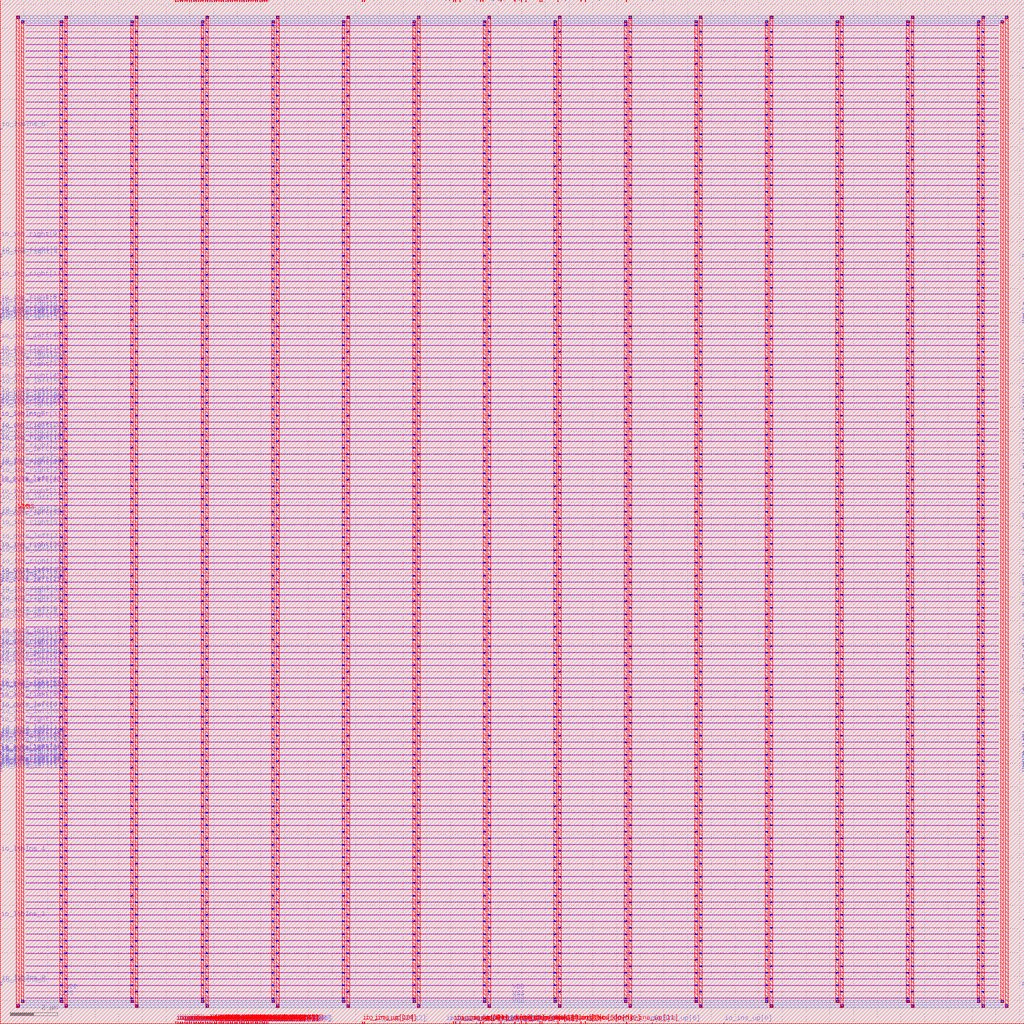
<source format=lef>
VERSION 5.8 ;
BUSBITCHARS "[]" ;
DIVIDERCHAR "/" ;
UNITS
    DATABASE MICRONS 1000 ;
END UNITS

VIA Element_via1_2_41040_18_1_1140_36_36
  VIARULE M2_M1 ;
  CUTSIZE 0.018 0.018 ;
  LAYERS M1 V1 M2 ;
  CUTSPACING 0.018 0.018 ;
  ENCLOSURE 0 0 0.002 0 ;
  ROWCOL 1 1140 ;
END Element_via1_2_41040_18_1_1140_36_36

VIA Element_VIA23_1_3_36_36
    LAYER M2 ;
      RECT  -0.05 -0.009 0.05 0.009 ;
    LAYER M3 ;
      RECT  -0.045 -0.014 0.045 0.014 ;
    LAYER V2 ;
      RECT  0.027 -0.009 0.045 0.009 ;
      RECT  -0.009 -0.009 0.009 0.009 ;
      RECT  -0.045 -0.009 -0.027 0.009 ;
END Element_VIA23_1_3_36_36

VIA Element_VIA34_1_2_58_52
    LAYER M3 ;
      RECT  -0.04 -0.017 0.04 0.017 ;
    LAYER M4 ;
      RECT  -0.046 -0.012 0.046 0.012 ;
    LAYER V3 ;
      RECT  0.017 -0.012 0.035 0.012 ;
      RECT  -0.035 -0.012 -0.017 0.012 ;
END Element_VIA34_1_2_58_52

VIA Element_VIA45_1_2_58_58
    LAYER M4 ;
      RECT  -0.052 -0.012 0.052 0.012 ;
    LAYER M5 ;
      RECT  -0.06 -0.023 0.06 0.023 ;
    LAYER V4 ;
      RECT  0.017 -0.012 0.041 0.012 ;
      RECT  -0.041 -0.012 -0.017 0.012 ;
END Element_VIA45_1_2_58_58

VIA Element_VIA45_2_2_58_58
    LAYER M4 ;
      RECT  -0.052 -0.06 0.052 0.06 ;
    LAYER M5 ;
      RECT  -0.06 -0.052 0.06 0.052 ;
    LAYER V4 ;
      RECT  0.017 0.017 0.041 0.041 ;
      RECT  -0.041 0.017 -0.017 0.041 ;
      RECT  0.017 -0.041 0.041 -0.017 ;
      RECT  -0.041 -0.041 -0.017 -0.017 ;
END Element_VIA45_2_2_58_58

MACRO Element
  FOREIGN Element 0 0 ;
  CLASS BLOCK ;
  SIZE 43.2 BY 43.2 ;
  PIN VDD
    USE POWER ;
    DIRECTION INOUT ;
    PORT
      LAYER M5 ;
        RECT  41.4 0.684 41.52 42.516 ;
        RECT  38.424 0.684 38.544 42.516 ;
        RECT  35.448 0.684 35.568 42.516 ;
        RECT  32.472 0.684 32.592 42.516 ;
        RECT  29.496 0.684 29.616 42.516 ;
        RECT  26.52 0.684 26.64 42.516 ;
        RECT  23.544 0.684 23.664 42.516 ;
        RECT  20.568 0.684 20.688 42.516 ;
        RECT  17.592 0.684 17.712 42.516 ;
        RECT  14.616 0.684 14.736 42.516 ;
        RECT  11.64 0.684 11.76 42.516 ;
        RECT  8.664 0.684 8.784 42.516 ;
        RECT  5.688 0.684 5.808 42.516 ;
        RECT  2.712 0.684 2.832 42.516 ;
      LAYER M2 ;
        RECT  1.08 41.841 42.12 41.859 ;
        RECT  1.08 41.301 42.12 41.319 ;
        RECT  1.08 40.761 42.12 40.779 ;
        RECT  1.08 40.221 42.12 40.239 ;
        RECT  1.08 39.681 42.12 39.699 ;
        RECT  1.08 39.141 42.12 39.159 ;
        RECT  1.08 38.601 42.12 38.619 ;
        RECT  1.08 38.061 42.12 38.079 ;
        RECT  1.08 37.521 42.12 37.539 ;
        RECT  1.08 36.981 42.12 36.999 ;
        RECT  1.08 36.441 42.12 36.459 ;
        RECT  1.08 35.901 42.12 35.919 ;
        RECT  1.08 35.361 42.12 35.379 ;
        RECT  1.08 34.821 42.12 34.839 ;
        RECT  1.08 34.281 42.12 34.299 ;
        RECT  1.08 33.741 42.12 33.759 ;
        RECT  1.08 33.201 42.12 33.219 ;
        RECT  1.08 32.661 42.12 32.679 ;
        RECT  1.08 32.121 42.12 32.139 ;
        RECT  1.08 31.581 42.12 31.599 ;
        RECT  1.08 31.041 42.12 31.059 ;
        RECT  1.08 30.501 42.12 30.519 ;
        RECT  1.08 29.961 42.12 29.979 ;
        RECT  1.08 29.421 42.12 29.439 ;
        RECT  1.08 28.881 42.12 28.899 ;
        RECT  1.08 28.341 42.12 28.359 ;
        RECT  1.08 27.801 42.12 27.819 ;
        RECT  1.08 27.261 42.12 27.279 ;
        RECT  1.08 26.721 42.12 26.739 ;
        RECT  1.08 26.181 42.12 26.199 ;
        RECT  1.08 25.641 42.12 25.659 ;
        RECT  1.08 25.101 42.12 25.119 ;
        RECT  1.08 24.561 42.12 24.579 ;
        RECT  1.08 24.021 42.12 24.039 ;
        RECT  1.08 23.481 42.12 23.499 ;
        RECT  1.08 22.941 42.12 22.959 ;
        RECT  1.08 22.401 42.12 22.419 ;
        RECT  1.08 21.861 42.12 21.879 ;
        RECT  1.08 21.321 42.12 21.339 ;
        RECT  1.08 20.781 42.12 20.799 ;
        RECT  1.08 20.241 42.12 20.259 ;
        RECT  1.08 19.701 42.12 19.719 ;
        RECT  1.08 19.161 42.12 19.179 ;
        RECT  1.08 18.621 42.12 18.639 ;
        RECT  1.08 18.081 42.12 18.099 ;
        RECT  1.08 17.541 42.12 17.559 ;
        RECT  1.08 17.001 42.12 17.019 ;
        RECT  1.08 16.461 42.12 16.479 ;
        RECT  1.08 15.921 42.12 15.939 ;
        RECT  1.08 15.381 42.12 15.399 ;
        RECT  1.08 14.841 42.12 14.859 ;
        RECT  1.08 14.301 42.12 14.319 ;
        RECT  1.08 13.761 42.12 13.779 ;
        RECT  1.08 13.221 42.12 13.239 ;
        RECT  1.08 12.681 42.12 12.699 ;
        RECT  1.08 12.141 42.12 12.159 ;
        RECT  1.08 11.601 42.12 11.619 ;
        RECT  1.08 11.061 42.12 11.079 ;
        RECT  1.08 10.521 42.12 10.539 ;
        RECT  1.08 9.981 42.12 9.999 ;
        RECT  1.08 9.441 42.12 9.459 ;
        RECT  1.08 8.901 42.12 8.919 ;
        RECT  1.08 8.361 42.12 8.379 ;
        RECT  1.08 7.821 42.12 7.839 ;
        RECT  1.08 7.281 42.12 7.299 ;
        RECT  1.08 6.741 42.12 6.759 ;
        RECT  1.08 6.201 42.12 6.219 ;
        RECT  1.08 5.661 42.12 5.679 ;
        RECT  1.08 5.121 42.12 5.139 ;
        RECT  1.08 4.581 42.12 4.599 ;
        RECT  1.08 4.041 42.12 4.059 ;
        RECT  1.08 3.501 42.12 3.519 ;
        RECT  1.08 2.961 42.12 2.979 ;
        RECT  1.08 2.421 42.12 2.439 ;
        RECT  1.08 1.881 42.12 1.899 ;
        RECT  1.08 1.341 42.12 1.359 ;
      LAYER M1 ;
        RECT  1.08 41.841 42.12 41.859 ;
        RECT  1.08 41.301 42.12 41.319 ;
        RECT  1.08 40.761 42.12 40.779 ;
        RECT  1.08 40.221 42.12 40.239 ;
        RECT  1.08 39.681 42.12 39.699 ;
        RECT  1.08 39.141 42.12 39.159 ;
        RECT  1.08 38.601 42.12 38.619 ;
        RECT  1.08 38.061 42.12 38.079 ;
        RECT  1.08 37.521 42.12 37.539 ;
        RECT  1.08 36.981 42.12 36.999 ;
        RECT  1.08 36.441 42.12 36.459 ;
        RECT  1.08 35.901 42.12 35.919 ;
        RECT  1.08 35.361 42.12 35.379 ;
        RECT  1.08 34.821 42.12 34.839 ;
        RECT  1.08 34.281 42.12 34.299 ;
        RECT  1.08 33.741 42.12 33.759 ;
        RECT  1.08 33.201 42.12 33.219 ;
        RECT  1.08 32.661 42.12 32.679 ;
        RECT  1.08 32.121 42.12 32.139 ;
        RECT  1.08 31.581 42.12 31.599 ;
        RECT  1.08 31.041 42.12 31.059 ;
        RECT  1.08 30.501 42.12 30.519 ;
        RECT  1.08 29.961 42.12 29.979 ;
        RECT  1.08 29.421 42.12 29.439 ;
        RECT  1.08 28.881 42.12 28.899 ;
        RECT  1.08 28.341 42.12 28.359 ;
        RECT  1.08 27.801 42.12 27.819 ;
        RECT  1.08 27.261 42.12 27.279 ;
        RECT  1.08 26.721 42.12 26.739 ;
        RECT  1.08 26.181 42.12 26.199 ;
        RECT  1.08 25.641 42.12 25.659 ;
        RECT  1.08 25.101 42.12 25.119 ;
        RECT  1.08 24.561 42.12 24.579 ;
        RECT  1.08 24.021 42.12 24.039 ;
        RECT  1.08 23.481 42.12 23.499 ;
        RECT  1.08 22.941 42.12 22.959 ;
        RECT  1.08 22.401 42.12 22.419 ;
        RECT  1.08 21.861 42.12 21.879 ;
        RECT  1.08 21.321 42.12 21.339 ;
        RECT  1.08 20.781 42.12 20.799 ;
        RECT  1.08 20.241 42.12 20.259 ;
        RECT  1.08 19.701 42.12 19.719 ;
        RECT  1.08 19.161 42.12 19.179 ;
        RECT  1.08 18.621 42.12 18.639 ;
        RECT  1.08 18.081 42.12 18.099 ;
        RECT  1.08 17.541 42.12 17.559 ;
        RECT  1.08 17.001 42.12 17.019 ;
        RECT  1.08 16.461 42.12 16.479 ;
        RECT  1.08 15.921 42.12 15.939 ;
        RECT  1.08 15.381 42.12 15.399 ;
        RECT  1.08 14.841 42.12 14.859 ;
        RECT  1.08 14.301 42.12 14.319 ;
        RECT  1.08 13.761 42.12 13.779 ;
        RECT  1.08 13.221 42.12 13.239 ;
        RECT  1.08 12.681 42.12 12.699 ;
        RECT  1.08 12.141 42.12 12.159 ;
        RECT  1.08 11.601 42.12 11.619 ;
        RECT  1.08 11.061 42.12 11.079 ;
        RECT  1.08 10.521 42.12 10.539 ;
        RECT  1.08 9.981 42.12 9.999 ;
        RECT  1.08 9.441 42.12 9.459 ;
        RECT  1.08 8.901 42.12 8.919 ;
        RECT  1.08 8.361 42.12 8.379 ;
        RECT  1.08 7.821 42.12 7.839 ;
        RECT  1.08 7.281 42.12 7.299 ;
        RECT  1.08 6.741 42.12 6.759 ;
        RECT  1.08 6.201 42.12 6.219 ;
        RECT  1.08 5.661 42.12 5.679 ;
        RECT  1.08 5.121 42.12 5.139 ;
        RECT  1.08 4.581 42.12 4.599 ;
        RECT  1.08 4.041 42.12 4.059 ;
        RECT  1.08 3.501 42.12 3.519 ;
        RECT  1.08 2.961 42.12 2.979 ;
        RECT  1.08 2.421 42.12 2.439 ;
        RECT  1.08 1.881 42.12 1.899 ;
        RECT  1.08 1.341 42.12 1.359 ;
      LAYER M5 ;
        RECT  42.396 0.684 42.516 42.516 ;
      LAYER M4 ;
        RECT  0.684 42.396 42.516 42.516 ;
        RECT  0.684 0.684 42.516 0.804 ;
      LAYER M5 ;
        RECT  0.684 0.684 0.804 42.516 ;
      VIA 42.456 42.456 Element_VIA45_2_2_58_58 ;
      VIA 42.456 0.744 Element_VIA45_2_2_58_58 ;
      VIA 41.46 42.456 Element_VIA45_2_2_58_58 ;
      VIA 41.46 0.744 Element_VIA45_2_2_58_58 ;
      VIA 38.484 42.456 Element_VIA45_2_2_58_58 ;
      VIA 38.484 0.744 Element_VIA45_2_2_58_58 ;
      VIA 35.508 42.456 Element_VIA45_2_2_58_58 ;
      VIA 35.508 0.744 Element_VIA45_2_2_58_58 ;
      VIA 32.532 42.456 Element_VIA45_2_2_58_58 ;
      VIA 32.532 0.744 Element_VIA45_2_2_58_58 ;
      VIA 29.556 42.456 Element_VIA45_2_2_58_58 ;
      VIA 29.556 0.744 Element_VIA45_2_2_58_58 ;
      VIA 26.58 42.456 Element_VIA45_2_2_58_58 ;
      VIA 26.58 0.744 Element_VIA45_2_2_58_58 ;
      VIA 23.604 42.456 Element_VIA45_2_2_58_58 ;
      VIA 23.604 0.744 Element_VIA45_2_2_58_58 ;
      VIA 20.628 42.456 Element_VIA45_2_2_58_58 ;
      VIA 20.628 0.744 Element_VIA45_2_2_58_58 ;
      VIA 17.652 42.456 Element_VIA45_2_2_58_58 ;
      VIA 17.652 0.744 Element_VIA45_2_2_58_58 ;
      VIA 14.676 42.456 Element_VIA45_2_2_58_58 ;
      VIA 14.676 0.744 Element_VIA45_2_2_58_58 ;
      VIA 11.7 42.456 Element_VIA45_2_2_58_58 ;
      VIA 11.7 0.744 Element_VIA45_2_2_58_58 ;
      VIA 8.724 42.456 Element_VIA45_2_2_58_58 ;
      VIA 8.724 0.744 Element_VIA45_2_2_58_58 ;
      VIA 5.748 42.456 Element_VIA45_2_2_58_58 ;
      VIA 5.748 0.744 Element_VIA45_2_2_58_58 ;
      VIA 2.772 42.456 Element_VIA45_2_2_58_58 ;
      VIA 2.772 0.744 Element_VIA45_2_2_58_58 ;
      VIA 0.744 42.456 Element_VIA45_2_2_58_58 ;
      VIA 0.744 0.744 Element_VIA45_2_2_58_58 ;
      VIA 41.46 41.85 Element_VIA45_1_2_58_58 ;
      LAYER M3 ;
        RECT  41.415 41.833 41.505 41.867 ;
      VIA 41.46 41.85 Element_VIA34_1_2_58_52 ;
      VIA 41.46 41.85 Element_VIA23_1_3_36_36 ;
      VIA 41.46 41.31 Element_VIA45_1_2_58_58 ;
      LAYER M3 ;
        RECT  41.415 41.293 41.505 41.327 ;
      VIA 41.46 41.31 Element_VIA34_1_2_58_52 ;
      VIA 41.46 41.31 Element_VIA23_1_3_36_36 ;
      VIA 41.46 40.77 Element_VIA45_1_2_58_58 ;
      LAYER M3 ;
        RECT  41.415 40.753 41.505 40.787 ;
      VIA 41.46 40.77 Element_VIA34_1_2_58_52 ;
      VIA 41.46 40.77 Element_VIA23_1_3_36_36 ;
      VIA 41.46 40.23 Element_VIA45_1_2_58_58 ;
      LAYER M3 ;
        RECT  41.415 40.213 41.505 40.247 ;
      VIA 41.46 40.23 Element_VIA34_1_2_58_52 ;
      VIA 41.46 40.23 Element_VIA23_1_3_36_36 ;
      VIA 41.46 39.69 Element_VIA45_1_2_58_58 ;
      LAYER M3 ;
        RECT  41.415 39.673 41.505 39.707 ;
      VIA 41.46 39.69 Element_VIA34_1_2_58_52 ;
      VIA 41.46 39.69 Element_VIA23_1_3_36_36 ;
      VIA 41.46 39.15 Element_VIA45_1_2_58_58 ;
      LAYER M3 ;
        RECT  41.415 39.133 41.505 39.167 ;
      VIA 41.46 39.15 Element_VIA34_1_2_58_52 ;
      VIA 41.46 39.15 Element_VIA23_1_3_36_36 ;
      VIA 41.46 38.61 Element_VIA45_1_2_58_58 ;
      LAYER M3 ;
        RECT  41.415 38.593 41.505 38.627 ;
      VIA 41.46 38.61 Element_VIA34_1_2_58_52 ;
      VIA 41.46 38.61 Element_VIA23_1_3_36_36 ;
      VIA 41.46 38.07 Element_VIA45_1_2_58_58 ;
      LAYER M3 ;
        RECT  41.415 38.053 41.505 38.087 ;
      VIA 41.46 38.07 Element_VIA34_1_2_58_52 ;
      VIA 41.46 38.07 Element_VIA23_1_3_36_36 ;
      VIA 41.46 37.53 Element_VIA45_1_2_58_58 ;
      LAYER M3 ;
        RECT  41.415 37.513 41.505 37.547 ;
      VIA 41.46 37.53 Element_VIA34_1_2_58_52 ;
      VIA 41.46 37.53 Element_VIA23_1_3_36_36 ;
      VIA 41.46 36.99 Element_VIA45_1_2_58_58 ;
      LAYER M3 ;
        RECT  41.415 36.973 41.505 37.007 ;
      VIA 41.46 36.99 Element_VIA34_1_2_58_52 ;
      VIA 41.46 36.99 Element_VIA23_1_3_36_36 ;
      VIA 41.46 36.45 Element_VIA45_1_2_58_58 ;
      LAYER M3 ;
        RECT  41.415 36.433 41.505 36.467 ;
      VIA 41.46 36.45 Element_VIA34_1_2_58_52 ;
      VIA 41.46 36.45 Element_VIA23_1_3_36_36 ;
      VIA 41.46 35.91 Element_VIA45_1_2_58_58 ;
      LAYER M3 ;
        RECT  41.415 35.893 41.505 35.927 ;
      VIA 41.46 35.91 Element_VIA34_1_2_58_52 ;
      VIA 41.46 35.91 Element_VIA23_1_3_36_36 ;
      VIA 41.46 35.37 Element_VIA45_1_2_58_58 ;
      LAYER M3 ;
        RECT  41.415 35.353 41.505 35.387 ;
      VIA 41.46 35.37 Element_VIA34_1_2_58_52 ;
      VIA 41.46 35.37 Element_VIA23_1_3_36_36 ;
      VIA 41.46 34.83 Element_VIA45_1_2_58_58 ;
      LAYER M3 ;
        RECT  41.415 34.813 41.505 34.847 ;
      VIA 41.46 34.83 Element_VIA34_1_2_58_52 ;
      VIA 41.46 34.83 Element_VIA23_1_3_36_36 ;
      VIA 41.46 34.29 Element_VIA45_1_2_58_58 ;
      LAYER M3 ;
        RECT  41.415 34.273 41.505 34.307 ;
      VIA 41.46 34.29 Element_VIA34_1_2_58_52 ;
      VIA 41.46 34.29 Element_VIA23_1_3_36_36 ;
      VIA 41.46 33.75 Element_VIA45_1_2_58_58 ;
      LAYER M3 ;
        RECT  41.415 33.733 41.505 33.767 ;
      VIA 41.46 33.75 Element_VIA34_1_2_58_52 ;
      VIA 41.46 33.75 Element_VIA23_1_3_36_36 ;
      VIA 41.46 33.21 Element_VIA45_1_2_58_58 ;
      LAYER M3 ;
        RECT  41.415 33.193 41.505 33.227 ;
      VIA 41.46 33.21 Element_VIA34_1_2_58_52 ;
      VIA 41.46 33.21 Element_VIA23_1_3_36_36 ;
      VIA 41.46 32.67 Element_VIA45_1_2_58_58 ;
      LAYER M3 ;
        RECT  41.415 32.653 41.505 32.687 ;
      VIA 41.46 32.67 Element_VIA34_1_2_58_52 ;
      VIA 41.46 32.67 Element_VIA23_1_3_36_36 ;
      VIA 41.46 32.13 Element_VIA45_1_2_58_58 ;
      LAYER M3 ;
        RECT  41.415 32.113 41.505 32.147 ;
      VIA 41.46 32.13 Element_VIA34_1_2_58_52 ;
      VIA 41.46 32.13 Element_VIA23_1_3_36_36 ;
      VIA 41.46 31.59 Element_VIA45_1_2_58_58 ;
      LAYER M3 ;
        RECT  41.415 31.573 41.505 31.607 ;
      VIA 41.46 31.59 Element_VIA34_1_2_58_52 ;
      VIA 41.46 31.59 Element_VIA23_1_3_36_36 ;
      VIA 41.46 31.05 Element_VIA45_1_2_58_58 ;
      LAYER M3 ;
        RECT  41.415 31.033 41.505 31.067 ;
      VIA 41.46 31.05 Element_VIA34_1_2_58_52 ;
      VIA 41.46 31.05 Element_VIA23_1_3_36_36 ;
      VIA 41.46 30.51 Element_VIA45_1_2_58_58 ;
      LAYER M3 ;
        RECT  41.415 30.493 41.505 30.527 ;
      VIA 41.46 30.51 Element_VIA34_1_2_58_52 ;
      VIA 41.46 30.51 Element_VIA23_1_3_36_36 ;
      VIA 41.46 29.97 Element_VIA45_1_2_58_58 ;
      LAYER M3 ;
        RECT  41.415 29.953 41.505 29.987 ;
      VIA 41.46 29.97 Element_VIA34_1_2_58_52 ;
      VIA 41.46 29.97 Element_VIA23_1_3_36_36 ;
      VIA 41.46 29.43 Element_VIA45_1_2_58_58 ;
      LAYER M3 ;
        RECT  41.415 29.413 41.505 29.447 ;
      VIA 41.46 29.43 Element_VIA34_1_2_58_52 ;
      VIA 41.46 29.43 Element_VIA23_1_3_36_36 ;
      VIA 41.46 28.89 Element_VIA45_1_2_58_58 ;
      LAYER M3 ;
        RECT  41.415 28.873 41.505 28.907 ;
      VIA 41.46 28.89 Element_VIA34_1_2_58_52 ;
      VIA 41.46 28.89 Element_VIA23_1_3_36_36 ;
      VIA 41.46 28.35 Element_VIA45_1_2_58_58 ;
      LAYER M3 ;
        RECT  41.415 28.333 41.505 28.367 ;
      VIA 41.46 28.35 Element_VIA34_1_2_58_52 ;
      VIA 41.46 28.35 Element_VIA23_1_3_36_36 ;
      VIA 41.46 27.81 Element_VIA45_1_2_58_58 ;
      LAYER M3 ;
        RECT  41.415 27.793 41.505 27.827 ;
      VIA 41.46 27.81 Element_VIA34_1_2_58_52 ;
      VIA 41.46 27.81 Element_VIA23_1_3_36_36 ;
      VIA 41.46 27.27 Element_VIA45_1_2_58_58 ;
      LAYER M3 ;
        RECT  41.415 27.253 41.505 27.287 ;
      VIA 41.46 27.27 Element_VIA34_1_2_58_52 ;
      VIA 41.46 27.27 Element_VIA23_1_3_36_36 ;
      VIA 41.46 26.73 Element_VIA45_1_2_58_58 ;
      LAYER M3 ;
        RECT  41.415 26.713 41.505 26.747 ;
      VIA 41.46 26.73 Element_VIA34_1_2_58_52 ;
      VIA 41.46 26.73 Element_VIA23_1_3_36_36 ;
      VIA 41.46 26.19 Element_VIA45_1_2_58_58 ;
      LAYER M3 ;
        RECT  41.415 26.173 41.505 26.207 ;
      VIA 41.46 26.19 Element_VIA34_1_2_58_52 ;
      VIA 41.46 26.19 Element_VIA23_1_3_36_36 ;
      VIA 41.46 25.65 Element_VIA45_1_2_58_58 ;
      LAYER M3 ;
        RECT  41.415 25.633 41.505 25.667 ;
      VIA 41.46 25.65 Element_VIA34_1_2_58_52 ;
      VIA 41.46 25.65 Element_VIA23_1_3_36_36 ;
      VIA 41.46 25.11 Element_VIA45_1_2_58_58 ;
      LAYER M3 ;
        RECT  41.415 25.093 41.505 25.127 ;
      VIA 41.46 25.11 Element_VIA34_1_2_58_52 ;
      VIA 41.46 25.11 Element_VIA23_1_3_36_36 ;
      VIA 41.46 24.57 Element_VIA45_1_2_58_58 ;
      LAYER M3 ;
        RECT  41.415 24.553 41.505 24.587 ;
      VIA 41.46 24.57 Element_VIA34_1_2_58_52 ;
      VIA 41.46 24.57 Element_VIA23_1_3_36_36 ;
      VIA 41.46 24.03 Element_VIA45_1_2_58_58 ;
      LAYER M3 ;
        RECT  41.415 24.013 41.505 24.047 ;
      VIA 41.46 24.03 Element_VIA34_1_2_58_52 ;
      VIA 41.46 24.03 Element_VIA23_1_3_36_36 ;
      VIA 41.46 23.49 Element_VIA45_1_2_58_58 ;
      LAYER M3 ;
        RECT  41.415 23.473 41.505 23.507 ;
      VIA 41.46 23.49 Element_VIA34_1_2_58_52 ;
      VIA 41.46 23.49 Element_VIA23_1_3_36_36 ;
      VIA 41.46 22.95 Element_VIA45_1_2_58_58 ;
      LAYER M3 ;
        RECT  41.415 22.933 41.505 22.967 ;
      VIA 41.46 22.95 Element_VIA34_1_2_58_52 ;
      VIA 41.46 22.95 Element_VIA23_1_3_36_36 ;
      VIA 41.46 22.41 Element_VIA45_1_2_58_58 ;
      LAYER M3 ;
        RECT  41.415 22.393 41.505 22.427 ;
      VIA 41.46 22.41 Element_VIA34_1_2_58_52 ;
      VIA 41.46 22.41 Element_VIA23_1_3_36_36 ;
      VIA 41.46 21.87 Element_VIA45_1_2_58_58 ;
      LAYER M3 ;
        RECT  41.415 21.853 41.505 21.887 ;
      VIA 41.46 21.87 Element_VIA34_1_2_58_52 ;
      VIA 41.46 21.87 Element_VIA23_1_3_36_36 ;
      VIA 41.46 21.33 Element_VIA45_1_2_58_58 ;
      LAYER M3 ;
        RECT  41.415 21.313 41.505 21.347 ;
      VIA 41.46 21.33 Element_VIA34_1_2_58_52 ;
      VIA 41.46 21.33 Element_VIA23_1_3_36_36 ;
      VIA 41.46 20.79 Element_VIA45_1_2_58_58 ;
      LAYER M3 ;
        RECT  41.415 20.773 41.505 20.807 ;
      VIA 41.46 20.79 Element_VIA34_1_2_58_52 ;
      VIA 41.46 20.79 Element_VIA23_1_3_36_36 ;
      VIA 41.46 20.25 Element_VIA45_1_2_58_58 ;
      LAYER M3 ;
        RECT  41.415 20.233 41.505 20.267 ;
      VIA 41.46 20.25 Element_VIA34_1_2_58_52 ;
      VIA 41.46 20.25 Element_VIA23_1_3_36_36 ;
      VIA 41.46 19.71 Element_VIA45_1_2_58_58 ;
      LAYER M3 ;
        RECT  41.415 19.693 41.505 19.727 ;
      VIA 41.46 19.71 Element_VIA34_1_2_58_52 ;
      VIA 41.46 19.71 Element_VIA23_1_3_36_36 ;
      VIA 41.46 19.17 Element_VIA45_1_2_58_58 ;
      LAYER M3 ;
        RECT  41.415 19.153 41.505 19.187 ;
      VIA 41.46 19.17 Element_VIA34_1_2_58_52 ;
      VIA 41.46 19.17 Element_VIA23_1_3_36_36 ;
      VIA 41.46 18.63 Element_VIA45_1_2_58_58 ;
      LAYER M3 ;
        RECT  41.415 18.613 41.505 18.647 ;
      VIA 41.46 18.63 Element_VIA34_1_2_58_52 ;
      VIA 41.46 18.63 Element_VIA23_1_3_36_36 ;
      VIA 41.46 18.09 Element_VIA45_1_2_58_58 ;
      LAYER M3 ;
        RECT  41.415 18.073 41.505 18.107 ;
      VIA 41.46 18.09 Element_VIA34_1_2_58_52 ;
      VIA 41.46 18.09 Element_VIA23_1_3_36_36 ;
      VIA 41.46 17.55 Element_VIA45_1_2_58_58 ;
      LAYER M3 ;
        RECT  41.415 17.533 41.505 17.567 ;
      VIA 41.46 17.55 Element_VIA34_1_2_58_52 ;
      VIA 41.46 17.55 Element_VIA23_1_3_36_36 ;
      VIA 41.46 17.01 Element_VIA45_1_2_58_58 ;
      LAYER M3 ;
        RECT  41.415 16.993 41.505 17.027 ;
      VIA 41.46 17.01 Element_VIA34_1_2_58_52 ;
      VIA 41.46 17.01 Element_VIA23_1_3_36_36 ;
      VIA 41.46 16.47 Element_VIA45_1_2_58_58 ;
      LAYER M3 ;
        RECT  41.415 16.453 41.505 16.487 ;
      VIA 41.46 16.47 Element_VIA34_1_2_58_52 ;
      VIA 41.46 16.47 Element_VIA23_1_3_36_36 ;
      VIA 41.46 15.93 Element_VIA45_1_2_58_58 ;
      LAYER M3 ;
        RECT  41.415 15.913 41.505 15.947 ;
      VIA 41.46 15.93 Element_VIA34_1_2_58_52 ;
      VIA 41.46 15.93 Element_VIA23_1_3_36_36 ;
      VIA 41.46 15.39 Element_VIA45_1_2_58_58 ;
      LAYER M3 ;
        RECT  41.415 15.373 41.505 15.407 ;
      VIA 41.46 15.39 Element_VIA34_1_2_58_52 ;
      VIA 41.46 15.39 Element_VIA23_1_3_36_36 ;
      VIA 41.46 14.85 Element_VIA45_1_2_58_58 ;
      LAYER M3 ;
        RECT  41.415 14.833 41.505 14.867 ;
      VIA 41.46 14.85 Element_VIA34_1_2_58_52 ;
      VIA 41.46 14.85 Element_VIA23_1_3_36_36 ;
      VIA 41.46 14.31 Element_VIA45_1_2_58_58 ;
      LAYER M3 ;
        RECT  41.415 14.293 41.505 14.327 ;
      VIA 41.46 14.31 Element_VIA34_1_2_58_52 ;
      VIA 41.46 14.31 Element_VIA23_1_3_36_36 ;
      VIA 41.46 13.77 Element_VIA45_1_2_58_58 ;
      LAYER M3 ;
        RECT  41.415 13.753 41.505 13.787 ;
      VIA 41.46 13.77 Element_VIA34_1_2_58_52 ;
      VIA 41.46 13.77 Element_VIA23_1_3_36_36 ;
      VIA 41.46 13.23 Element_VIA45_1_2_58_58 ;
      LAYER M3 ;
        RECT  41.415 13.213 41.505 13.247 ;
      VIA 41.46 13.23 Element_VIA34_1_2_58_52 ;
      VIA 41.46 13.23 Element_VIA23_1_3_36_36 ;
      VIA 41.46 12.69 Element_VIA45_1_2_58_58 ;
      LAYER M3 ;
        RECT  41.415 12.673 41.505 12.707 ;
      VIA 41.46 12.69 Element_VIA34_1_2_58_52 ;
      VIA 41.46 12.69 Element_VIA23_1_3_36_36 ;
      VIA 41.46 12.15 Element_VIA45_1_2_58_58 ;
      LAYER M3 ;
        RECT  41.415 12.133 41.505 12.167 ;
      VIA 41.46 12.15 Element_VIA34_1_2_58_52 ;
      VIA 41.46 12.15 Element_VIA23_1_3_36_36 ;
      VIA 41.46 11.61 Element_VIA45_1_2_58_58 ;
      LAYER M3 ;
        RECT  41.415 11.593 41.505 11.627 ;
      VIA 41.46 11.61 Element_VIA34_1_2_58_52 ;
      VIA 41.46 11.61 Element_VIA23_1_3_36_36 ;
      VIA 41.46 11.07 Element_VIA45_1_2_58_58 ;
      LAYER M3 ;
        RECT  41.415 11.053 41.505 11.087 ;
      VIA 41.46 11.07 Element_VIA34_1_2_58_52 ;
      VIA 41.46 11.07 Element_VIA23_1_3_36_36 ;
      VIA 41.46 10.53 Element_VIA45_1_2_58_58 ;
      LAYER M3 ;
        RECT  41.415 10.513 41.505 10.547 ;
      VIA 41.46 10.53 Element_VIA34_1_2_58_52 ;
      VIA 41.46 10.53 Element_VIA23_1_3_36_36 ;
      VIA 41.46 9.99 Element_VIA45_1_2_58_58 ;
      LAYER M3 ;
        RECT  41.415 9.973 41.505 10.007 ;
      VIA 41.46 9.99 Element_VIA34_1_2_58_52 ;
      VIA 41.46 9.99 Element_VIA23_1_3_36_36 ;
      VIA 41.46 9.45 Element_VIA45_1_2_58_58 ;
      LAYER M3 ;
        RECT  41.415 9.433 41.505 9.467 ;
      VIA 41.46 9.45 Element_VIA34_1_2_58_52 ;
      VIA 41.46 9.45 Element_VIA23_1_3_36_36 ;
      VIA 41.46 8.91 Element_VIA45_1_2_58_58 ;
      LAYER M3 ;
        RECT  41.415 8.893 41.505 8.927 ;
      VIA 41.46 8.91 Element_VIA34_1_2_58_52 ;
      VIA 41.46 8.91 Element_VIA23_1_3_36_36 ;
      VIA 41.46 8.37 Element_VIA45_1_2_58_58 ;
      LAYER M3 ;
        RECT  41.415 8.353 41.505 8.387 ;
      VIA 41.46 8.37 Element_VIA34_1_2_58_52 ;
      VIA 41.46 8.37 Element_VIA23_1_3_36_36 ;
      VIA 41.46 7.83 Element_VIA45_1_2_58_58 ;
      LAYER M3 ;
        RECT  41.415 7.813 41.505 7.847 ;
      VIA 41.46 7.83 Element_VIA34_1_2_58_52 ;
      VIA 41.46 7.83 Element_VIA23_1_3_36_36 ;
      VIA 41.46 7.29 Element_VIA45_1_2_58_58 ;
      LAYER M3 ;
        RECT  41.415 7.273 41.505 7.307 ;
      VIA 41.46 7.29 Element_VIA34_1_2_58_52 ;
      VIA 41.46 7.29 Element_VIA23_1_3_36_36 ;
      VIA 41.46 6.75 Element_VIA45_1_2_58_58 ;
      LAYER M3 ;
        RECT  41.415 6.733 41.505 6.767 ;
      VIA 41.46 6.75 Element_VIA34_1_2_58_52 ;
      VIA 41.46 6.75 Element_VIA23_1_3_36_36 ;
      VIA 41.46 6.21 Element_VIA45_1_2_58_58 ;
      LAYER M3 ;
        RECT  41.415 6.193 41.505 6.227 ;
      VIA 41.46 6.21 Element_VIA34_1_2_58_52 ;
      VIA 41.46 6.21 Element_VIA23_1_3_36_36 ;
      VIA 41.46 5.67 Element_VIA45_1_2_58_58 ;
      LAYER M3 ;
        RECT  41.415 5.653 41.505 5.687 ;
      VIA 41.46 5.67 Element_VIA34_1_2_58_52 ;
      VIA 41.46 5.67 Element_VIA23_1_3_36_36 ;
      VIA 41.46 5.13 Element_VIA45_1_2_58_58 ;
      LAYER M3 ;
        RECT  41.415 5.113 41.505 5.147 ;
      VIA 41.46 5.13 Element_VIA34_1_2_58_52 ;
      VIA 41.46 5.13 Element_VIA23_1_3_36_36 ;
      VIA 41.46 4.59 Element_VIA45_1_2_58_58 ;
      LAYER M3 ;
        RECT  41.415 4.573 41.505 4.607 ;
      VIA 41.46 4.59 Element_VIA34_1_2_58_52 ;
      VIA 41.46 4.59 Element_VIA23_1_3_36_36 ;
      VIA 41.46 4.05 Element_VIA45_1_2_58_58 ;
      LAYER M3 ;
        RECT  41.415 4.033 41.505 4.067 ;
      VIA 41.46 4.05 Element_VIA34_1_2_58_52 ;
      VIA 41.46 4.05 Element_VIA23_1_3_36_36 ;
      VIA 41.46 3.51 Element_VIA45_1_2_58_58 ;
      LAYER M3 ;
        RECT  41.415 3.493 41.505 3.527 ;
      VIA 41.46 3.51 Element_VIA34_1_2_58_52 ;
      VIA 41.46 3.51 Element_VIA23_1_3_36_36 ;
      VIA 41.46 2.97 Element_VIA45_1_2_58_58 ;
      LAYER M3 ;
        RECT  41.415 2.953 41.505 2.987 ;
      VIA 41.46 2.97 Element_VIA34_1_2_58_52 ;
      VIA 41.46 2.97 Element_VIA23_1_3_36_36 ;
      VIA 41.46 2.43 Element_VIA45_1_2_58_58 ;
      LAYER M3 ;
        RECT  41.415 2.413 41.505 2.447 ;
      VIA 41.46 2.43 Element_VIA34_1_2_58_52 ;
      VIA 41.46 2.43 Element_VIA23_1_3_36_36 ;
      VIA 41.46 1.89 Element_VIA45_1_2_58_58 ;
      LAYER M3 ;
        RECT  41.415 1.873 41.505 1.907 ;
      VIA 41.46 1.89 Element_VIA34_1_2_58_52 ;
      VIA 41.46 1.89 Element_VIA23_1_3_36_36 ;
      VIA 41.46 1.35 Element_VIA45_1_2_58_58 ;
      LAYER M3 ;
        RECT  41.415 1.333 41.505 1.367 ;
      VIA 41.46 1.35 Element_VIA34_1_2_58_52 ;
      VIA 41.46 1.35 Element_VIA23_1_3_36_36 ;
      VIA 38.484 41.85 Element_VIA45_1_2_58_58 ;
      LAYER M3 ;
        RECT  38.439 41.833 38.529 41.867 ;
      VIA 38.484 41.85 Element_VIA34_1_2_58_52 ;
      VIA 38.484 41.85 Element_VIA23_1_3_36_36 ;
      VIA 38.484 41.31 Element_VIA45_1_2_58_58 ;
      LAYER M3 ;
        RECT  38.439 41.293 38.529 41.327 ;
      VIA 38.484 41.31 Element_VIA34_1_2_58_52 ;
      VIA 38.484 41.31 Element_VIA23_1_3_36_36 ;
      VIA 38.484 40.77 Element_VIA45_1_2_58_58 ;
      LAYER M3 ;
        RECT  38.439 40.753 38.529 40.787 ;
      VIA 38.484 40.77 Element_VIA34_1_2_58_52 ;
      VIA 38.484 40.77 Element_VIA23_1_3_36_36 ;
      VIA 38.484 40.23 Element_VIA45_1_2_58_58 ;
      LAYER M3 ;
        RECT  38.439 40.213 38.529 40.247 ;
      VIA 38.484 40.23 Element_VIA34_1_2_58_52 ;
      VIA 38.484 40.23 Element_VIA23_1_3_36_36 ;
      VIA 38.484 39.69 Element_VIA45_1_2_58_58 ;
      LAYER M3 ;
        RECT  38.439 39.673 38.529 39.707 ;
      VIA 38.484 39.69 Element_VIA34_1_2_58_52 ;
      VIA 38.484 39.69 Element_VIA23_1_3_36_36 ;
      VIA 38.484 39.15 Element_VIA45_1_2_58_58 ;
      LAYER M3 ;
        RECT  38.439 39.133 38.529 39.167 ;
      VIA 38.484 39.15 Element_VIA34_1_2_58_52 ;
      VIA 38.484 39.15 Element_VIA23_1_3_36_36 ;
      VIA 38.484 38.61 Element_VIA45_1_2_58_58 ;
      LAYER M3 ;
        RECT  38.439 38.593 38.529 38.627 ;
      VIA 38.484 38.61 Element_VIA34_1_2_58_52 ;
      VIA 38.484 38.61 Element_VIA23_1_3_36_36 ;
      VIA 38.484 38.07 Element_VIA45_1_2_58_58 ;
      LAYER M3 ;
        RECT  38.439 38.053 38.529 38.087 ;
      VIA 38.484 38.07 Element_VIA34_1_2_58_52 ;
      VIA 38.484 38.07 Element_VIA23_1_3_36_36 ;
      VIA 38.484 37.53 Element_VIA45_1_2_58_58 ;
      LAYER M3 ;
        RECT  38.439 37.513 38.529 37.547 ;
      VIA 38.484 37.53 Element_VIA34_1_2_58_52 ;
      VIA 38.484 37.53 Element_VIA23_1_3_36_36 ;
      VIA 38.484 36.99 Element_VIA45_1_2_58_58 ;
      LAYER M3 ;
        RECT  38.439 36.973 38.529 37.007 ;
      VIA 38.484 36.99 Element_VIA34_1_2_58_52 ;
      VIA 38.484 36.99 Element_VIA23_1_3_36_36 ;
      VIA 38.484 36.45 Element_VIA45_1_2_58_58 ;
      LAYER M3 ;
        RECT  38.439 36.433 38.529 36.467 ;
      VIA 38.484 36.45 Element_VIA34_1_2_58_52 ;
      VIA 38.484 36.45 Element_VIA23_1_3_36_36 ;
      VIA 38.484 35.91 Element_VIA45_1_2_58_58 ;
      LAYER M3 ;
        RECT  38.439 35.893 38.529 35.927 ;
      VIA 38.484 35.91 Element_VIA34_1_2_58_52 ;
      VIA 38.484 35.91 Element_VIA23_1_3_36_36 ;
      VIA 38.484 35.37 Element_VIA45_1_2_58_58 ;
      LAYER M3 ;
        RECT  38.439 35.353 38.529 35.387 ;
      VIA 38.484 35.37 Element_VIA34_1_2_58_52 ;
      VIA 38.484 35.37 Element_VIA23_1_3_36_36 ;
      VIA 38.484 34.83 Element_VIA45_1_2_58_58 ;
      LAYER M3 ;
        RECT  38.439 34.813 38.529 34.847 ;
      VIA 38.484 34.83 Element_VIA34_1_2_58_52 ;
      VIA 38.484 34.83 Element_VIA23_1_3_36_36 ;
      VIA 38.484 34.29 Element_VIA45_1_2_58_58 ;
      LAYER M3 ;
        RECT  38.439 34.273 38.529 34.307 ;
      VIA 38.484 34.29 Element_VIA34_1_2_58_52 ;
      VIA 38.484 34.29 Element_VIA23_1_3_36_36 ;
      VIA 38.484 33.75 Element_VIA45_1_2_58_58 ;
      LAYER M3 ;
        RECT  38.439 33.733 38.529 33.767 ;
      VIA 38.484 33.75 Element_VIA34_1_2_58_52 ;
      VIA 38.484 33.75 Element_VIA23_1_3_36_36 ;
      VIA 38.484 33.21 Element_VIA45_1_2_58_58 ;
      LAYER M3 ;
        RECT  38.439 33.193 38.529 33.227 ;
      VIA 38.484 33.21 Element_VIA34_1_2_58_52 ;
      VIA 38.484 33.21 Element_VIA23_1_3_36_36 ;
      VIA 38.484 32.67 Element_VIA45_1_2_58_58 ;
      LAYER M3 ;
        RECT  38.439 32.653 38.529 32.687 ;
      VIA 38.484 32.67 Element_VIA34_1_2_58_52 ;
      VIA 38.484 32.67 Element_VIA23_1_3_36_36 ;
      VIA 38.484 32.13 Element_VIA45_1_2_58_58 ;
      LAYER M3 ;
        RECT  38.439 32.113 38.529 32.147 ;
      VIA 38.484 32.13 Element_VIA34_1_2_58_52 ;
      VIA 38.484 32.13 Element_VIA23_1_3_36_36 ;
      VIA 38.484 31.59 Element_VIA45_1_2_58_58 ;
      LAYER M3 ;
        RECT  38.439 31.573 38.529 31.607 ;
      VIA 38.484 31.59 Element_VIA34_1_2_58_52 ;
      VIA 38.484 31.59 Element_VIA23_1_3_36_36 ;
      VIA 38.484 31.05 Element_VIA45_1_2_58_58 ;
      LAYER M3 ;
        RECT  38.439 31.033 38.529 31.067 ;
      VIA 38.484 31.05 Element_VIA34_1_2_58_52 ;
      VIA 38.484 31.05 Element_VIA23_1_3_36_36 ;
      VIA 38.484 30.51 Element_VIA45_1_2_58_58 ;
      LAYER M3 ;
        RECT  38.439 30.493 38.529 30.527 ;
      VIA 38.484 30.51 Element_VIA34_1_2_58_52 ;
      VIA 38.484 30.51 Element_VIA23_1_3_36_36 ;
      VIA 38.484 29.97 Element_VIA45_1_2_58_58 ;
      LAYER M3 ;
        RECT  38.439 29.953 38.529 29.987 ;
      VIA 38.484 29.97 Element_VIA34_1_2_58_52 ;
      VIA 38.484 29.97 Element_VIA23_1_3_36_36 ;
      VIA 38.484 29.43 Element_VIA45_1_2_58_58 ;
      LAYER M3 ;
        RECT  38.439 29.413 38.529 29.447 ;
      VIA 38.484 29.43 Element_VIA34_1_2_58_52 ;
      VIA 38.484 29.43 Element_VIA23_1_3_36_36 ;
      VIA 38.484 28.89 Element_VIA45_1_2_58_58 ;
      LAYER M3 ;
        RECT  38.439 28.873 38.529 28.907 ;
      VIA 38.484 28.89 Element_VIA34_1_2_58_52 ;
      VIA 38.484 28.89 Element_VIA23_1_3_36_36 ;
      VIA 38.484 28.35 Element_VIA45_1_2_58_58 ;
      LAYER M3 ;
        RECT  38.439 28.333 38.529 28.367 ;
      VIA 38.484 28.35 Element_VIA34_1_2_58_52 ;
      VIA 38.484 28.35 Element_VIA23_1_3_36_36 ;
      VIA 38.484 27.81 Element_VIA45_1_2_58_58 ;
      LAYER M3 ;
        RECT  38.439 27.793 38.529 27.827 ;
      VIA 38.484 27.81 Element_VIA34_1_2_58_52 ;
      VIA 38.484 27.81 Element_VIA23_1_3_36_36 ;
      VIA 38.484 27.27 Element_VIA45_1_2_58_58 ;
      LAYER M3 ;
        RECT  38.439 27.253 38.529 27.287 ;
      VIA 38.484 27.27 Element_VIA34_1_2_58_52 ;
      VIA 38.484 27.27 Element_VIA23_1_3_36_36 ;
      VIA 38.484 26.73 Element_VIA45_1_2_58_58 ;
      LAYER M3 ;
        RECT  38.439 26.713 38.529 26.747 ;
      VIA 38.484 26.73 Element_VIA34_1_2_58_52 ;
      VIA 38.484 26.73 Element_VIA23_1_3_36_36 ;
      VIA 38.484 26.19 Element_VIA45_1_2_58_58 ;
      LAYER M3 ;
        RECT  38.439 26.173 38.529 26.207 ;
      VIA 38.484 26.19 Element_VIA34_1_2_58_52 ;
      VIA 38.484 26.19 Element_VIA23_1_3_36_36 ;
      VIA 38.484 25.65 Element_VIA45_1_2_58_58 ;
      LAYER M3 ;
        RECT  38.439 25.633 38.529 25.667 ;
      VIA 38.484 25.65 Element_VIA34_1_2_58_52 ;
      VIA 38.484 25.65 Element_VIA23_1_3_36_36 ;
      VIA 38.484 25.11 Element_VIA45_1_2_58_58 ;
      LAYER M3 ;
        RECT  38.439 25.093 38.529 25.127 ;
      VIA 38.484 25.11 Element_VIA34_1_2_58_52 ;
      VIA 38.484 25.11 Element_VIA23_1_3_36_36 ;
      VIA 38.484 24.57 Element_VIA45_1_2_58_58 ;
      LAYER M3 ;
        RECT  38.439 24.553 38.529 24.587 ;
      VIA 38.484 24.57 Element_VIA34_1_2_58_52 ;
      VIA 38.484 24.57 Element_VIA23_1_3_36_36 ;
      VIA 38.484 24.03 Element_VIA45_1_2_58_58 ;
      LAYER M3 ;
        RECT  38.439 24.013 38.529 24.047 ;
      VIA 38.484 24.03 Element_VIA34_1_2_58_52 ;
      VIA 38.484 24.03 Element_VIA23_1_3_36_36 ;
      VIA 38.484 23.49 Element_VIA45_1_2_58_58 ;
      LAYER M3 ;
        RECT  38.439 23.473 38.529 23.507 ;
      VIA 38.484 23.49 Element_VIA34_1_2_58_52 ;
      VIA 38.484 23.49 Element_VIA23_1_3_36_36 ;
      VIA 38.484 22.95 Element_VIA45_1_2_58_58 ;
      LAYER M3 ;
        RECT  38.439 22.933 38.529 22.967 ;
      VIA 38.484 22.95 Element_VIA34_1_2_58_52 ;
      VIA 38.484 22.95 Element_VIA23_1_3_36_36 ;
      VIA 38.484 22.41 Element_VIA45_1_2_58_58 ;
      LAYER M3 ;
        RECT  38.439 22.393 38.529 22.427 ;
      VIA 38.484 22.41 Element_VIA34_1_2_58_52 ;
      VIA 38.484 22.41 Element_VIA23_1_3_36_36 ;
      VIA 38.484 21.87 Element_VIA45_1_2_58_58 ;
      LAYER M3 ;
        RECT  38.439 21.853 38.529 21.887 ;
      VIA 38.484 21.87 Element_VIA34_1_2_58_52 ;
      VIA 38.484 21.87 Element_VIA23_1_3_36_36 ;
      VIA 38.484 21.33 Element_VIA45_1_2_58_58 ;
      LAYER M3 ;
        RECT  38.439 21.313 38.529 21.347 ;
      VIA 38.484 21.33 Element_VIA34_1_2_58_52 ;
      VIA 38.484 21.33 Element_VIA23_1_3_36_36 ;
      VIA 38.484 20.79 Element_VIA45_1_2_58_58 ;
      LAYER M3 ;
        RECT  38.439 20.773 38.529 20.807 ;
      VIA 38.484 20.79 Element_VIA34_1_2_58_52 ;
      VIA 38.484 20.79 Element_VIA23_1_3_36_36 ;
      VIA 38.484 20.25 Element_VIA45_1_2_58_58 ;
      LAYER M3 ;
        RECT  38.439 20.233 38.529 20.267 ;
      VIA 38.484 20.25 Element_VIA34_1_2_58_52 ;
      VIA 38.484 20.25 Element_VIA23_1_3_36_36 ;
      VIA 38.484 19.71 Element_VIA45_1_2_58_58 ;
      LAYER M3 ;
        RECT  38.439 19.693 38.529 19.727 ;
      VIA 38.484 19.71 Element_VIA34_1_2_58_52 ;
      VIA 38.484 19.71 Element_VIA23_1_3_36_36 ;
      VIA 38.484 19.17 Element_VIA45_1_2_58_58 ;
      LAYER M3 ;
        RECT  38.439 19.153 38.529 19.187 ;
      VIA 38.484 19.17 Element_VIA34_1_2_58_52 ;
      VIA 38.484 19.17 Element_VIA23_1_3_36_36 ;
      VIA 38.484 18.63 Element_VIA45_1_2_58_58 ;
      LAYER M3 ;
        RECT  38.439 18.613 38.529 18.647 ;
      VIA 38.484 18.63 Element_VIA34_1_2_58_52 ;
      VIA 38.484 18.63 Element_VIA23_1_3_36_36 ;
      VIA 38.484 18.09 Element_VIA45_1_2_58_58 ;
      LAYER M3 ;
        RECT  38.439 18.073 38.529 18.107 ;
      VIA 38.484 18.09 Element_VIA34_1_2_58_52 ;
      VIA 38.484 18.09 Element_VIA23_1_3_36_36 ;
      VIA 38.484 17.55 Element_VIA45_1_2_58_58 ;
      LAYER M3 ;
        RECT  38.439 17.533 38.529 17.567 ;
      VIA 38.484 17.55 Element_VIA34_1_2_58_52 ;
      VIA 38.484 17.55 Element_VIA23_1_3_36_36 ;
      VIA 38.484 17.01 Element_VIA45_1_2_58_58 ;
      LAYER M3 ;
        RECT  38.439 16.993 38.529 17.027 ;
      VIA 38.484 17.01 Element_VIA34_1_2_58_52 ;
      VIA 38.484 17.01 Element_VIA23_1_3_36_36 ;
      VIA 38.484 16.47 Element_VIA45_1_2_58_58 ;
      LAYER M3 ;
        RECT  38.439 16.453 38.529 16.487 ;
      VIA 38.484 16.47 Element_VIA34_1_2_58_52 ;
      VIA 38.484 16.47 Element_VIA23_1_3_36_36 ;
      VIA 38.484 15.93 Element_VIA45_1_2_58_58 ;
      LAYER M3 ;
        RECT  38.439 15.913 38.529 15.947 ;
      VIA 38.484 15.93 Element_VIA34_1_2_58_52 ;
      VIA 38.484 15.93 Element_VIA23_1_3_36_36 ;
      VIA 38.484 15.39 Element_VIA45_1_2_58_58 ;
      LAYER M3 ;
        RECT  38.439 15.373 38.529 15.407 ;
      VIA 38.484 15.39 Element_VIA34_1_2_58_52 ;
      VIA 38.484 15.39 Element_VIA23_1_3_36_36 ;
      VIA 38.484 14.85 Element_VIA45_1_2_58_58 ;
      LAYER M3 ;
        RECT  38.439 14.833 38.529 14.867 ;
      VIA 38.484 14.85 Element_VIA34_1_2_58_52 ;
      VIA 38.484 14.85 Element_VIA23_1_3_36_36 ;
      VIA 38.484 14.31 Element_VIA45_1_2_58_58 ;
      LAYER M3 ;
        RECT  38.439 14.293 38.529 14.327 ;
      VIA 38.484 14.31 Element_VIA34_1_2_58_52 ;
      VIA 38.484 14.31 Element_VIA23_1_3_36_36 ;
      VIA 38.484 13.77 Element_VIA45_1_2_58_58 ;
      LAYER M3 ;
        RECT  38.439 13.753 38.529 13.787 ;
      VIA 38.484 13.77 Element_VIA34_1_2_58_52 ;
      VIA 38.484 13.77 Element_VIA23_1_3_36_36 ;
      VIA 38.484 13.23 Element_VIA45_1_2_58_58 ;
      LAYER M3 ;
        RECT  38.439 13.213 38.529 13.247 ;
      VIA 38.484 13.23 Element_VIA34_1_2_58_52 ;
      VIA 38.484 13.23 Element_VIA23_1_3_36_36 ;
      VIA 38.484 12.69 Element_VIA45_1_2_58_58 ;
      LAYER M3 ;
        RECT  38.439 12.673 38.529 12.707 ;
      VIA 38.484 12.69 Element_VIA34_1_2_58_52 ;
      VIA 38.484 12.69 Element_VIA23_1_3_36_36 ;
      VIA 38.484 12.15 Element_VIA45_1_2_58_58 ;
      LAYER M3 ;
        RECT  38.439 12.133 38.529 12.167 ;
      VIA 38.484 12.15 Element_VIA34_1_2_58_52 ;
      VIA 38.484 12.15 Element_VIA23_1_3_36_36 ;
      VIA 38.484 11.61 Element_VIA45_1_2_58_58 ;
      LAYER M3 ;
        RECT  38.439 11.593 38.529 11.627 ;
      VIA 38.484 11.61 Element_VIA34_1_2_58_52 ;
      VIA 38.484 11.61 Element_VIA23_1_3_36_36 ;
      VIA 38.484 11.07 Element_VIA45_1_2_58_58 ;
      LAYER M3 ;
        RECT  38.439 11.053 38.529 11.087 ;
      VIA 38.484 11.07 Element_VIA34_1_2_58_52 ;
      VIA 38.484 11.07 Element_VIA23_1_3_36_36 ;
      VIA 38.484 10.53 Element_VIA45_1_2_58_58 ;
      LAYER M3 ;
        RECT  38.439 10.513 38.529 10.547 ;
      VIA 38.484 10.53 Element_VIA34_1_2_58_52 ;
      VIA 38.484 10.53 Element_VIA23_1_3_36_36 ;
      VIA 38.484 9.99 Element_VIA45_1_2_58_58 ;
      LAYER M3 ;
        RECT  38.439 9.973 38.529 10.007 ;
      VIA 38.484 9.99 Element_VIA34_1_2_58_52 ;
      VIA 38.484 9.99 Element_VIA23_1_3_36_36 ;
      VIA 38.484 9.45 Element_VIA45_1_2_58_58 ;
      LAYER M3 ;
        RECT  38.439 9.433 38.529 9.467 ;
      VIA 38.484 9.45 Element_VIA34_1_2_58_52 ;
      VIA 38.484 9.45 Element_VIA23_1_3_36_36 ;
      VIA 38.484 8.91 Element_VIA45_1_2_58_58 ;
      LAYER M3 ;
        RECT  38.439 8.893 38.529 8.927 ;
      VIA 38.484 8.91 Element_VIA34_1_2_58_52 ;
      VIA 38.484 8.91 Element_VIA23_1_3_36_36 ;
      VIA 38.484 8.37 Element_VIA45_1_2_58_58 ;
      LAYER M3 ;
        RECT  38.439 8.353 38.529 8.387 ;
      VIA 38.484 8.37 Element_VIA34_1_2_58_52 ;
      VIA 38.484 8.37 Element_VIA23_1_3_36_36 ;
      VIA 38.484 7.83 Element_VIA45_1_2_58_58 ;
      LAYER M3 ;
        RECT  38.439 7.813 38.529 7.847 ;
      VIA 38.484 7.83 Element_VIA34_1_2_58_52 ;
      VIA 38.484 7.83 Element_VIA23_1_3_36_36 ;
      VIA 38.484 7.29 Element_VIA45_1_2_58_58 ;
      LAYER M3 ;
        RECT  38.439 7.273 38.529 7.307 ;
      VIA 38.484 7.29 Element_VIA34_1_2_58_52 ;
      VIA 38.484 7.29 Element_VIA23_1_3_36_36 ;
      VIA 38.484 6.75 Element_VIA45_1_2_58_58 ;
      LAYER M3 ;
        RECT  38.439 6.733 38.529 6.767 ;
      VIA 38.484 6.75 Element_VIA34_1_2_58_52 ;
      VIA 38.484 6.75 Element_VIA23_1_3_36_36 ;
      VIA 38.484 6.21 Element_VIA45_1_2_58_58 ;
      LAYER M3 ;
        RECT  38.439 6.193 38.529 6.227 ;
      VIA 38.484 6.21 Element_VIA34_1_2_58_52 ;
      VIA 38.484 6.21 Element_VIA23_1_3_36_36 ;
      VIA 38.484 5.67 Element_VIA45_1_2_58_58 ;
      LAYER M3 ;
        RECT  38.439 5.653 38.529 5.687 ;
      VIA 38.484 5.67 Element_VIA34_1_2_58_52 ;
      VIA 38.484 5.67 Element_VIA23_1_3_36_36 ;
      VIA 38.484 5.13 Element_VIA45_1_2_58_58 ;
      LAYER M3 ;
        RECT  38.439 5.113 38.529 5.147 ;
      VIA 38.484 5.13 Element_VIA34_1_2_58_52 ;
      VIA 38.484 5.13 Element_VIA23_1_3_36_36 ;
      VIA 38.484 4.59 Element_VIA45_1_2_58_58 ;
      LAYER M3 ;
        RECT  38.439 4.573 38.529 4.607 ;
      VIA 38.484 4.59 Element_VIA34_1_2_58_52 ;
      VIA 38.484 4.59 Element_VIA23_1_3_36_36 ;
      VIA 38.484 4.05 Element_VIA45_1_2_58_58 ;
      LAYER M3 ;
        RECT  38.439 4.033 38.529 4.067 ;
      VIA 38.484 4.05 Element_VIA34_1_2_58_52 ;
      VIA 38.484 4.05 Element_VIA23_1_3_36_36 ;
      VIA 38.484 3.51 Element_VIA45_1_2_58_58 ;
      LAYER M3 ;
        RECT  38.439 3.493 38.529 3.527 ;
      VIA 38.484 3.51 Element_VIA34_1_2_58_52 ;
      VIA 38.484 3.51 Element_VIA23_1_3_36_36 ;
      VIA 38.484 2.97 Element_VIA45_1_2_58_58 ;
      LAYER M3 ;
        RECT  38.439 2.953 38.529 2.987 ;
      VIA 38.484 2.97 Element_VIA34_1_2_58_52 ;
      VIA 38.484 2.97 Element_VIA23_1_3_36_36 ;
      VIA 38.484 2.43 Element_VIA45_1_2_58_58 ;
      LAYER M3 ;
        RECT  38.439 2.413 38.529 2.447 ;
      VIA 38.484 2.43 Element_VIA34_1_2_58_52 ;
      VIA 38.484 2.43 Element_VIA23_1_3_36_36 ;
      VIA 38.484 1.89 Element_VIA45_1_2_58_58 ;
      LAYER M3 ;
        RECT  38.439 1.873 38.529 1.907 ;
      VIA 38.484 1.89 Element_VIA34_1_2_58_52 ;
      VIA 38.484 1.89 Element_VIA23_1_3_36_36 ;
      VIA 38.484 1.35 Element_VIA45_1_2_58_58 ;
      LAYER M3 ;
        RECT  38.439 1.333 38.529 1.367 ;
      VIA 38.484 1.35 Element_VIA34_1_2_58_52 ;
      VIA 38.484 1.35 Element_VIA23_1_3_36_36 ;
      VIA 35.508 41.85 Element_VIA45_1_2_58_58 ;
      LAYER M3 ;
        RECT  35.463 41.833 35.553 41.867 ;
      VIA 35.508 41.85 Element_VIA34_1_2_58_52 ;
      VIA 35.508 41.85 Element_VIA23_1_3_36_36 ;
      VIA 35.508 41.31 Element_VIA45_1_2_58_58 ;
      LAYER M3 ;
        RECT  35.463 41.293 35.553 41.327 ;
      VIA 35.508 41.31 Element_VIA34_1_2_58_52 ;
      VIA 35.508 41.31 Element_VIA23_1_3_36_36 ;
      VIA 35.508 40.77 Element_VIA45_1_2_58_58 ;
      LAYER M3 ;
        RECT  35.463 40.753 35.553 40.787 ;
      VIA 35.508 40.77 Element_VIA34_1_2_58_52 ;
      VIA 35.508 40.77 Element_VIA23_1_3_36_36 ;
      VIA 35.508 40.23 Element_VIA45_1_2_58_58 ;
      LAYER M3 ;
        RECT  35.463 40.213 35.553 40.247 ;
      VIA 35.508 40.23 Element_VIA34_1_2_58_52 ;
      VIA 35.508 40.23 Element_VIA23_1_3_36_36 ;
      VIA 35.508 39.69 Element_VIA45_1_2_58_58 ;
      LAYER M3 ;
        RECT  35.463 39.673 35.553 39.707 ;
      VIA 35.508 39.69 Element_VIA34_1_2_58_52 ;
      VIA 35.508 39.69 Element_VIA23_1_3_36_36 ;
      VIA 35.508 39.15 Element_VIA45_1_2_58_58 ;
      LAYER M3 ;
        RECT  35.463 39.133 35.553 39.167 ;
      VIA 35.508 39.15 Element_VIA34_1_2_58_52 ;
      VIA 35.508 39.15 Element_VIA23_1_3_36_36 ;
      VIA 35.508 38.61 Element_VIA45_1_2_58_58 ;
      LAYER M3 ;
        RECT  35.463 38.593 35.553 38.627 ;
      VIA 35.508 38.61 Element_VIA34_1_2_58_52 ;
      VIA 35.508 38.61 Element_VIA23_1_3_36_36 ;
      VIA 35.508 38.07 Element_VIA45_1_2_58_58 ;
      LAYER M3 ;
        RECT  35.463 38.053 35.553 38.087 ;
      VIA 35.508 38.07 Element_VIA34_1_2_58_52 ;
      VIA 35.508 38.07 Element_VIA23_1_3_36_36 ;
      VIA 35.508 37.53 Element_VIA45_1_2_58_58 ;
      LAYER M3 ;
        RECT  35.463 37.513 35.553 37.547 ;
      VIA 35.508 37.53 Element_VIA34_1_2_58_52 ;
      VIA 35.508 37.53 Element_VIA23_1_3_36_36 ;
      VIA 35.508 36.99 Element_VIA45_1_2_58_58 ;
      LAYER M3 ;
        RECT  35.463 36.973 35.553 37.007 ;
      VIA 35.508 36.99 Element_VIA34_1_2_58_52 ;
      VIA 35.508 36.99 Element_VIA23_1_3_36_36 ;
      VIA 35.508 36.45 Element_VIA45_1_2_58_58 ;
      LAYER M3 ;
        RECT  35.463 36.433 35.553 36.467 ;
      VIA 35.508 36.45 Element_VIA34_1_2_58_52 ;
      VIA 35.508 36.45 Element_VIA23_1_3_36_36 ;
      VIA 35.508 35.91 Element_VIA45_1_2_58_58 ;
      LAYER M3 ;
        RECT  35.463 35.893 35.553 35.927 ;
      VIA 35.508 35.91 Element_VIA34_1_2_58_52 ;
      VIA 35.508 35.91 Element_VIA23_1_3_36_36 ;
      VIA 35.508 35.37 Element_VIA45_1_2_58_58 ;
      LAYER M3 ;
        RECT  35.463 35.353 35.553 35.387 ;
      VIA 35.508 35.37 Element_VIA34_1_2_58_52 ;
      VIA 35.508 35.37 Element_VIA23_1_3_36_36 ;
      VIA 35.508 34.83 Element_VIA45_1_2_58_58 ;
      LAYER M3 ;
        RECT  35.463 34.813 35.553 34.847 ;
      VIA 35.508 34.83 Element_VIA34_1_2_58_52 ;
      VIA 35.508 34.83 Element_VIA23_1_3_36_36 ;
      VIA 35.508 34.29 Element_VIA45_1_2_58_58 ;
      LAYER M3 ;
        RECT  35.463 34.273 35.553 34.307 ;
      VIA 35.508 34.29 Element_VIA34_1_2_58_52 ;
      VIA 35.508 34.29 Element_VIA23_1_3_36_36 ;
      VIA 35.508 33.75 Element_VIA45_1_2_58_58 ;
      LAYER M3 ;
        RECT  35.463 33.733 35.553 33.767 ;
      VIA 35.508 33.75 Element_VIA34_1_2_58_52 ;
      VIA 35.508 33.75 Element_VIA23_1_3_36_36 ;
      VIA 35.508 33.21 Element_VIA45_1_2_58_58 ;
      LAYER M3 ;
        RECT  35.463 33.193 35.553 33.227 ;
      VIA 35.508 33.21 Element_VIA34_1_2_58_52 ;
      VIA 35.508 33.21 Element_VIA23_1_3_36_36 ;
      VIA 35.508 32.67 Element_VIA45_1_2_58_58 ;
      LAYER M3 ;
        RECT  35.463 32.653 35.553 32.687 ;
      VIA 35.508 32.67 Element_VIA34_1_2_58_52 ;
      VIA 35.508 32.67 Element_VIA23_1_3_36_36 ;
      VIA 35.508 32.13 Element_VIA45_1_2_58_58 ;
      LAYER M3 ;
        RECT  35.463 32.113 35.553 32.147 ;
      VIA 35.508 32.13 Element_VIA34_1_2_58_52 ;
      VIA 35.508 32.13 Element_VIA23_1_3_36_36 ;
      VIA 35.508 31.59 Element_VIA45_1_2_58_58 ;
      LAYER M3 ;
        RECT  35.463 31.573 35.553 31.607 ;
      VIA 35.508 31.59 Element_VIA34_1_2_58_52 ;
      VIA 35.508 31.59 Element_VIA23_1_3_36_36 ;
      VIA 35.508 31.05 Element_VIA45_1_2_58_58 ;
      LAYER M3 ;
        RECT  35.463 31.033 35.553 31.067 ;
      VIA 35.508 31.05 Element_VIA34_1_2_58_52 ;
      VIA 35.508 31.05 Element_VIA23_1_3_36_36 ;
      VIA 35.508 30.51 Element_VIA45_1_2_58_58 ;
      LAYER M3 ;
        RECT  35.463 30.493 35.553 30.527 ;
      VIA 35.508 30.51 Element_VIA34_1_2_58_52 ;
      VIA 35.508 30.51 Element_VIA23_1_3_36_36 ;
      VIA 35.508 29.97 Element_VIA45_1_2_58_58 ;
      LAYER M3 ;
        RECT  35.463 29.953 35.553 29.987 ;
      VIA 35.508 29.97 Element_VIA34_1_2_58_52 ;
      VIA 35.508 29.97 Element_VIA23_1_3_36_36 ;
      VIA 35.508 29.43 Element_VIA45_1_2_58_58 ;
      LAYER M3 ;
        RECT  35.463 29.413 35.553 29.447 ;
      VIA 35.508 29.43 Element_VIA34_1_2_58_52 ;
      VIA 35.508 29.43 Element_VIA23_1_3_36_36 ;
      VIA 35.508 28.89 Element_VIA45_1_2_58_58 ;
      LAYER M3 ;
        RECT  35.463 28.873 35.553 28.907 ;
      VIA 35.508 28.89 Element_VIA34_1_2_58_52 ;
      VIA 35.508 28.89 Element_VIA23_1_3_36_36 ;
      VIA 35.508 28.35 Element_VIA45_1_2_58_58 ;
      LAYER M3 ;
        RECT  35.463 28.333 35.553 28.367 ;
      VIA 35.508 28.35 Element_VIA34_1_2_58_52 ;
      VIA 35.508 28.35 Element_VIA23_1_3_36_36 ;
      VIA 35.508 27.81 Element_VIA45_1_2_58_58 ;
      LAYER M3 ;
        RECT  35.463 27.793 35.553 27.827 ;
      VIA 35.508 27.81 Element_VIA34_1_2_58_52 ;
      VIA 35.508 27.81 Element_VIA23_1_3_36_36 ;
      VIA 35.508 27.27 Element_VIA45_1_2_58_58 ;
      LAYER M3 ;
        RECT  35.463 27.253 35.553 27.287 ;
      VIA 35.508 27.27 Element_VIA34_1_2_58_52 ;
      VIA 35.508 27.27 Element_VIA23_1_3_36_36 ;
      VIA 35.508 26.73 Element_VIA45_1_2_58_58 ;
      LAYER M3 ;
        RECT  35.463 26.713 35.553 26.747 ;
      VIA 35.508 26.73 Element_VIA34_1_2_58_52 ;
      VIA 35.508 26.73 Element_VIA23_1_3_36_36 ;
      VIA 35.508 26.19 Element_VIA45_1_2_58_58 ;
      LAYER M3 ;
        RECT  35.463 26.173 35.553 26.207 ;
      VIA 35.508 26.19 Element_VIA34_1_2_58_52 ;
      VIA 35.508 26.19 Element_VIA23_1_3_36_36 ;
      VIA 35.508 25.65 Element_VIA45_1_2_58_58 ;
      LAYER M3 ;
        RECT  35.463 25.633 35.553 25.667 ;
      VIA 35.508 25.65 Element_VIA34_1_2_58_52 ;
      VIA 35.508 25.65 Element_VIA23_1_3_36_36 ;
      VIA 35.508 25.11 Element_VIA45_1_2_58_58 ;
      LAYER M3 ;
        RECT  35.463 25.093 35.553 25.127 ;
      VIA 35.508 25.11 Element_VIA34_1_2_58_52 ;
      VIA 35.508 25.11 Element_VIA23_1_3_36_36 ;
      VIA 35.508 24.57 Element_VIA45_1_2_58_58 ;
      LAYER M3 ;
        RECT  35.463 24.553 35.553 24.587 ;
      VIA 35.508 24.57 Element_VIA34_1_2_58_52 ;
      VIA 35.508 24.57 Element_VIA23_1_3_36_36 ;
      VIA 35.508 24.03 Element_VIA45_1_2_58_58 ;
      LAYER M3 ;
        RECT  35.463 24.013 35.553 24.047 ;
      VIA 35.508 24.03 Element_VIA34_1_2_58_52 ;
      VIA 35.508 24.03 Element_VIA23_1_3_36_36 ;
      VIA 35.508 23.49 Element_VIA45_1_2_58_58 ;
      LAYER M3 ;
        RECT  35.463 23.473 35.553 23.507 ;
      VIA 35.508 23.49 Element_VIA34_1_2_58_52 ;
      VIA 35.508 23.49 Element_VIA23_1_3_36_36 ;
      VIA 35.508 22.95 Element_VIA45_1_2_58_58 ;
      LAYER M3 ;
        RECT  35.463 22.933 35.553 22.967 ;
      VIA 35.508 22.95 Element_VIA34_1_2_58_52 ;
      VIA 35.508 22.95 Element_VIA23_1_3_36_36 ;
      VIA 35.508 22.41 Element_VIA45_1_2_58_58 ;
      LAYER M3 ;
        RECT  35.463 22.393 35.553 22.427 ;
      VIA 35.508 22.41 Element_VIA34_1_2_58_52 ;
      VIA 35.508 22.41 Element_VIA23_1_3_36_36 ;
      VIA 35.508 21.87 Element_VIA45_1_2_58_58 ;
      LAYER M3 ;
        RECT  35.463 21.853 35.553 21.887 ;
      VIA 35.508 21.87 Element_VIA34_1_2_58_52 ;
      VIA 35.508 21.87 Element_VIA23_1_3_36_36 ;
      VIA 35.508 21.33 Element_VIA45_1_2_58_58 ;
      LAYER M3 ;
        RECT  35.463 21.313 35.553 21.347 ;
      VIA 35.508 21.33 Element_VIA34_1_2_58_52 ;
      VIA 35.508 21.33 Element_VIA23_1_3_36_36 ;
      VIA 35.508 20.79 Element_VIA45_1_2_58_58 ;
      LAYER M3 ;
        RECT  35.463 20.773 35.553 20.807 ;
      VIA 35.508 20.79 Element_VIA34_1_2_58_52 ;
      VIA 35.508 20.79 Element_VIA23_1_3_36_36 ;
      VIA 35.508 20.25 Element_VIA45_1_2_58_58 ;
      LAYER M3 ;
        RECT  35.463 20.233 35.553 20.267 ;
      VIA 35.508 20.25 Element_VIA34_1_2_58_52 ;
      VIA 35.508 20.25 Element_VIA23_1_3_36_36 ;
      VIA 35.508 19.71 Element_VIA45_1_2_58_58 ;
      LAYER M3 ;
        RECT  35.463 19.693 35.553 19.727 ;
      VIA 35.508 19.71 Element_VIA34_1_2_58_52 ;
      VIA 35.508 19.71 Element_VIA23_1_3_36_36 ;
      VIA 35.508 19.17 Element_VIA45_1_2_58_58 ;
      LAYER M3 ;
        RECT  35.463 19.153 35.553 19.187 ;
      VIA 35.508 19.17 Element_VIA34_1_2_58_52 ;
      VIA 35.508 19.17 Element_VIA23_1_3_36_36 ;
      VIA 35.508 18.63 Element_VIA45_1_2_58_58 ;
      LAYER M3 ;
        RECT  35.463 18.613 35.553 18.647 ;
      VIA 35.508 18.63 Element_VIA34_1_2_58_52 ;
      VIA 35.508 18.63 Element_VIA23_1_3_36_36 ;
      VIA 35.508 18.09 Element_VIA45_1_2_58_58 ;
      LAYER M3 ;
        RECT  35.463 18.073 35.553 18.107 ;
      VIA 35.508 18.09 Element_VIA34_1_2_58_52 ;
      VIA 35.508 18.09 Element_VIA23_1_3_36_36 ;
      VIA 35.508 17.55 Element_VIA45_1_2_58_58 ;
      LAYER M3 ;
        RECT  35.463 17.533 35.553 17.567 ;
      VIA 35.508 17.55 Element_VIA34_1_2_58_52 ;
      VIA 35.508 17.55 Element_VIA23_1_3_36_36 ;
      VIA 35.508 17.01 Element_VIA45_1_2_58_58 ;
      LAYER M3 ;
        RECT  35.463 16.993 35.553 17.027 ;
      VIA 35.508 17.01 Element_VIA34_1_2_58_52 ;
      VIA 35.508 17.01 Element_VIA23_1_3_36_36 ;
      VIA 35.508 16.47 Element_VIA45_1_2_58_58 ;
      LAYER M3 ;
        RECT  35.463 16.453 35.553 16.487 ;
      VIA 35.508 16.47 Element_VIA34_1_2_58_52 ;
      VIA 35.508 16.47 Element_VIA23_1_3_36_36 ;
      VIA 35.508 15.93 Element_VIA45_1_2_58_58 ;
      LAYER M3 ;
        RECT  35.463 15.913 35.553 15.947 ;
      VIA 35.508 15.93 Element_VIA34_1_2_58_52 ;
      VIA 35.508 15.93 Element_VIA23_1_3_36_36 ;
      VIA 35.508 15.39 Element_VIA45_1_2_58_58 ;
      LAYER M3 ;
        RECT  35.463 15.373 35.553 15.407 ;
      VIA 35.508 15.39 Element_VIA34_1_2_58_52 ;
      VIA 35.508 15.39 Element_VIA23_1_3_36_36 ;
      VIA 35.508 14.85 Element_VIA45_1_2_58_58 ;
      LAYER M3 ;
        RECT  35.463 14.833 35.553 14.867 ;
      VIA 35.508 14.85 Element_VIA34_1_2_58_52 ;
      VIA 35.508 14.85 Element_VIA23_1_3_36_36 ;
      VIA 35.508 14.31 Element_VIA45_1_2_58_58 ;
      LAYER M3 ;
        RECT  35.463 14.293 35.553 14.327 ;
      VIA 35.508 14.31 Element_VIA34_1_2_58_52 ;
      VIA 35.508 14.31 Element_VIA23_1_3_36_36 ;
      VIA 35.508 13.77 Element_VIA45_1_2_58_58 ;
      LAYER M3 ;
        RECT  35.463 13.753 35.553 13.787 ;
      VIA 35.508 13.77 Element_VIA34_1_2_58_52 ;
      VIA 35.508 13.77 Element_VIA23_1_3_36_36 ;
      VIA 35.508 13.23 Element_VIA45_1_2_58_58 ;
      LAYER M3 ;
        RECT  35.463 13.213 35.553 13.247 ;
      VIA 35.508 13.23 Element_VIA34_1_2_58_52 ;
      VIA 35.508 13.23 Element_VIA23_1_3_36_36 ;
      VIA 35.508 12.69 Element_VIA45_1_2_58_58 ;
      LAYER M3 ;
        RECT  35.463 12.673 35.553 12.707 ;
      VIA 35.508 12.69 Element_VIA34_1_2_58_52 ;
      VIA 35.508 12.69 Element_VIA23_1_3_36_36 ;
      VIA 35.508 12.15 Element_VIA45_1_2_58_58 ;
      LAYER M3 ;
        RECT  35.463 12.133 35.553 12.167 ;
      VIA 35.508 12.15 Element_VIA34_1_2_58_52 ;
      VIA 35.508 12.15 Element_VIA23_1_3_36_36 ;
      VIA 35.508 11.61 Element_VIA45_1_2_58_58 ;
      LAYER M3 ;
        RECT  35.463 11.593 35.553 11.627 ;
      VIA 35.508 11.61 Element_VIA34_1_2_58_52 ;
      VIA 35.508 11.61 Element_VIA23_1_3_36_36 ;
      VIA 35.508 11.07 Element_VIA45_1_2_58_58 ;
      LAYER M3 ;
        RECT  35.463 11.053 35.553 11.087 ;
      VIA 35.508 11.07 Element_VIA34_1_2_58_52 ;
      VIA 35.508 11.07 Element_VIA23_1_3_36_36 ;
      VIA 35.508 10.53 Element_VIA45_1_2_58_58 ;
      LAYER M3 ;
        RECT  35.463 10.513 35.553 10.547 ;
      VIA 35.508 10.53 Element_VIA34_1_2_58_52 ;
      VIA 35.508 10.53 Element_VIA23_1_3_36_36 ;
      VIA 35.508 9.99 Element_VIA45_1_2_58_58 ;
      LAYER M3 ;
        RECT  35.463 9.973 35.553 10.007 ;
      VIA 35.508 9.99 Element_VIA34_1_2_58_52 ;
      VIA 35.508 9.99 Element_VIA23_1_3_36_36 ;
      VIA 35.508 9.45 Element_VIA45_1_2_58_58 ;
      LAYER M3 ;
        RECT  35.463 9.433 35.553 9.467 ;
      VIA 35.508 9.45 Element_VIA34_1_2_58_52 ;
      VIA 35.508 9.45 Element_VIA23_1_3_36_36 ;
      VIA 35.508 8.91 Element_VIA45_1_2_58_58 ;
      LAYER M3 ;
        RECT  35.463 8.893 35.553 8.927 ;
      VIA 35.508 8.91 Element_VIA34_1_2_58_52 ;
      VIA 35.508 8.91 Element_VIA23_1_3_36_36 ;
      VIA 35.508 8.37 Element_VIA45_1_2_58_58 ;
      LAYER M3 ;
        RECT  35.463 8.353 35.553 8.387 ;
      VIA 35.508 8.37 Element_VIA34_1_2_58_52 ;
      VIA 35.508 8.37 Element_VIA23_1_3_36_36 ;
      VIA 35.508 7.83 Element_VIA45_1_2_58_58 ;
      LAYER M3 ;
        RECT  35.463 7.813 35.553 7.847 ;
      VIA 35.508 7.83 Element_VIA34_1_2_58_52 ;
      VIA 35.508 7.83 Element_VIA23_1_3_36_36 ;
      VIA 35.508 7.29 Element_VIA45_1_2_58_58 ;
      LAYER M3 ;
        RECT  35.463 7.273 35.553 7.307 ;
      VIA 35.508 7.29 Element_VIA34_1_2_58_52 ;
      VIA 35.508 7.29 Element_VIA23_1_3_36_36 ;
      VIA 35.508 6.75 Element_VIA45_1_2_58_58 ;
      LAYER M3 ;
        RECT  35.463 6.733 35.553 6.767 ;
      VIA 35.508 6.75 Element_VIA34_1_2_58_52 ;
      VIA 35.508 6.75 Element_VIA23_1_3_36_36 ;
      VIA 35.508 6.21 Element_VIA45_1_2_58_58 ;
      LAYER M3 ;
        RECT  35.463 6.193 35.553 6.227 ;
      VIA 35.508 6.21 Element_VIA34_1_2_58_52 ;
      VIA 35.508 6.21 Element_VIA23_1_3_36_36 ;
      VIA 35.508 5.67 Element_VIA45_1_2_58_58 ;
      LAYER M3 ;
        RECT  35.463 5.653 35.553 5.687 ;
      VIA 35.508 5.67 Element_VIA34_1_2_58_52 ;
      VIA 35.508 5.67 Element_VIA23_1_3_36_36 ;
      VIA 35.508 5.13 Element_VIA45_1_2_58_58 ;
      LAYER M3 ;
        RECT  35.463 5.113 35.553 5.147 ;
      VIA 35.508 5.13 Element_VIA34_1_2_58_52 ;
      VIA 35.508 5.13 Element_VIA23_1_3_36_36 ;
      VIA 35.508 4.59 Element_VIA45_1_2_58_58 ;
      LAYER M3 ;
        RECT  35.463 4.573 35.553 4.607 ;
      VIA 35.508 4.59 Element_VIA34_1_2_58_52 ;
      VIA 35.508 4.59 Element_VIA23_1_3_36_36 ;
      VIA 35.508 4.05 Element_VIA45_1_2_58_58 ;
      LAYER M3 ;
        RECT  35.463 4.033 35.553 4.067 ;
      VIA 35.508 4.05 Element_VIA34_1_2_58_52 ;
      VIA 35.508 4.05 Element_VIA23_1_3_36_36 ;
      VIA 35.508 3.51 Element_VIA45_1_2_58_58 ;
      LAYER M3 ;
        RECT  35.463 3.493 35.553 3.527 ;
      VIA 35.508 3.51 Element_VIA34_1_2_58_52 ;
      VIA 35.508 3.51 Element_VIA23_1_3_36_36 ;
      VIA 35.508 2.97 Element_VIA45_1_2_58_58 ;
      LAYER M3 ;
        RECT  35.463 2.953 35.553 2.987 ;
      VIA 35.508 2.97 Element_VIA34_1_2_58_52 ;
      VIA 35.508 2.97 Element_VIA23_1_3_36_36 ;
      VIA 35.508 2.43 Element_VIA45_1_2_58_58 ;
      LAYER M3 ;
        RECT  35.463 2.413 35.553 2.447 ;
      VIA 35.508 2.43 Element_VIA34_1_2_58_52 ;
      VIA 35.508 2.43 Element_VIA23_1_3_36_36 ;
      VIA 35.508 1.89 Element_VIA45_1_2_58_58 ;
      LAYER M3 ;
        RECT  35.463 1.873 35.553 1.907 ;
      VIA 35.508 1.89 Element_VIA34_1_2_58_52 ;
      VIA 35.508 1.89 Element_VIA23_1_3_36_36 ;
      VIA 35.508 1.35 Element_VIA45_1_2_58_58 ;
      LAYER M3 ;
        RECT  35.463 1.333 35.553 1.367 ;
      VIA 35.508 1.35 Element_VIA34_1_2_58_52 ;
      VIA 35.508 1.35 Element_VIA23_1_3_36_36 ;
      VIA 32.532 41.85 Element_VIA45_1_2_58_58 ;
      LAYER M3 ;
        RECT  32.487 41.833 32.577 41.867 ;
      VIA 32.532 41.85 Element_VIA34_1_2_58_52 ;
      VIA 32.532 41.85 Element_VIA23_1_3_36_36 ;
      VIA 32.532 41.31 Element_VIA45_1_2_58_58 ;
      LAYER M3 ;
        RECT  32.487 41.293 32.577 41.327 ;
      VIA 32.532 41.31 Element_VIA34_1_2_58_52 ;
      VIA 32.532 41.31 Element_VIA23_1_3_36_36 ;
      VIA 32.532 40.77 Element_VIA45_1_2_58_58 ;
      LAYER M3 ;
        RECT  32.487 40.753 32.577 40.787 ;
      VIA 32.532 40.77 Element_VIA34_1_2_58_52 ;
      VIA 32.532 40.77 Element_VIA23_1_3_36_36 ;
      VIA 32.532 40.23 Element_VIA45_1_2_58_58 ;
      LAYER M3 ;
        RECT  32.487 40.213 32.577 40.247 ;
      VIA 32.532 40.23 Element_VIA34_1_2_58_52 ;
      VIA 32.532 40.23 Element_VIA23_1_3_36_36 ;
      VIA 32.532 39.69 Element_VIA45_1_2_58_58 ;
      LAYER M3 ;
        RECT  32.487 39.673 32.577 39.707 ;
      VIA 32.532 39.69 Element_VIA34_1_2_58_52 ;
      VIA 32.532 39.69 Element_VIA23_1_3_36_36 ;
      VIA 32.532 39.15 Element_VIA45_1_2_58_58 ;
      LAYER M3 ;
        RECT  32.487 39.133 32.577 39.167 ;
      VIA 32.532 39.15 Element_VIA34_1_2_58_52 ;
      VIA 32.532 39.15 Element_VIA23_1_3_36_36 ;
      VIA 32.532 38.61 Element_VIA45_1_2_58_58 ;
      LAYER M3 ;
        RECT  32.487 38.593 32.577 38.627 ;
      VIA 32.532 38.61 Element_VIA34_1_2_58_52 ;
      VIA 32.532 38.61 Element_VIA23_1_3_36_36 ;
      VIA 32.532 38.07 Element_VIA45_1_2_58_58 ;
      LAYER M3 ;
        RECT  32.487 38.053 32.577 38.087 ;
      VIA 32.532 38.07 Element_VIA34_1_2_58_52 ;
      VIA 32.532 38.07 Element_VIA23_1_3_36_36 ;
      VIA 32.532 37.53 Element_VIA45_1_2_58_58 ;
      LAYER M3 ;
        RECT  32.487 37.513 32.577 37.547 ;
      VIA 32.532 37.53 Element_VIA34_1_2_58_52 ;
      VIA 32.532 37.53 Element_VIA23_1_3_36_36 ;
      VIA 32.532 36.99 Element_VIA45_1_2_58_58 ;
      LAYER M3 ;
        RECT  32.487 36.973 32.577 37.007 ;
      VIA 32.532 36.99 Element_VIA34_1_2_58_52 ;
      VIA 32.532 36.99 Element_VIA23_1_3_36_36 ;
      VIA 32.532 36.45 Element_VIA45_1_2_58_58 ;
      LAYER M3 ;
        RECT  32.487 36.433 32.577 36.467 ;
      VIA 32.532 36.45 Element_VIA34_1_2_58_52 ;
      VIA 32.532 36.45 Element_VIA23_1_3_36_36 ;
      VIA 32.532 35.91 Element_VIA45_1_2_58_58 ;
      LAYER M3 ;
        RECT  32.487 35.893 32.577 35.927 ;
      VIA 32.532 35.91 Element_VIA34_1_2_58_52 ;
      VIA 32.532 35.91 Element_VIA23_1_3_36_36 ;
      VIA 32.532 35.37 Element_VIA45_1_2_58_58 ;
      LAYER M3 ;
        RECT  32.487 35.353 32.577 35.387 ;
      VIA 32.532 35.37 Element_VIA34_1_2_58_52 ;
      VIA 32.532 35.37 Element_VIA23_1_3_36_36 ;
      VIA 32.532 34.83 Element_VIA45_1_2_58_58 ;
      LAYER M3 ;
        RECT  32.487 34.813 32.577 34.847 ;
      VIA 32.532 34.83 Element_VIA34_1_2_58_52 ;
      VIA 32.532 34.83 Element_VIA23_1_3_36_36 ;
      VIA 32.532 34.29 Element_VIA45_1_2_58_58 ;
      LAYER M3 ;
        RECT  32.487 34.273 32.577 34.307 ;
      VIA 32.532 34.29 Element_VIA34_1_2_58_52 ;
      VIA 32.532 34.29 Element_VIA23_1_3_36_36 ;
      VIA 32.532 33.75 Element_VIA45_1_2_58_58 ;
      LAYER M3 ;
        RECT  32.487 33.733 32.577 33.767 ;
      VIA 32.532 33.75 Element_VIA34_1_2_58_52 ;
      VIA 32.532 33.75 Element_VIA23_1_3_36_36 ;
      VIA 32.532 33.21 Element_VIA45_1_2_58_58 ;
      LAYER M3 ;
        RECT  32.487 33.193 32.577 33.227 ;
      VIA 32.532 33.21 Element_VIA34_1_2_58_52 ;
      VIA 32.532 33.21 Element_VIA23_1_3_36_36 ;
      VIA 32.532 32.67 Element_VIA45_1_2_58_58 ;
      LAYER M3 ;
        RECT  32.487 32.653 32.577 32.687 ;
      VIA 32.532 32.67 Element_VIA34_1_2_58_52 ;
      VIA 32.532 32.67 Element_VIA23_1_3_36_36 ;
      VIA 32.532 32.13 Element_VIA45_1_2_58_58 ;
      LAYER M3 ;
        RECT  32.487 32.113 32.577 32.147 ;
      VIA 32.532 32.13 Element_VIA34_1_2_58_52 ;
      VIA 32.532 32.13 Element_VIA23_1_3_36_36 ;
      VIA 32.532 31.59 Element_VIA45_1_2_58_58 ;
      LAYER M3 ;
        RECT  32.487 31.573 32.577 31.607 ;
      VIA 32.532 31.59 Element_VIA34_1_2_58_52 ;
      VIA 32.532 31.59 Element_VIA23_1_3_36_36 ;
      VIA 32.532 31.05 Element_VIA45_1_2_58_58 ;
      LAYER M3 ;
        RECT  32.487 31.033 32.577 31.067 ;
      VIA 32.532 31.05 Element_VIA34_1_2_58_52 ;
      VIA 32.532 31.05 Element_VIA23_1_3_36_36 ;
      VIA 32.532 30.51 Element_VIA45_1_2_58_58 ;
      LAYER M3 ;
        RECT  32.487 30.493 32.577 30.527 ;
      VIA 32.532 30.51 Element_VIA34_1_2_58_52 ;
      VIA 32.532 30.51 Element_VIA23_1_3_36_36 ;
      VIA 32.532 29.97 Element_VIA45_1_2_58_58 ;
      LAYER M3 ;
        RECT  32.487 29.953 32.577 29.987 ;
      VIA 32.532 29.97 Element_VIA34_1_2_58_52 ;
      VIA 32.532 29.97 Element_VIA23_1_3_36_36 ;
      VIA 32.532 29.43 Element_VIA45_1_2_58_58 ;
      LAYER M3 ;
        RECT  32.487 29.413 32.577 29.447 ;
      VIA 32.532 29.43 Element_VIA34_1_2_58_52 ;
      VIA 32.532 29.43 Element_VIA23_1_3_36_36 ;
      VIA 32.532 28.89 Element_VIA45_1_2_58_58 ;
      LAYER M3 ;
        RECT  32.487 28.873 32.577 28.907 ;
      VIA 32.532 28.89 Element_VIA34_1_2_58_52 ;
      VIA 32.532 28.89 Element_VIA23_1_3_36_36 ;
      VIA 32.532 28.35 Element_VIA45_1_2_58_58 ;
      LAYER M3 ;
        RECT  32.487 28.333 32.577 28.367 ;
      VIA 32.532 28.35 Element_VIA34_1_2_58_52 ;
      VIA 32.532 28.35 Element_VIA23_1_3_36_36 ;
      VIA 32.532 27.81 Element_VIA45_1_2_58_58 ;
      LAYER M3 ;
        RECT  32.487 27.793 32.577 27.827 ;
      VIA 32.532 27.81 Element_VIA34_1_2_58_52 ;
      VIA 32.532 27.81 Element_VIA23_1_3_36_36 ;
      VIA 32.532 27.27 Element_VIA45_1_2_58_58 ;
      LAYER M3 ;
        RECT  32.487 27.253 32.577 27.287 ;
      VIA 32.532 27.27 Element_VIA34_1_2_58_52 ;
      VIA 32.532 27.27 Element_VIA23_1_3_36_36 ;
      VIA 32.532 26.73 Element_VIA45_1_2_58_58 ;
      LAYER M3 ;
        RECT  32.487 26.713 32.577 26.747 ;
      VIA 32.532 26.73 Element_VIA34_1_2_58_52 ;
      VIA 32.532 26.73 Element_VIA23_1_3_36_36 ;
      VIA 32.532 26.19 Element_VIA45_1_2_58_58 ;
      LAYER M3 ;
        RECT  32.487 26.173 32.577 26.207 ;
      VIA 32.532 26.19 Element_VIA34_1_2_58_52 ;
      VIA 32.532 26.19 Element_VIA23_1_3_36_36 ;
      VIA 32.532 25.65 Element_VIA45_1_2_58_58 ;
      LAYER M3 ;
        RECT  32.487 25.633 32.577 25.667 ;
      VIA 32.532 25.65 Element_VIA34_1_2_58_52 ;
      VIA 32.532 25.65 Element_VIA23_1_3_36_36 ;
      VIA 32.532 25.11 Element_VIA45_1_2_58_58 ;
      LAYER M3 ;
        RECT  32.487 25.093 32.577 25.127 ;
      VIA 32.532 25.11 Element_VIA34_1_2_58_52 ;
      VIA 32.532 25.11 Element_VIA23_1_3_36_36 ;
      VIA 32.532 24.57 Element_VIA45_1_2_58_58 ;
      LAYER M3 ;
        RECT  32.487 24.553 32.577 24.587 ;
      VIA 32.532 24.57 Element_VIA34_1_2_58_52 ;
      VIA 32.532 24.57 Element_VIA23_1_3_36_36 ;
      VIA 32.532 24.03 Element_VIA45_1_2_58_58 ;
      LAYER M3 ;
        RECT  32.487 24.013 32.577 24.047 ;
      VIA 32.532 24.03 Element_VIA34_1_2_58_52 ;
      VIA 32.532 24.03 Element_VIA23_1_3_36_36 ;
      VIA 32.532 23.49 Element_VIA45_1_2_58_58 ;
      LAYER M3 ;
        RECT  32.487 23.473 32.577 23.507 ;
      VIA 32.532 23.49 Element_VIA34_1_2_58_52 ;
      VIA 32.532 23.49 Element_VIA23_1_3_36_36 ;
      VIA 32.532 22.95 Element_VIA45_1_2_58_58 ;
      LAYER M3 ;
        RECT  32.487 22.933 32.577 22.967 ;
      VIA 32.532 22.95 Element_VIA34_1_2_58_52 ;
      VIA 32.532 22.95 Element_VIA23_1_3_36_36 ;
      VIA 32.532 22.41 Element_VIA45_1_2_58_58 ;
      LAYER M3 ;
        RECT  32.487 22.393 32.577 22.427 ;
      VIA 32.532 22.41 Element_VIA34_1_2_58_52 ;
      VIA 32.532 22.41 Element_VIA23_1_3_36_36 ;
      VIA 32.532 21.87 Element_VIA45_1_2_58_58 ;
      LAYER M3 ;
        RECT  32.487 21.853 32.577 21.887 ;
      VIA 32.532 21.87 Element_VIA34_1_2_58_52 ;
      VIA 32.532 21.87 Element_VIA23_1_3_36_36 ;
      VIA 32.532 21.33 Element_VIA45_1_2_58_58 ;
      LAYER M3 ;
        RECT  32.487 21.313 32.577 21.347 ;
      VIA 32.532 21.33 Element_VIA34_1_2_58_52 ;
      VIA 32.532 21.33 Element_VIA23_1_3_36_36 ;
      VIA 32.532 20.79 Element_VIA45_1_2_58_58 ;
      LAYER M3 ;
        RECT  32.487 20.773 32.577 20.807 ;
      VIA 32.532 20.79 Element_VIA34_1_2_58_52 ;
      VIA 32.532 20.79 Element_VIA23_1_3_36_36 ;
      VIA 32.532 20.25 Element_VIA45_1_2_58_58 ;
      LAYER M3 ;
        RECT  32.487 20.233 32.577 20.267 ;
      VIA 32.532 20.25 Element_VIA34_1_2_58_52 ;
      VIA 32.532 20.25 Element_VIA23_1_3_36_36 ;
      VIA 32.532 19.71 Element_VIA45_1_2_58_58 ;
      LAYER M3 ;
        RECT  32.487 19.693 32.577 19.727 ;
      VIA 32.532 19.71 Element_VIA34_1_2_58_52 ;
      VIA 32.532 19.71 Element_VIA23_1_3_36_36 ;
      VIA 32.532 19.17 Element_VIA45_1_2_58_58 ;
      LAYER M3 ;
        RECT  32.487 19.153 32.577 19.187 ;
      VIA 32.532 19.17 Element_VIA34_1_2_58_52 ;
      VIA 32.532 19.17 Element_VIA23_1_3_36_36 ;
      VIA 32.532 18.63 Element_VIA45_1_2_58_58 ;
      LAYER M3 ;
        RECT  32.487 18.613 32.577 18.647 ;
      VIA 32.532 18.63 Element_VIA34_1_2_58_52 ;
      VIA 32.532 18.63 Element_VIA23_1_3_36_36 ;
      VIA 32.532 18.09 Element_VIA45_1_2_58_58 ;
      LAYER M3 ;
        RECT  32.487 18.073 32.577 18.107 ;
      VIA 32.532 18.09 Element_VIA34_1_2_58_52 ;
      VIA 32.532 18.09 Element_VIA23_1_3_36_36 ;
      VIA 32.532 17.55 Element_VIA45_1_2_58_58 ;
      LAYER M3 ;
        RECT  32.487 17.533 32.577 17.567 ;
      VIA 32.532 17.55 Element_VIA34_1_2_58_52 ;
      VIA 32.532 17.55 Element_VIA23_1_3_36_36 ;
      VIA 32.532 17.01 Element_VIA45_1_2_58_58 ;
      LAYER M3 ;
        RECT  32.487 16.993 32.577 17.027 ;
      VIA 32.532 17.01 Element_VIA34_1_2_58_52 ;
      VIA 32.532 17.01 Element_VIA23_1_3_36_36 ;
      VIA 32.532 16.47 Element_VIA45_1_2_58_58 ;
      LAYER M3 ;
        RECT  32.487 16.453 32.577 16.487 ;
      VIA 32.532 16.47 Element_VIA34_1_2_58_52 ;
      VIA 32.532 16.47 Element_VIA23_1_3_36_36 ;
      VIA 32.532 15.93 Element_VIA45_1_2_58_58 ;
      LAYER M3 ;
        RECT  32.487 15.913 32.577 15.947 ;
      VIA 32.532 15.93 Element_VIA34_1_2_58_52 ;
      VIA 32.532 15.93 Element_VIA23_1_3_36_36 ;
      VIA 32.532 15.39 Element_VIA45_1_2_58_58 ;
      LAYER M3 ;
        RECT  32.487 15.373 32.577 15.407 ;
      VIA 32.532 15.39 Element_VIA34_1_2_58_52 ;
      VIA 32.532 15.39 Element_VIA23_1_3_36_36 ;
      VIA 32.532 14.85 Element_VIA45_1_2_58_58 ;
      LAYER M3 ;
        RECT  32.487 14.833 32.577 14.867 ;
      VIA 32.532 14.85 Element_VIA34_1_2_58_52 ;
      VIA 32.532 14.85 Element_VIA23_1_3_36_36 ;
      VIA 32.532 14.31 Element_VIA45_1_2_58_58 ;
      LAYER M3 ;
        RECT  32.487 14.293 32.577 14.327 ;
      VIA 32.532 14.31 Element_VIA34_1_2_58_52 ;
      VIA 32.532 14.31 Element_VIA23_1_3_36_36 ;
      VIA 32.532 13.77 Element_VIA45_1_2_58_58 ;
      LAYER M3 ;
        RECT  32.487 13.753 32.577 13.787 ;
      VIA 32.532 13.77 Element_VIA34_1_2_58_52 ;
      VIA 32.532 13.77 Element_VIA23_1_3_36_36 ;
      VIA 32.532 13.23 Element_VIA45_1_2_58_58 ;
      LAYER M3 ;
        RECT  32.487 13.213 32.577 13.247 ;
      VIA 32.532 13.23 Element_VIA34_1_2_58_52 ;
      VIA 32.532 13.23 Element_VIA23_1_3_36_36 ;
      VIA 32.532 12.69 Element_VIA45_1_2_58_58 ;
      LAYER M3 ;
        RECT  32.487 12.673 32.577 12.707 ;
      VIA 32.532 12.69 Element_VIA34_1_2_58_52 ;
      VIA 32.532 12.69 Element_VIA23_1_3_36_36 ;
      VIA 32.532 12.15 Element_VIA45_1_2_58_58 ;
      LAYER M3 ;
        RECT  32.487 12.133 32.577 12.167 ;
      VIA 32.532 12.15 Element_VIA34_1_2_58_52 ;
      VIA 32.532 12.15 Element_VIA23_1_3_36_36 ;
      VIA 32.532 11.61 Element_VIA45_1_2_58_58 ;
      LAYER M3 ;
        RECT  32.487 11.593 32.577 11.627 ;
      VIA 32.532 11.61 Element_VIA34_1_2_58_52 ;
      VIA 32.532 11.61 Element_VIA23_1_3_36_36 ;
      VIA 32.532 11.07 Element_VIA45_1_2_58_58 ;
      LAYER M3 ;
        RECT  32.487 11.053 32.577 11.087 ;
      VIA 32.532 11.07 Element_VIA34_1_2_58_52 ;
      VIA 32.532 11.07 Element_VIA23_1_3_36_36 ;
      VIA 32.532 10.53 Element_VIA45_1_2_58_58 ;
      LAYER M3 ;
        RECT  32.487 10.513 32.577 10.547 ;
      VIA 32.532 10.53 Element_VIA34_1_2_58_52 ;
      VIA 32.532 10.53 Element_VIA23_1_3_36_36 ;
      VIA 32.532 9.99 Element_VIA45_1_2_58_58 ;
      LAYER M3 ;
        RECT  32.487 9.973 32.577 10.007 ;
      VIA 32.532 9.99 Element_VIA34_1_2_58_52 ;
      VIA 32.532 9.99 Element_VIA23_1_3_36_36 ;
      VIA 32.532 9.45 Element_VIA45_1_2_58_58 ;
      LAYER M3 ;
        RECT  32.487 9.433 32.577 9.467 ;
      VIA 32.532 9.45 Element_VIA34_1_2_58_52 ;
      VIA 32.532 9.45 Element_VIA23_1_3_36_36 ;
      VIA 32.532 8.91 Element_VIA45_1_2_58_58 ;
      LAYER M3 ;
        RECT  32.487 8.893 32.577 8.927 ;
      VIA 32.532 8.91 Element_VIA34_1_2_58_52 ;
      VIA 32.532 8.91 Element_VIA23_1_3_36_36 ;
      VIA 32.532 8.37 Element_VIA45_1_2_58_58 ;
      LAYER M3 ;
        RECT  32.487 8.353 32.577 8.387 ;
      VIA 32.532 8.37 Element_VIA34_1_2_58_52 ;
      VIA 32.532 8.37 Element_VIA23_1_3_36_36 ;
      VIA 32.532 7.83 Element_VIA45_1_2_58_58 ;
      LAYER M3 ;
        RECT  32.487 7.813 32.577 7.847 ;
      VIA 32.532 7.83 Element_VIA34_1_2_58_52 ;
      VIA 32.532 7.83 Element_VIA23_1_3_36_36 ;
      VIA 32.532 7.29 Element_VIA45_1_2_58_58 ;
      LAYER M3 ;
        RECT  32.487 7.273 32.577 7.307 ;
      VIA 32.532 7.29 Element_VIA34_1_2_58_52 ;
      VIA 32.532 7.29 Element_VIA23_1_3_36_36 ;
      VIA 32.532 6.75 Element_VIA45_1_2_58_58 ;
      LAYER M3 ;
        RECT  32.487 6.733 32.577 6.767 ;
      VIA 32.532 6.75 Element_VIA34_1_2_58_52 ;
      VIA 32.532 6.75 Element_VIA23_1_3_36_36 ;
      VIA 32.532 6.21 Element_VIA45_1_2_58_58 ;
      LAYER M3 ;
        RECT  32.487 6.193 32.577 6.227 ;
      VIA 32.532 6.21 Element_VIA34_1_2_58_52 ;
      VIA 32.532 6.21 Element_VIA23_1_3_36_36 ;
      VIA 32.532 5.67 Element_VIA45_1_2_58_58 ;
      LAYER M3 ;
        RECT  32.487 5.653 32.577 5.687 ;
      VIA 32.532 5.67 Element_VIA34_1_2_58_52 ;
      VIA 32.532 5.67 Element_VIA23_1_3_36_36 ;
      VIA 32.532 5.13 Element_VIA45_1_2_58_58 ;
      LAYER M3 ;
        RECT  32.487 5.113 32.577 5.147 ;
      VIA 32.532 5.13 Element_VIA34_1_2_58_52 ;
      VIA 32.532 5.13 Element_VIA23_1_3_36_36 ;
      VIA 32.532 4.59 Element_VIA45_1_2_58_58 ;
      LAYER M3 ;
        RECT  32.487 4.573 32.577 4.607 ;
      VIA 32.532 4.59 Element_VIA34_1_2_58_52 ;
      VIA 32.532 4.59 Element_VIA23_1_3_36_36 ;
      VIA 32.532 4.05 Element_VIA45_1_2_58_58 ;
      LAYER M3 ;
        RECT  32.487 4.033 32.577 4.067 ;
      VIA 32.532 4.05 Element_VIA34_1_2_58_52 ;
      VIA 32.532 4.05 Element_VIA23_1_3_36_36 ;
      VIA 32.532 3.51 Element_VIA45_1_2_58_58 ;
      LAYER M3 ;
        RECT  32.487 3.493 32.577 3.527 ;
      VIA 32.532 3.51 Element_VIA34_1_2_58_52 ;
      VIA 32.532 3.51 Element_VIA23_1_3_36_36 ;
      VIA 32.532 2.97 Element_VIA45_1_2_58_58 ;
      LAYER M3 ;
        RECT  32.487 2.953 32.577 2.987 ;
      VIA 32.532 2.97 Element_VIA34_1_2_58_52 ;
      VIA 32.532 2.97 Element_VIA23_1_3_36_36 ;
      VIA 32.532 2.43 Element_VIA45_1_2_58_58 ;
      LAYER M3 ;
        RECT  32.487 2.413 32.577 2.447 ;
      VIA 32.532 2.43 Element_VIA34_1_2_58_52 ;
      VIA 32.532 2.43 Element_VIA23_1_3_36_36 ;
      VIA 32.532 1.89 Element_VIA45_1_2_58_58 ;
      LAYER M3 ;
        RECT  32.487 1.873 32.577 1.907 ;
      VIA 32.532 1.89 Element_VIA34_1_2_58_52 ;
      VIA 32.532 1.89 Element_VIA23_1_3_36_36 ;
      VIA 32.532 1.35 Element_VIA45_1_2_58_58 ;
      LAYER M3 ;
        RECT  32.487 1.333 32.577 1.367 ;
      VIA 32.532 1.35 Element_VIA34_1_2_58_52 ;
      VIA 32.532 1.35 Element_VIA23_1_3_36_36 ;
      VIA 29.556 41.85 Element_VIA45_1_2_58_58 ;
      LAYER M3 ;
        RECT  29.511 41.833 29.601 41.867 ;
      VIA 29.556 41.85 Element_VIA34_1_2_58_52 ;
      VIA 29.556 41.85 Element_VIA23_1_3_36_36 ;
      VIA 29.556 41.31 Element_VIA45_1_2_58_58 ;
      LAYER M3 ;
        RECT  29.511 41.293 29.601 41.327 ;
      VIA 29.556 41.31 Element_VIA34_1_2_58_52 ;
      VIA 29.556 41.31 Element_VIA23_1_3_36_36 ;
      VIA 29.556 40.77 Element_VIA45_1_2_58_58 ;
      LAYER M3 ;
        RECT  29.511 40.753 29.601 40.787 ;
      VIA 29.556 40.77 Element_VIA34_1_2_58_52 ;
      VIA 29.556 40.77 Element_VIA23_1_3_36_36 ;
      VIA 29.556 40.23 Element_VIA45_1_2_58_58 ;
      LAYER M3 ;
        RECT  29.511 40.213 29.601 40.247 ;
      VIA 29.556 40.23 Element_VIA34_1_2_58_52 ;
      VIA 29.556 40.23 Element_VIA23_1_3_36_36 ;
      VIA 29.556 39.69 Element_VIA45_1_2_58_58 ;
      LAYER M3 ;
        RECT  29.511 39.673 29.601 39.707 ;
      VIA 29.556 39.69 Element_VIA34_1_2_58_52 ;
      VIA 29.556 39.69 Element_VIA23_1_3_36_36 ;
      VIA 29.556 39.15 Element_VIA45_1_2_58_58 ;
      LAYER M3 ;
        RECT  29.511 39.133 29.601 39.167 ;
      VIA 29.556 39.15 Element_VIA34_1_2_58_52 ;
      VIA 29.556 39.15 Element_VIA23_1_3_36_36 ;
      VIA 29.556 38.61 Element_VIA45_1_2_58_58 ;
      LAYER M3 ;
        RECT  29.511 38.593 29.601 38.627 ;
      VIA 29.556 38.61 Element_VIA34_1_2_58_52 ;
      VIA 29.556 38.61 Element_VIA23_1_3_36_36 ;
      VIA 29.556 38.07 Element_VIA45_1_2_58_58 ;
      LAYER M3 ;
        RECT  29.511 38.053 29.601 38.087 ;
      VIA 29.556 38.07 Element_VIA34_1_2_58_52 ;
      VIA 29.556 38.07 Element_VIA23_1_3_36_36 ;
      VIA 29.556 37.53 Element_VIA45_1_2_58_58 ;
      LAYER M3 ;
        RECT  29.511 37.513 29.601 37.547 ;
      VIA 29.556 37.53 Element_VIA34_1_2_58_52 ;
      VIA 29.556 37.53 Element_VIA23_1_3_36_36 ;
      VIA 29.556 36.99 Element_VIA45_1_2_58_58 ;
      LAYER M3 ;
        RECT  29.511 36.973 29.601 37.007 ;
      VIA 29.556 36.99 Element_VIA34_1_2_58_52 ;
      VIA 29.556 36.99 Element_VIA23_1_3_36_36 ;
      VIA 29.556 36.45 Element_VIA45_1_2_58_58 ;
      LAYER M3 ;
        RECT  29.511 36.433 29.601 36.467 ;
      VIA 29.556 36.45 Element_VIA34_1_2_58_52 ;
      VIA 29.556 36.45 Element_VIA23_1_3_36_36 ;
      VIA 29.556 35.91 Element_VIA45_1_2_58_58 ;
      LAYER M3 ;
        RECT  29.511 35.893 29.601 35.927 ;
      VIA 29.556 35.91 Element_VIA34_1_2_58_52 ;
      VIA 29.556 35.91 Element_VIA23_1_3_36_36 ;
      VIA 29.556 35.37 Element_VIA45_1_2_58_58 ;
      LAYER M3 ;
        RECT  29.511 35.353 29.601 35.387 ;
      VIA 29.556 35.37 Element_VIA34_1_2_58_52 ;
      VIA 29.556 35.37 Element_VIA23_1_3_36_36 ;
      VIA 29.556 34.83 Element_VIA45_1_2_58_58 ;
      LAYER M3 ;
        RECT  29.511 34.813 29.601 34.847 ;
      VIA 29.556 34.83 Element_VIA34_1_2_58_52 ;
      VIA 29.556 34.83 Element_VIA23_1_3_36_36 ;
      VIA 29.556 34.29 Element_VIA45_1_2_58_58 ;
      LAYER M3 ;
        RECT  29.511 34.273 29.601 34.307 ;
      VIA 29.556 34.29 Element_VIA34_1_2_58_52 ;
      VIA 29.556 34.29 Element_VIA23_1_3_36_36 ;
      VIA 29.556 33.75 Element_VIA45_1_2_58_58 ;
      LAYER M3 ;
        RECT  29.511 33.733 29.601 33.767 ;
      VIA 29.556 33.75 Element_VIA34_1_2_58_52 ;
      VIA 29.556 33.75 Element_VIA23_1_3_36_36 ;
      VIA 29.556 33.21 Element_VIA45_1_2_58_58 ;
      LAYER M3 ;
        RECT  29.511 33.193 29.601 33.227 ;
      VIA 29.556 33.21 Element_VIA34_1_2_58_52 ;
      VIA 29.556 33.21 Element_VIA23_1_3_36_36 ;
      VIA 29.556 32.67 Element_VIA45_1_2_58_58 ;
      LAYER M3 ;
        RECT  29.511 32.653 29.601 32.687 ;
      VIA 29.556 32.67 Element_VIA34_1_2_58_52 ;
      VIA 29.556 32.67 Element_VIA23_1_3_36_36 ;
      VIA 29.556 32.13 Element_VIA45_1_2_58_58 ;
      LAYER M3 ;
        RECT  29.511 32.113 29.601 32.147 ;
      VIA 29.556 32.13 Element_VIA34_1_2_58_52 ;
      VIA 29.556 32.13 Element_VIA23_1_3_36_36 ;
      VIA 29.556 31.59 Element_VIA45_1_2_58_58 ;
      LAYER M3 ;
        RECT  29.511 31.573 29.601 31.607 ;
      VIA 29.556 31.59 Element_VIA34_1_2_58_52 ;
      VIA 29.556 31.59 Element_VIA23_1_3_36_36 ;
      VIA 29.556 31.05 Element_VIA45_1_2_58_58 ;
      LAYER M3 ;
        RECT  29.511 31.033 29.601 31.067 ;
      VIA 29.556 31.05 Element_VIA34_1_2_58_52 ;
      VIA 29.556 31.05 Element_VIA23_1_3_36_36 ;
      VIA 29.556 30.51 Element_VIA45_1_2_58_58 ;
      LAYER M3 ;
        RECT  29.511 30.493 29.601 30.527 ;
      VIA 29.556 30.51 Element_VIA34_1_2_58_52 ;
      VIA 29.556 30.51 Element_VIA23_1_3_36_36 ;
      VIA 29.556 29.97 Element_VIA45_1_2_58_58 ;
      LAYER M3 ;
        RECT  29.511 29.953 29.601 29.987 ;
      VIA 29.556 29.97 Element_VIA34_1_2_58_52 ;
      VIA 29.556 29.97 Element_VIA23_1_3_36_36 ;
      VIA 29.556 29.43 Element_VIA45_1_2_58_58 ;
      LAYER M3 ;
        RECT  29.511 29.413 29.601 29.447 ;
      VIA 29.556 29.43 Element_VIA34_1_2_58_52 ;
      VIA 29.556 29.43 Element_VIA23_1_3_36_36 ;
      VIA 29.556 28.89 Element_VIA45_1_2_58_58 ;
      LAYER M3 ;
        RECT  29.511 28.873 29.601 28.907 ;
      VIA 29.556 28.89 Element_VIA34_1_2_58_52 ;
      VIA 29.556 28.89 Element_VIA23_1_3_36_36 ;
      VIA 29.556 28.35 Element_VIA45_1_2_58_58 ;
      LAYER M3 ;
        RECT  29.511 28.333 29.601 28.367 ;
      VIA 29.556 28.35 Element_VIA34_1_2_58_52 ;
      VIA 29.556 28.35 Element_VIA23_1_3_36_36 ;
      VIA 29.556 27.81 Element_VIA45_1_2_58_58 ;
      LAYER M3 ;
        RECT  29.511 27.793 29.601 27.827 ;
      VIA 29.556 27.81 Element_VIA34_1_2_58_52 ;
      VIA 29.556 27.81 Element_VIA23_1_3_36_36 ;
      VIA 29.556 27.27 Element_VIA45_1_2_58_58 ;
      LAYER M3 ;
        RECT  29.511 27.253 29.601 27.287 ;
      VIA 29.556 27.27 Element_VIA34_1_2_58_52 ;
      VIA 29.556 27.27 Element_VIA23_1_3_36_36 ;
      VIA 29.556 26.73 Element_VIA45_1_2_58_58 ;
      LAYER M3 ;
        RECT  29.511 26.713 29.601 26.747 ;
      VIA 29.556 26.73 Element_VIA34_1_2_58_52 ;
      VIA 29.556 26.73 Element_VIA23_1_3_36_36 ;
      VIA 29.556 26.19 Element_VIA45_1_2_58_58 ;
      LAYER M3 ;
        RECT  29.511 26.173 29.601 26.207 ;
      VIA 29.556 26.19 Element_VIA34_1_2_58_52 ;
      VIA 29.556 26.19 Element_VIA23_1_3_36_36 ;
      VIA 29.556 25.65 Element_VIA45_1_2_58_58 ;
      LAYER M3 ;
        RECT  29.511 25.633 29.601 25.667 ;
      VIA 29.556 25.65 Element_VIA34_1_2_58_52 ;
      VIA 29.556 25.65 Element_VIA23_1_3_36_36 ;
      VIA 29.556 25.11 Element_VIA45_1_2_58_58 ;
      LAYER M3 ;
        RECT  29.511 25.093 29.601 25.127 ;
      VIA 29.556 25.11 Element_VIA34_1_2_58_52 ;
      VIA 29.556 25.11 Element_VIA23_1_3_36_36 ;
      VIA 29.556 24.57 Element_VIA45_1_2_58_58 ;
      LAYER M3 ;
        RECT  29.511 24.553 29.601 24.587 ;
      VIA 29.556 24.57 Element_VIA34_1_2_58_52 ;
      VIA 29.556 24.57 Element_VIA23_1_3_36_36 ;
      VIA 29.556 24.03 Element_VIA45_1_2_58_58 ;
      LAYER M3 ;
        RECT  29.511 24.013 29.601 24.047 ;
      VIA 29.556 24.03 Element_VIA34_1_2_58_52 ;
      VIA 29.556 24.03 Element_VIA23_1_3_36_36 ;
      VIA 29.556 23.49 Element_VIA45_1_2_58_58 ;
      LAYER M3 ;
        RECT  29.511 23.473 29.601 23.507 ;
      VIA 29.556 23.49 Element_VIA34_1_2_58_52 ;
      VIA 29.556 23.49 Element_VIA23_1_3_36_36 ;
      VIA 29.556 22.95 Element_VIA45_1_2_58_58 ;
      LAYER M3 ;
        RECT  29.511 22.933 29.601 22.967 ;
      VIA 29.556 22.95 Element_VIA34_1_2_58_52 ;
      VIA 29.556 22.95 Element_VIA23_1_3_36_36 ;
      VIA 29.556 22.41 Element_VIA45_1_2_58_58 ;
      LAYER M3 ;
        RECT  29.511 22.393 29.601 22.427 ;
      VIA 29.556 22.41 Element_VIA34_1_2_58_52 ;
      VIA 29.556 22.41 Element_VIA23_1_3_36_36 ;
      VIA 29.556 21.87 Element_VIA45_1_2_58_58 ;
      LAYER M3 ;
        RECT  29.511 21.853 29.601 21.887 ;
      VIA 29.556 21.87 Element_VIA34_1_2_58_52 ;
      VIA 29.556 21.87 Element_VIA23_1_3_36_36 ;
      VIA 29.556 21.33 Element_VIA45_1_2_58_58 ;
      LAYER M3 ;
        RECT  29.511 21.313 29.601 21.347 ;
      VIA 29.556 21.33 Element_VIA34_1_2_58_52 ;
      VIA 29.556 21.33 Element_VIA23_1_3_36_36 ;
      VIA 29.556 20.79 Element_VIA45_1_2_58_58 ;
      LAYER M3 ;
        RECT  29.511 20.773 29.601 20.807 ;
      VIA 29.556 20.79 Element_VIA34_1_2_58_52 ;
      VIA 29.556 20.79 Element_VIA23_1_3_36_36 ;
      VIA 29.556 20.25 Element_VIA45_1_2_58_58 ;
      LAYER M3 ;
        RECT  29.511 20.233 29.601 20.267 ;
      VIA 29.556 20.25 Element_VIA34_1_2_58_52 ;
      VIA 29.556 20.25 Element_VIA23_1_3_36_36 ;
      VIA 29.556 19.71 Element_VIA45_1_2_58_58 ;
      LAYER M3 ;
        RECT  29.511 19.693 29.601 19.727 ;
      VIA 29.556 19.71 Element_VIA34_1_2_58_52 ;
      VIA 29.556 19.71 Element_VIA23_1_3_36_36 ;
      VIA 29.556 19.17 Element_VIA45_1_2_58_58 ;
      LAYER M3 ;
        RECT  29.511 19.153 29.601 19.187 ;
      VIA 29.556 19.17 Element_VIA34_1_2_58_52 ;
      VIA 29.556 19.17 Element_VIA23_1_3_36_36 ;
      VIA 29.556 18.63 Element_VIA45_1_2_58_58 ;
      LAYER M3 ;
        RECT  29.511 18.613 29.601 18.647 ;
      VIA 29.556 18.63 Element_VIA34_1_2_58_52 ;
      VIA 29.556 18.63 Element_VIA23_1_3_36_36 ;
      VIA 29.556 18.09 Element_VIA45_1_2_58_58 ;
      LAYER M3 ;
        RECT  29.511 18.073 29.601 18.107 ;
      VIA 29.556 18.09 Element_VIA34_1_2_58_52 ;
      VIA 29.556 18.09 Element_VIA23_1_3_36_36 ;
      VIA 29.556 17.55 Element_VIA45_1_2_58_58 ;
      LAYER M3 ;
        RECT  29.511 17.533 29.601 17.567 ;
      VIA 29.556 17.55 Element_VIA34_1_2_58_52 ;
      VIA 29.556 17.55 Element_VIA23_1_3_36_36 ;
      VIA 29.556 17.01 Element_VIA45_1_2_58_58 ;
      LAYER M3 ;
        RECT  29.511 16.993 29.601 17.027 ;
      VIA 29.556 17.01 Element_VIA34_1_2_58_52 ;
      VIA 29.556 17.01 Element_VIA23_1_3_36_36 ;
      VIA 29.556 16.47 Element_VIA45_1_2_58_58 ;
      LAYER M3 ;
        RECT  29.511 16.453 29.601 16.487 ;
      VIA 29.556 16.47 Element_VIA34_1_2_58_52 ;
      VIA 29.556 16.47 Element_VIA23_1_3_36_36 ;
      VIA 29.556 15.93 Element_VIA45_1_2_58_58 ;
      LAYER M3 ;
        RECT  29.511 15.913 29.601 15.947 ;
      VIA 29.556 15.93 Element_VIA34_1_2_58_52 ;
      VIA 29.556 15.93 Element_VIA23_1_3_36_36 ;
      VIA 29.556 15.39 Element_VIA45_1_2_58_58 ;
      LAYER M3 ;
        RECT  29.511 15.373 29.601 15.407 ;
      VIA 29.556 15.39 Element_VIA34_1_2_58_52 ;
      VIA 29.556 15.39 Element_VIA23_1_3_36_36 ;
      VIA 29.556 14.85 Element_VIA45_1_2_58_58 ;
      LAYER M3 ;
        RECT  29.511 14.833 29.601 14.867 ;
      VIA 29.556 14.85 Element_VIA34_1_2_58_52 ;
      VIA 29.556 14.85 Element_VIA23_1_3_36_36 ;
      VIA 29.556 14.31 Element_VIA45_1_2_58_58 ;
      LAYER M3 ;
        RECT  29.511 14.293 29.601 14.327 ;
      VIA 29.556 14.31 Element_VIA34_1_2_58_52 ;
      VIA 29.556 14.31 Element_VIA23_1_3_36_36 ;
      VIA 29.556 13.77 Element_VIA45_1_2_58_58 ;
      LAYER M3 ;
        RECT  29.511 13.753 29.601 13.787 ;
      VIA 29.556 13.77 Element_VIA34_1_2_58_52 ;
      VIA 29.556 13.77 Element_VIA23_1_3_36_36 ;
      VIA 29.556 13.23 Element_VIA45_1_2_58_58 ;
      LAYER M3 ;
        RECT  29.511 13.213 29.601 13.247 ;
      VIA 29.556 13.23 Element_VIA34_1_2_58_52 ;
      VIA 29.556 13.23 Element_VIA23_1_3_36_36 ;
      VIA 29.556 12.69 Element_VIA45_1_2_58_58 ;
      LAYER M3 ;
        RECT  29.511 12.673 29.601 12.707 ;
      VIA 29.556 12.69 Element_VIA34_1_2_58_52 ;
      VIA 29.556 12.69 Element_VIA23_1_3_36_36 ;
      VIA 29.556 12.15 Element_VIA45_1_2_58_58 ;
      LAYER M3 ;
        RECT  29.511 12.133 29.601 12.167 ;
      VIA 29.556 12.15 Element_VIA34_1_2_58_52 ;
      VIA 29.556 12.15 Element_VIA23_1_3_36_36 ;
      VIA 29.556 11.61 Element_VIA45_1_2_58_58 ;
      LAYER M3 ;
        RECT  29.511 11.593 29.601 11.627 ;
      VIA 29.556 11.61 Element_VIA34_1_2_58_52 ;
      VIA 29.556 11.61 Element_VIA23_1_3_36_36 ;
      VIA 29.556 11.07 Element_VIA45_1_2_58_58 ;
      LAYER M3 ;
        RECT  29.511 11.053 29.601 11.087 ;
      VIA 29.556 11.07 Element_VIA34_1_2_58_52 ;
      VIA 29.556 11.07 Element_VIA23_1_3_36_36 ;
      VIA 29.556 10.53 Element_VIA45_1_2_58_58 ;
      LAYER M3 ;
        RECT  29.511 10.513 29.601 10.547 ;
      VIA 29.556 10.53 Element_VIA34_1_2_58_52 ;
      VIA 29.556 10.53 Element_VIA23_1_3_36_36 ;
      VIA 29.556 9.99 Element_VIA45_1_2_58_58 ;
      LAYER M3 ;
        RECT  29.511 9.973 29.601 10.007 ;
      VIA 29.556 9.99 Element_VIA34_1_2_58_52 ;
      VIA 29.556 9.99 Element_VIA23_1_3_36_36 ;
      VIA 29.556 9.45 Element_VIA45_1_2_58_58 ;
      LAYER M3 ;
        RECT  29.511 9.433 29.601 9.467 ;
      VIA 29.556 9.45 Element_VIA34_1_2_58_52 ;
      VIA 29.556 9.45 Element_VIA23_1_3_36_36 ;
      VIA 29.556 8.91 Element_VIA45_1_2_58_58 ;
      LAYER M3 ;
        RECT  29.511 8.893 29.601 8.927 ;
      VIA 29.556 8.91 Element_VIA34_1_2_58_52 ;
      VIA 29.556 8.91 Element_VIA23_1_3_36_36 ;
      VIA 29.556 8.37 Element_VIA45_1_2_58_58 ;
      LAYER M3 ;
        RECT  29.511 8.353 29.601 8.387 ;
      VIA 29.556 8.37 Element_VIA34_1_2_58_52 ;
      VIA 29.556 8.37 Element_VIA23_1_3_36_36 ;
      VIA 29.556 7.83 Element_VIA45_1_2_58_58 ;
      LAYER M3 ;
        RECT  29.511 7.813 29.601 7.847 ;
      VIA 29.556 7.83 Element_VIA34_1_2_58_52 ;
      VIA 29.556 7.83 Element_VIA23_1_3_36_36 ;
      VIA 29.556 7.29 Element_VIA45_1_2_58_58 ;
      LAYER M3 ;
        RECT  29.511 7.273 29.601 7.307 ;
      VIA 29.556 7.29 Element_VIA34_1_2_58_52 ;
      VIA 29.556 7.29 Element_VIA23_1_3_36_36 ;
      VIA 29.556 6.75 Element_VIA45_1_2_58_58 ;
      LAYER M3 ;
        RECT  29.511 6.733 29.601 6.767 ;
      VIA 29.556 6.75 Element_VIA34_1_2_58_52 ;
      VIA 29.556 6.75 Element_VIA23_1_3_36_36 ;
      VIA 29.556 6.21 Element_VIA45_1_2_58_58 ;
      LAYER M3 ;
        RECT  29.511 6.193 29.601 6.227 ;
      VIA 29.556 6.21 Element_VIA34_1_2_58_52 ;
      VIA 29.556 6.21 Element_VIA23_1_3_36_36 ;
      VIA 29.556 5.67 Element_VIA45_1_2_58_58 ;
      LAYER M3 ;
        RECT  29.511 5.653 29.601 5.687 ;
      VIA 29.556 5.67 Element_VIA34_1_2_58_52 ;
      VIA 29.556 5.67 Element_VIA23_1_3_36_36 ;
      VIA 29.556 5.13 Element_VIA45_1_2_58_58 ;
      LAYER M3 ;
        RECT  29.511 5.113 29.601 5.147 ;
      VIA 29.556 5.13 Element_VIA34_1_2_58_52 ;
      VIA 29.556 5.13 Element_VIA23_1_3_36_36 ;
      VIA 29.556 4.59 Element_VIA45_1_2_58_58 ;
      LAYER M3 ;
        RECT  29.511 4.573 29.601 4.607 ;
      VIA 29.556 4.59 Element_VIA34_1_2_58_52 ;
      VIA 29.556 4.59 Element_VIA23_1_3_36_36 ;
      VIA 29.556 4.05 Element_VIA45_1_2_58_58 ;
      LAYER M3 ;
        RECT  29.511 4.033 29.601 4.067 ;
      VIA 29.556 4.05 Element_VIA34_1_2_58_52 ;
      VIA 29.556 4.05 Element_VIA23_1_3_36_36 ;
      VIA 29.556 3.51 Element_VIA45_1_2_58_58 ;
      LAYER M3 ;
        RECT  29.511 3.493 29.601 3.527 ;
      VIA 29.556 3.51 Element_VIA34_1_2_58_52 ;
      VIA 29.556 3.51 Element_VIA23_1_3_36_36 ;
      VIA 29.556 2.97 Element_VIA45_1_2_58_58 ;
      LAYER M3 ;
        RECT  29.511 2.953 29.601 2.987 ;
      VIA 29.556 2.97 Element_VIA34_1_2_58_52 ;
      VIA 29.556 2.97 Element_VIA23_1_3_36_36 ;
      VIA 29.556 2.43 Element_VIA45_1_2_58_58 ;
      LAYER M3 ;
        RECT  29.511 2.413 29.601 2.447 ;
      VIA 29.556 2.43 Element_VIA34_1_2_58_52 ;
      VIA 29.556 2.43 Element_VIA23_1_3_36_36 ;
      VIA 29.556 1.89 Element_VIA45_1_2_58_58 ;
      LAYER M3 ;
        RECT  29.511 1.873 29.601 1.907 ;
      VIA 29.556 1.89 Element_VIA34_1_2_58_52 ;
      VIA 29.556 1.89 Element_VIA23_1_3_36_36 ;
      VIA 29.556 1.35 Element_VIA45_1_2_58_58 ;
      LAYER M3 ;
        RECT  29.511 1.333 29.601 1.367 ;
      VIA 29.556 1.35 Element_VIA34_1_2_58_52 ;
      VIA 29.556 1.35 Element_VIA23_1_3_36_36 ;
      VIA 26.58 41.85 Element_VIA45_1_2_58_58 ;
      LAYER M3 ;
        RECT  26.535 41.833 26.625 41.867 ;
      VIA 26.58 41.85 Element_VIA34_1_2_58_52 ;
      VIA 26.58 41.85 Element_VIA23_1_3_36_36 ;
      VIA 26.58 41.31 Element_VIA45_1_2_58_58 ;
      LAYER M3 ;
        RECT  26.535 41.293 26.625 41.327 ;
      VIA 26.58 41.31 Element_VIA34_1_2_58_52 ;
      VIA 26.58 41.31 Element_VIA23_1_3_36_36 ;
      VIA 26.58 40.77 Element_VIA45_1_2_58_58 ;
      LAYER M3 ;
        RECT  26.535 40.753 26.625 40.787 ;
      VIA 26.58 40.77 Element_VIA34_1_2_58_52 ;
      VIA 26.58 40.77 Element_VIA23_1_3_36_36 ;
      VIA 26.58 40.23 Element_VIA45_1_2_58_58 ;
      LAYER M3 ;
        RECT  26.535 40.213 26.625 40.247 ;
      VIA 26.58 40.23 Element_VIA34_1_2_58_52 ;
      VIA 26.58 40.23 Element_VIA23_1_3_36_36 ;
      VIA 26.58 39.69 Element_VIA45_1_2_58_58 ;
      LAYER M3 ;
        RECT  26.535 39.673 26.625 39.707 ;
      VIA 26.58 39.69 Element_VIA34_1_2_58_52 ;
      VIA 26.58 39.69 Element_VIA23_1_3_36_36 ;
      VIA 26.58 39.15 Element_VIA45_1_2_58_58 ;
      LAYER M3 ;
        RECT  26.535 39.133 26.625 39.167 ;
      VIA 26.58 39.15 Element_VIA34_1_2_58_52 ;
      VIA 26.58 39.15 Element_VIA23_1_3_36_36 ;
      VIA 26.58 38.61 Element_VIA45_1_2_58_58 ;
      LAYER M3 ;
        RECT  26.535 38.593 26.625 38.627 ;
      VIA 26.58 38.61 Element_VIA34_1_2_58_52 ;
      VIA 26.58 38.61 Element_VIA23_1_3_36_36 ;
      VIA 26.58 38.07 Element_VIA45_1_2_58_58 ;
      LAYER M3 ;
        RECT  26.535 38.053 26.625 38.087 ;
      VIA 26.58 38.07 Element_VIA34_1_2_58_52 ;
      VIA 26.58 38.07 Element_VIA23_1_3_36_36 ;
      VIA 26.58 37.53 Element_VIA45_1_2_58_58 ;
      LAYER M3 ;
        RECT  26.535 37.513 26.625 37.547 ;
      VIA 26.58 37.53 Element_VIA34_1_2_58_52 ;
      VIA 26.58 37.53 Element_VIA23_1_3_36_36 ;
      VIA 26.58 36.99 Element_VIA45_1_2_58_58 ;
      LAYER M3 ;
        RECT  26.535 36.973 26.625 37.007 ;
      VIA 26.58 36.99 Element_VIA34_1_2_58_52 ;
      VIA 26.58 36.99 Element_VIA23_1_3_36_36 ;
      VIA 26.58 36.45 Element_VIA45_1_2_58_58 ;
      LAYER M3 ;
        RECT  26.535 36.433 26.625 36.467 ;
      VIA 26.58 36.45 Element_VIA34_1_2_58_52 ;
      VIA 26.58 36.45 Element_VIA23_1_3_36_36 ;
      VIA 26.58 35.91 Element_VIA45_1_2_58_58 ;
      LAYER M3 ;
        RECT  26.535 35.893 26.625 35.927 ;
      VIA 26.58 35.91 Element_VIA34_1_2_58_52 ;
      VIA 26.58 35.91 Element_VIA23_1_3_36_36 ;
      VIA 26.58 35.37 Element_VIA45_1_2_58_58 ;
      LAYER M3 ;
        RECT  26.535 35.353 26.625 35.387 ;
      VIA 26.58 35.37 Element_VIA34_1_2_58_52 ;
      VIA 26.58 35.37 Element_VIA23_1_3_36_36 ;
      VIA 26.58 34.83 Element_VIA45_1_2_58_58 ;
      LAYER M3 ;
        RECT  26.535 34.813 26.625 34.847 ;
      VIA 26.58 34.83 Element_VIA34_1_2_58_52 ;
      VIA 26.58 34.83 Element_VIA23_1_3_36_36 ;
      VIA 26.58 34.29 Element_VIA45_1_2_58_58 ;
      LAYER M3 ;
        RECT  26.535 34.273 26.625 34.307 ;
      VIA 26.58 34.29 Element_VIA34_1_2_58_52 ;
      VIA 26.58 34.29 Element_VIA23_1_3_36_36 ;
      VIA 26.58 33.75 Element_VIA45_1_2_58_58 ;
      LAYER M3 ;
        RECT  26.535 33.733 26.625 33.767 ;
      VIA 26.58 33.75 Element_VIA34_1_2_58_52 ;
      VIA 26.58 33.75 Element_VIA23_1_3_36_36 ;
      VIA 26.58 33.21 Element_VIA45_1_2_58_58 ;
      LAYER M3 ;
        RECT  26.535 33.193 26.625 33.227 ;
      VIA 26.58 33.21 Element_VIA34_1_2_58_52 ;
      VIA 26.58 33.21 Element_VIA23_1_3_36_36 ;
      VIA 26.58 32.67 Element_VIA45_1_2_58_58 ;
      LAYER M3 ;
        RECT  26.535 32.653 26.625 32.687 ;
      VIA 26.58 32.67 Element_VIA34_1_2_58_52 ;
      VIA 26.58 32.67 Element_VIA23_1_3_36_36 ;
      VIA 26.58 32.13 Element_VIA45_1_2_58_58 ;
      LAYER M3 ;
        RECT  26.535 32.113 26.625 32.147 ;
      VIA 26.58 32.13 Element_VIA34_1_2_58_52 ;
      VIA 26.58 32.13 Element_VIA23_1_3_36_36 ;
      VIA 26.58 31.59 Element_VIA45_1_2_58_58 ;
      LAYER M3 ;
        RECT  26.535 31.573 26.625 31.607 ;
      VIA 26.58 31.59 Element_VIA34_1_2_58_52 ;
      VIA 26.58 31.59 Element_VIA23_1_3_36_36 ;
      VIA 26.58 31.05 Element_VIA45_1_2_58_58 ;
      LAYER M3 ;
        RECT  26.535 31.033 26.625 31.067 ;
      VIA 26.58 31.05 Element_VIA34_1_2_58_52 ;
      VIA 26.58 31.05 Element_VIA23_1_3_36_36 ;
      VIA 26.58 30.51 Element_VIA45_1_2_58_58 ;
      LAYER M3 ;
        RECT  26.535 30.493 26.625 30.527 ;
      VIA 26.58 30.51 Element_VIA34_1_2_58_52 ;
      VIA 26.58 30.51 Element_VIA23_1_3_36_36 ;
      VIA 26.58 29.97 Element_VIA45_1_2_58_58 ;
      LAYER M3 ;
        RECT  26.535 29.953 26.625 29.987 ;
      VIA 26.58 29.97 Element_VIA34_1_2_58_52 ;
      VIA 26.58 29.97 Element_VIA23_1_3_36_36 ;
      VIA 26.58 29.43 Element_VIA45_1_2_58_58 ;
      LAYER M3 ;
        RECT  26.535 29.413 26.625 29.447 ;
      VIA 26.58 29.43 Element_VIA34_1_2_58_52 ;
      VIA 26.58 29.43 Element_VIA23_1_3_36_36 ;
      VIA 26.58 28.89 Element_VIA45_1_2_58_58 ;
      LAYER M3 ;
        RECT  26.535 28.873 26.625 28.907 ;
      VIA 26.58 28.89 Element_VIA34_1_2_58_52 ;
      VIA 26.58 28.89 Element_VIA23_1_3_36_36 ;
      VIA 26.58 28.35 Element_VIA45_1_2_58_58 ;
      LAYER M3 ;
        RECT  26.535 28.333 26.625 28.367 ;
      VIA 26.58 28.35 Element_VIA34_1_2_58_52 ;
      VIA 26.58 28.35 Element_VIA23_1_3_36_36 ;
      VIA 26.58 27.81 Element_VIA45_1_2_58_58 ;
      LAYER M3 ;
        RECT  26.535 27.793 26.625 27.827 ;
      VIA 26.58 27.81 Element_VIA34_1_2_58_52 ;
      VIA 26.58 27.81 Element_VIA23_1_3_36_36 ;
      VIA 26.58 27.27 Element_VIA45_1_2_58_58 ;
      LAYER M3 ;
        RECT  26.535 27.253 26.625 27.287 ;
      VIA 26.58 27.27 Element_VIA34_1_2_58_52 ;
      VIA 26.58 27.27 Element_VIA23_1_3_36_36 ;
      VIA 26.58 26.73 Element_VIA45_1_2_58_58 ;
      LAYER M3 ;
        RECT  26.535 26.713 26.625 26.747 ;
      VIA 26.58 26.73 Element_VIA34_1_2_58_52 ;
      VIA 26.58 26.73 Element_VIA23_1_3_36_36 ;
      VIA 26.58 26.19 Element_VIA45_1_2_58_58 ;
      LAYER M3 ;
        RECT  26.535 26.173 26.625 26.207 ;
      VIA 26.58 26.19 Element_VIA34_1_2_58_52 ;
      VIA 26.58 26.19 Element_VIA23_1_3_36_36 ;
      VIA 26.58 25.65 Element_VIA45_1_2_58_58 ;
      LAYER M3 ;
        RECT  26.535 25.633 26.625 25.667 ;
      VIA 26.58 25.65 Element_VIA34_1_2_58_52 ;
      VIA 26.58 25.65 Element_VIA23_1_3_36_36 ;
      VIA 26.58 25.11 Element_VIA45_1_2_58_58 ;
      LAYER M3 ;
        RECT  26.535 25.093 26.625 25.127 ;
      VIA 26.58 25.11 Element_VIA34_1_2_58_52 ;
      VIA 26.58 25.11 Element_VIA23_1_3_36_36 ;
      VIA 26.58 24.57 Element_VIA45_1_2_58_58 ;
      LAYER M3 ;
        RECT  26.535 24.553 26.625 24.587 ;
      VIA 26.58 24.57 Element_VIA34_1_2_58_52 ;
      VIA 26.58 24.57 Element_VIA23_1_3_36_36 ;
      VIA 26.58 24.03 Element_VIA45_1_2_58_58 ;
      LAYER M3 ;
        RECT  26.535 24.013 26.625 24.047 ;
      VIA 26.58 24.03 Element_VIA34_1_2_58_52 ;
      VIA 26.58 24.03 Element_VIA23_1_3_36_36 ;
      VIA 26.58 23.49 Element_VIA45_1_2_58_58 ;
      LAYER M3 ;
        RECT  26.535 23.473 26.625 23.507 ;
      VIA 26.58 23.49 Element_VIA34_1_2_58_52 ;
      VIA 26.58 23.49 Element_VIA23_1_3_36_36 ;
      VIA 26.58 22.95 Element_VIA45_1_2_58_58 ;
      LAYER M3 ;
        RECT  26.535 22.933 26.625 22.967 ;
      VIA 26.58 22.95 Element_VIA34_1_2_58_52 ;
      VIA 26.58 22.95 Element_VIA23_1_3_36_36 ;
      VIA 26.58 22.41 Element_VIA45_1_2_58_58 ;
      LAYER M3 ;
        RECT  26.535 22.393 26.625 22.427 ;
      VIA 26.58 22.41 Element_VIA34_1_2_58_52 ;
      VIA 26.58 22.41 Element_VIA23_1_3_36_36 ;
      VIA 26.58 21.87 Element_VIA45_1_2_58_58 ;
      LAYER M3 ;
        RECT  26.535 21.853 26.625 21.887 ;
      VIA 26.58 21.87 Element_VIA34_1_2_58_52 ;
      VIA 26.58 21.87 Element_VIA23_1_3_36_36 ;
      VIA 26.58 21.33 Element_VIA45_1_2_58_58 ;
      LAYER M3 ;
        RECT  26.535 21.313 26.625 21.347 ;
      VIA 26.58 21.33 Element_VIA34_1_2_58_52 ;
      VIA 26.58 21.33 Element_VIA23_1_3_36_36 ;
      VIA 26.58 20.79 Element_VIA45_1_2_58_58 ;
      LAYER M3 ;
        RECT  26.535 20.773 26.625 20.807 ;
      VIA 26.58 20.79 Element_VIA34_1_2_58_52 ;
      VIA 26.58 20.79 Element_VIA23_1_3_36_36 ;
      VIA 26.58 20.25 Element_VIA45_1_2_58_58 ;
      LAYER M3 ;
        RECT  26.535 20.233 26.625 20.267 ;
      VIA 26.58 20.25 Element_VIA34_1_2_58_52 ;
      VIA 26.58 20.25 Element_VIA23_1_3_36_36 ;
      VIA 26.58 19.71 Element_VIA45_1_2_58_58 ;
      LAYER M3 ;
        RECT  26.535 19.693 26.625 19.727 ;
      VIA 26.58 19.71 Element_VIA34_1_2_58_52 ;
      VIA 26.58 19.71 Element_VIA23_1_3_36_36 ;
      VIA 26.58 19.17 Element_VIA45_1_2_58_58 ;
      LAYER M3 ;
        RECT  26.535 19.153 26.625 19.187 ;
      VIA 26.58 19.17 Element_VIA34_1_2_58_52 ;
      VIA 26.58 19.17 Element_VIA23_1_3_36_36 ;
      VIA 26.58 18.63 Element_VIA45_1_2_58_58 ;
      LAYER M3 ;
        RECT  26.535 18.613 26.625 18.647 ;
      VIA 26.58 18.63 Element_VIA34_1_2_58_52 ;
      VIA 26.58 18.63 Element_VIA23_1_3_36_36 ;
      VIA 26.58 18.09 Element_VIA45_1_2_58_58 ;
      LAYER M3 ;
        RECT  26.535 18.073 26.625 18.107 ;
      VIA 26.58 18.09 Element_VIA34_1_2_58_52 ;
      VIA 26.58 18.09 Element_VIA23_1_3_36_36 ;
      VIA 26.58 17.55 Element_VIA45_1_2_58_58 ;
      LAYER M3 ;
        RECT  26.535 17.533 26.625 17.567 ;
      VIA 26.58 17.55 Element_VIA34_1_2_58_52 ;
      VIA 26.58 17.55 Element_VIA23_1_3_36_36 ;
      VIA 26.58 17.01 Element_VIA45_1_2_58_58 ;
      LAYER M3 ;
        RECT  26.535 16.993 26.625 17.027 ;
      VIA 26.58 17.01 Element_VIA34_1_2_58_52 ;
      VIA 26.58 17.01 Element_VIA23_1_3_36_36 ;
      VIA 26.58 16.47 Element_VIA45_1_2_58_58 ;
      LAYER M3 ;
        RECT  26.535 16.453 26.625 16.487 ;
      VIA 26.58 16.47 Element_VIA34_1_2_58_52 ;
      VIA 26.58 16.47 Element_VIA23_1_3_36_36 ;
      VIA 26.58 15.93 Element_VIA45_1_2_58_58 ;
      LAYER M3 ;
        RECT  26.535 15.913 26.625 15.947 ;
      VIA 26.58 15.93 Element_VIA34_1_2_58_52 ;
      VIA 26.58 15.93 Element_VIA23_1_3_36_36 ;
      VIA 26.58 15.39 Element_VIA45_1_2_58_58 ;
      LAYER M3 ;
        RECT  26.535 15.373 26.625 15.407 ;
      VIA 26.58 15.39 Element_VIA34_1_2_58_52 ;
      VIA 26.58 15.39 Element_VIA23_1_3_36_36 ;
      VIA 26.58 14.85 Element_VIA45_1_2_58_58 ;
      LAYER M3 ;
        RECT  26.535 14.833 26.625 14.867 ;
      VIA 26.58 14.85 Element_VIA34_1_2_58_52 ;
      VIA 26.58 14.85 Element_VIA23_1_3_36_36 ;
      VIA 26.58 14.31 Element_VIA45_1_2_58_58 ;
      LAYER M3 ;
        RECT  26.535 14.293 26.625 14.327 ;
      VIA 26.58 14.31 Element_VIA34_1_2_58_52 ;
      VIA 26.58 14.31 Element_VIA23_1_3_36_36 ;
      VIA 26.58 13.77 Element_VIA45_1_2_58_58 ;
      LAYER M3 ;
        RECT  26.535 13.753 26.625 13.787 ;
      VIA 26.58 13.77 Element_VIA34_1_2_58_52 ;
      VIA 26.58 13.77 Element_VIA23_1_3_36_36 ;
      VIA 26.58 13.23 Element_VIA45_1_2_58_58 ;
      LAYER M3 ;
        RECT  26.535 13.213 26.625 13.247 ;
      VIA 26.58 13.23 Element_VIA34_1_2_58_52 ;
      VIA 26.58 13.23 Element_VIA23_1_3_36_36 ;
      VIA 26.58 12.69 Element_VIA45_1_2_58_58 ;
      LAYER M3 ;
        RECT  26.535 12.673 26.625 12.707 ;
      VIA 26.58 12.69 Element_VIA34_1_2_58_52 ;
      VIA 26.58 12.69 Element_VIA23_1_3_36_36 ;
      VIA 26.58 12.15 Element_VIA45_1_2_58_58 ;
      LAYER M3 ;
        RECT  26.535 12.133 26.625 12.167 ;
      VIA 26.58 12.15 Element_VIA34_1_2_58_52 ;
      VIA 26.58 12.15 Element_VIA23_1_3_36_36 ;
      VIA 26.58 11.61 Element_VIA45_1_2_58_58 ;
      LAYER M3 ;
        RECT  26.535 11.593 26.625 11.627 ;
      VIA 26.58 11.61 Element_VIA34_1_2_58_52 ;
      VIA 26.58 11.61 Element_VIA23_1_3_36_36 ;
      VIA 26.58 11.07 Element_VIA45_1_2_58_58 ;
      LAYER M3 ;
        RECT  26.535 11.053 26.625 11.087 ;
      VIA 26.58 11.07 Element_VIA34_1_2_58_52 ;
      VIA 26.58 11.07 Element_VIA23_1_3_36_36 ;
      VIA 26.58 10.53 Element_VIA45_1_2_58_58 ;
      LAYER M3 ;
        RECT  26.535 10.513 26.625 10.547 ;
      VIA 26.58 10.53 Element_VIA34_1_2_58_52 ;
      VIA 26.58 10.53 Element_VIA23_1_3_36_36 ;
      VIA 26.58 9.99 Element_VIA45_1_2_58_58 ;
      LAYER M3 ;
        RECT  26.535 9.973 26.625 10.007 ;
      VIA 26.58 9.99 Element_VIA34_1_2_58_52 ;
      VIA 26.58 9.99 Element_VIA23_1_3_36_36 ;
      VIA 26.58 9.45 Element_VIA45_1_2_58_58 ;
      LAYER M3 ;
        RECT  26.535 9.433 26.625 9.467 ;
      VIA 26.58 9.45 Element_VIA34_1_2_58_52 ;
      VIA 26.58 9.45 Element_VIA23_1_3_36_36 ;
      VIA 26.58 8.91 Element_VIA45_1_2_58_58 ;
      LAYER M3 ;
        RECT  26.535 8.893 26.625 8.927 ;
      VIA 26.58 8.91 Element_VIA34_1_2_58_52 ;
      VIA 26.58 8.91 Element_VIA23_1_3_36_36 ;
      VIA 26.58 8.37 Element_VIA45_1_2_58_58 ;
      LAYER M3 ;
        RECT  26.535 8.353 26.625 8.387 ;
      VIA 26.58 8.37 Element_VIA34_1_2_58_52 ;
      VIA 26.58 8.37 Element_VIA23_1_3_36_36 ;
      VIA 26.58 7.83 Element_VIA45_1_2_58_58 ;
      LAYER M3 ;
        RECT  26.535 7.813 26.625 7.847 ;
      VIA 26.58 7.83 Element_VIA34_1_2_58_52 ;
      VIA 26.58 7.83 Element_VIA23_1_3_36_36 ;
      VIA 26.58 7.29 Element_VIA45_1_2_58_58 ;
      LAYER M3 ;
        RECT  26.535 7.273 26.625 7.307 ;
      VIA 26.58 7.29 Element_VIA34_1_2_58_52 ;
      VIA 26.58 7.29 Element_VIA23_1_3_36_36 ;
      VIA 26.58 6.75 Element_VIA45_1_2_58_58 ;
      LAYER M3 ;
        RECT  26.535 6.733 26.625 6.767 ;
      VIA 26.58 6.75 Element_VIA34_1_2_58_52 ;
      VIA 26.58 6.75 Element_VIA23_1_3_36_36 ;
      VIA 26.58 6.21 Element_VIA45_1_2_58_58 ;
      LAYER M3 ;
        RECT  26.535 6.193 26.625 6.227 ;
      VIA 26.58 6.21 Element_VIA34_1_2_58_52 ;
      VIA 26.58 6.21 Element_VIA23_1_3_36_36 ;
      VIA 26.58 5.67 Element_VIA45_1_2_58_58 ;
      LAYER M3 ;
        RECT  26.535 5.653 26.625 5.687 ;
      VIA 26.58 5.67 Element_VIA34_1_2_58_52 ;
      VIA 26.58 5.67 Element_VIA23_1_3_36_36 ;
      VIA 26.58 5.13 Element_VIA45_1_2_58_58 ;
      LAYER M3 ;
        RECT  26.535 5.113 26.625 5.147 ;
      VIA 26.58 5.13 Element_VIA34_1_2_58_52 ;
      VIA 26.58 5.13 Element_VIA23_1_3_36_36 ;
      VIA 26.58 4.59 Element_VIA45_1_2_58_58 ;
      LAYER M3 ;
        RECT  26.535 4.573 26.625 4.607 ;
      VIA 26.58 4.59 Element_VIA34_1_2_58_52 ;
      VIA 26.58 4.59 Element_VIA23_1_3_36_36 ;
      VIA 26.58 4.05 Element_VIA45_1_2_58_58 ;
      LAYER M3 ;
        RECT  26.535 4.033 26.625 4.067 ;
      VIA 26.58 4.05 Element_VIA34_1_2_58_52 ;
      VIA 26.58 4.05 Element_VIA23_1_3_36_36 ;
      VIA 26.58 3.51 Element_VIA45_1_2_58_58 ;
      LAYER M3 ;
        RECT  26.535 3.493 26.625 3.527 ;
      VIA 26.58 3.51 Element_VIA34_1_2_58_52 ;
      VIA 26.58 3.51 Element_VIA23_1_3_36_36 ;
      VIA 26.58 2.97 Element_VIA45_1_2_58_58 ;
      LAYER M3 ;
        RECT  26.535 2.953 26.625 2.987 ;
      VIA 26.58 2.97 Element_VIA34_1_2_58_52 ;
      VIA 26.58 2.97 Element_VIA23_1_3_36_36 ;
      VIA 26.58 2.43 Element_VIA45_1_2_58_58 ;
      LAYER M3 ;
        RECT  26.535 2.413 26.625 2.447 ;
      VIA 26.58 2.43 Element_VIA34_1_2_58_52 ;
      VIA 26.58 2.43 Element_VIA23_1_3_36_36 ;
      VIA 26.58 1.89 Element_VIA45_1_2_58_58 ;
      LAYER M3 ;
        RECT  26.535 1.873 26.625 1.907 ;
      VIA 26.58 1.89 Element_VIA34_1_2_58_52 ;
      VIA 26.58 1.89 Element_VIA23_1_3_36_36 ;
      VIA 26.58 1.35 Element_VIA45_1_2_58_58 ;
      LAYER M3 ;
        RECT  26.535 1.333 26.625 1.367 ;
      VIA 26.58 1.35 Element_VIA34_1_2_58_52 ;
      VIA 26.58 1.35 Element_VIA23_1_3_36_36 ;
      VIA 23.604 41.85 Element_VIA45_1_2_58_58 ;
      LAYER M3 ;
        RECT  23.559 41.833 23.649 41.867 ;
      VIA 23.604 41.85 Element_VIA34_1_2_58_52 ;
      VIA 23.604 41.85 Element_VIA23_1_3_36_36 ;
      VIA 23.604 41.31 Element_VIA45_1_2_58_58 ;
      LAYER M3 ;
        RECT  23.559 41.293 23.649 41.327 ;
      VIA 23.604 41.31 Element_VIA34_1_2_58_52 ;
      VIA 23.604 41.31 Element_VIA23_1_3_36_36 ;
      VIA 23.604 40.77 Element_VIA45_1_2_58_58 ;
      LAYER M3 ;
        RECT  23.559 40.753 23.649 40.787 ;
      VIA 23.604 40.77 Element_VIA34_1_2_58_52 ;
      VIA 23.604 40.77 Element_VIA23_1_3_36_36 ;
      VIA 23.604 40.23 Element_VIA45_1_2_58_58 ;
      LAYER M3 ;
        RECT  23.559 40.213 23.649 40.247 ;
      VIA 23.604 40.23 Element_VIA34_1_2_58_52 ;
      VIA 23.604 40.23 Element_VIA23_1_3_36_36 ;
      VIA 23.604 39.69 Element_VIA45_1_2_58_58 ;
      LAYER M3 ;
        RECT  23.559 39.673 23.649 39.707 ;
      VIA 23.604 39.69 Element_VIA34_1_2_58_52 ;
      VIA 23.604 39.69 Element_VIA23_1_3_36_36 ;
      VIA 23.604 39.15 Element_VIA45_1_2_58_58 ;
      LAYER M3 ;
        RECT  23.559 39.133 23.649 39.167 ;
      VIA 23.604 39.15 Element_VIA34_1_2_58_52 ;
      VIA 23.604 39.15 Element_VIA23_1_3_36_36 ;
      VIA 23.604 38.61 Element_VIA45_1_2_58_58 ;
      LAYER M3 ;
        RECT  23.559 38.593 23.649 38.627 ;
      VIA 23.604 38.61 Element_VIA34_1_2_58_52 ;
      VIA 23.604 38.61 Element_VIA23_1_3_36_36 ;
      VIA 23.604 38.07 Element_VIA45_1_2_58_58 ;
      LAYER M3 ;
        RECT  23.559 38.053 23.649 38.087 ;
      VIA 23.604 38.07 Element_VIA34_1_2_58_52 ;
      VIA 23.604 38.07 Element_VIA23_1_3_36_36 ;
      VIA 23.604 37.53 Element_VIA45_1_2_58_58 ;
      LAYER M3 ;
        RECT  23.559 37.513 23.649 37.547 ;
      VIA 23.604 37.53 Element_VIA34_1_2_58_52 ;
      VIA 23.604 37.53 Element_VIA23_1_3_36_36 ;
      VIA 23.604 36.99 Element_VIA45_1_2_58_58 ;
      LAYER M3 ;
        RECT  23.559 36.973 23.649 37.007 ;
      VIA 23.604 36.99 Element_VIA34_1_2_58_52 ;
      VIA 23.604 36.99 Element_VIA23_1_3_36_36 ;
      VIA 23.604 36.45 Element_VIA45_1_2_58_58 ;
      LAYER M3 ;
        RECT  23.559 36.433 23.649 36.467 ;
      VIA 23.604 36.45 Element_VIA34_1_2_58_52 ;
      VIA 23.604 36.45 Element_VIA23_1_3_36_36 ;
      VIA 23.604 35.91 Element_VIA45_1_2_58_58 ;
      LAYER M3 ;
        RECT  23.559 35.893 23.649 35.927 ;
      VIA 23.604 35.91 Element_VIA34_1_2_58_52 ;
      VIA 23.604 35.91 Element_VIA23_1_3_36_36 ;
      VIA 23.604 35.37 Element_VIA45_1_2_58_58 ;
      LAYER M3 ;
        RECT  23.559 35.353 23.649 35.387 ;
      VIA 23.604 35.37 Element_VIA34_1_2_58_52 ;
      VIA 23.604 35.37 Element_VIA23_1_3_36_36 ;
      VIA 23.604 34.83 Element_VIA45_1_2_58_58 ;
      LAYER M3 ;
        RECT  23.559 34.813 23.649 34.847 ;
      VIA 23.604 34.83 Element_VIA34_1_2_58_52 ;
      VIA 23.604 34.83 Element_VIA23_1_3_36_36 ;
      VIA 23.604 34.29 Element_VIA45_1_2_58_58 ;
      LAYER M3 ;
        RECT  23.559 34.273 23.649 34.307 ;
      VIA 23.604 34.29 Element_VIA34_1_2_58_52 ;
      VIA 23.604 34.29 Element_VIA23_1_3_36_36 ;
      VIA 23.604 33.75 Element_VIA45_1_2_58_58 ;
      LAYER M3 ;
        RECT  23.559 33.733 23.649 33.767 ;
      VIA 23.604 33.75 Element_VIA34_1_2_58_52 ;
      VIA 23.604 33.75 Element_VIA23_1_3_36_36 ;
      VIA 23.604 33.21 Element_VIA45_1_2_58_58 ;
      LAYER M3 ;
        RECT  23.559 33.193 23.649 33.227 ;
      VIA 23.604 33.21 Element_VIA34_1_2_58_52 ;
      VIA 23.604 33.21 Element_VIA23_1_3_36_36 ;
      VIA 23.604 32.67 Element_VIA45_1_2_58_58 ;
      LAYER M3 ;
        RECT  23.559 32.653 23.649 32.687 ;
      VIA 23.604 32.67 Element_VIA34_1_2_58_52 ;
      VIA 23.604 32.67 Element_VIA23_1_3_36_36 ;
      VIA 23.604 32.13 Element_VIA45_1_2_58_58 ;
      LAYER M3 ;
        RECT  23.559 32.113 23.649 32.147 ;
      VIA 23.604 32.13 Element_VIA34_1_2_58_52 ;
      VIA 23.604 32.13 Element_VIA23_1_3_36_36 ;
      VIA 23.604 31.59 Element_VIA45_1_2_58_58 ;
      LAYER M3 ;
        RECT  23.559 31.573 23.649 31.607 ;
      VIA 23.604 31.59 Element_VIA34_1_2_58_52 ;
      VIA 23.604 31.59 Element_VIA23_1_3_36_36 ;
      VIA 23.604 31.05 Element_VIA45_1_2_58_58 ;
      LAYER M3 ;
        RECT  23.559 31.033 23.649 31.067 ;
      VIA 23.604 31.05 Element_VIA34_1_2_58_52 ;
      VIA 23.604 31.05 Element_VIA23_1_3_36_36 ;
      VIA 23.604 30.51 Element_VIA45_1_2_58_58 ;
      LAYER M3 ;
        RECT  23.559 30.493 23.649 30.527 ;
      VIA 23.604 30.51 Element_VIA34_1_2_58_52 ;
      VIA 23.604 30.51 Element_VIA23_1_3_36_36 ;
      VIA 23.604 29.97 Element_VIA45_1_2_58_58 ;
      LAYER M3 ;
        RECT  23.559 29.953 23.649 29.987 ;
      VIA 23.604 29.97 Element_VIA34_1_2_58_52 ;
      VIA 23.604 29.97 Element_VIA23_1_3_36_36 ;
      VIA 23.604 29.43 Element_VIA45_1_2_58_58 ;
      LAYER M3 ;
        RECT  23.559 29.413 23.649 29.447 ;
      VIA 23.604 29.43 Element_VIA34_1_2_58_52 ;
      VIA 23.604 29.43 Element_VIA23_1_3_36_36 ;
      VIA 23.604 28.89 Element_VIA45_1_2_58_58 ;
      LAYER M3 ;
        RECT  23.559 28.873 23.649 28.907 ;
      VIA 23.604 28.89 Element_VIA34_1_2_58_52 ;
      VIA 23.604 28.89 Element_VIA23_1_3_36_36 ;
      VIA 23.604 28.35 Element_VIA45_1_2_58_58 ;
      LAYER M3 ;
        RECT  23.559 28.333 23.649 28.367 ;
      VIA 23.604 28.35 Element_VIA34_1_2_58_52 ;
      VIA 23.604 28.35 Element_VIA23_1_3_36_36 ;
      VIA 23.604 27.81 Element_VIA45_1_2_58_58 ;
      LAYER M3 ;
        RECT  23.559 27.793 23.649 27.827 ;
      VIA 23.604 27.81 Element_VIA34_1_2_58_52 ;
      VIA 23.604 27.81 Element_VIA23_1_3_36_36 ;
      VIA 23.604 27.27 Element_VIA45_1_2_58_58 ;
      LAYER M3 ;
        RECT  23.559 27.253 23.649 27.287 ;
      VIA 23.604 27.27 Element_VIA34_1_2_58_52 ;
      VIA 23.604 27.27 Element_VIA23_1_3_36_36 ;
      VIA 23.604 26.73 Element_VIA45_1_2_58_58 ;
      LAYER M3 ;
        RECT  23.559 26.713 23.649 26.747 ;
      VIA 23.604 26.73 Element_VIA34_1_2_58_52 ;
      VIA 23.604 26.73 Element_VIA23_1_3_36_36 ;
      VIA 23.604 26.19 Element_VIA45_1_2_58_58 ;
      LAYER M3 ;
        RECT  23.559 26.173 23.649 26.207 ;
      VIA 23.604 26.19 Element_VIA34_1_2_58_52 ;
      VIA 23.604 26.19 Element_VIA23_1_3_36_36 ;
      VIA 23.604 25.65 Element_VIA45_1_2_58_58 ;
      LAYER M3 ;
        RECT  23.559 25.633 23.649 25.667 ;
      VIA 23.604 25.65 Element_VIA34_1_2_58_52 ;
      VIA 23.604 25.65 Element_VIA23_1_3_36_36 ;
      VIA 23.604 25.11 Element_VIA45_1_2_58_58 ;
      LAYER M3 ;
        RECT  23.559 25.093 23.649 25.127 ;
      VIA 23.604 25.11 Element_VIA34_1_2_58_52 ;
      VIA 23.604 25.11 Element_VIA23_1_3_36_36 ;
      VIA 23.604 24.57 Element_VIA45_1_2_58_58 ;
      LAYER M3 ;
        RECT  23.559 24.553 23.649 24.587 ;
      VIA 23.604 24.57 Element_VIA34_1_2_58_52 ;
      VIA 23.604 24.57 Element_VIA23_1_3_36_36 ;
      VIA 23.604 24.03 Element_VIA45_1_2_58_58 ;
      LAYER M3 ;
        RECT  23.559 24.013 23.649 24.047 ;
      VIA 23.604 24.03 Element_VIA34_1_2_58_52 ;
      VIA 23.604 24.03 Element_VIA23_1_3_36_36 ;
      VIA 23.604 23.49 Element_VIA45_1_2_58_58 ;
      LAYER M3 ;
        RECT  23.559 23.473 23.649 23.507 ;
      VIA 23.604 23.49 Element_VIA34_1_2_58_52 ;
      VIA 23.604 23.49 Element_VIA23_1_3_36_36 ;
      VIA 23.604 22.95 Element_VIA45_1_2_58_58 ;
      LAYER M3 ;
        RECT  23.559 22.933 23.649 22.967 ;
      VIA 23.604 22.95 Element_VIA34_1_2_58_52 ;
      VIA 23.604 22.95 Element_VIA23_1_3_36_36 ;
      VIA 23.604 22.41 Element_VIA45_1_2_58_58 ;
      LAYER M3 ;
        RECT  23.559 22.393 23.649 22.427 ;
      VIA 23.604 22.41 Element_VIA34_1_2_58_52 ;
      VIA 23.604 22.41 Element_VIA23_1_3_36_36 ;
      VIA 23.604 21.87 Element_VIA45_1_2_58_58 ;
      LAYER M3 ;
        RECT  23.559 21.853 23.649 21.887 ;
      VIA 23.604 21.87 Element_VIA34_1_2_58_52 ;
      VIA 23.604 21.87 Element_VIA23_1_3_36_36 ;
      VIA 23.604 21.33 Element_VIA45_1_2_58_58 ;
      LAYER M3 ;
        RECT  23.559 21.313 23.649 21.347 ;
      VIA 23.604 21.33 Element_VIA34_1_2_58_52 ;
      VIA 23.604 21.33 Element_VIA23_1_3_36_36 ;
      VIA 23.604 20.79 Element_VIA45_1_2_58_58 ;
      LAYER M3 ;
        RECT  23.559 20.773 23.649 20.807 ;
      VIA 23.604 20.79 Element_VIA34_1_2_58_52 ;
      VIA 23.604 20.79 Element_VIA23_1_3_36_36 ;
      VIA 23.604 20.25 Element_VIA45_1_2_58_58 ;
      LAYER M3 ;
        RECT  23.559 20.233 23.649 20.267 ;
      VIA 23.604 20.25 Element_VIA34_1_2_58_52 ;
      VIA 23.604 20.25 Element_VIA23_1_3_36_36 ;
      VIA 23.604 19.71 Element_VIA45_1_2_58_58 ;
      LAYER M3 ;
        RECT  23.559 19.693 23.649 19.727 ;
      VIA 23.604 19.71 Element_VIA34_1_2_58_52 ;
      VIA 23.604 19.71 Element_VIA23_1_3_36_36 ;
      VIA 23.604 19.17 Element_VIA45_1_2_58_58 ;
      LAYER M3 ;
        RECT  23.559 19.153 23.649 19.187 ;
      VIA 23.604 19.17 Element_VIA34_1_2_58_52 ;
      VIA 23.604 19.17 Element_VIA23_1_3_36_36 ;
      VIA 23.604 18.63 Element_VIA45_1_2_58_58 ;
      LAYER M3 ;
        RECT  23.559 18.613 23.649 18.647 ;
      VIA 23.604 18.63 Element_VIA34_1_2_58_52 ;
      VIA 23.604 18.63 Element_VIA23_1_3_36_36 ;
      VIA 23.604 18.09 Element_VIA45_1_2_58_58 ;
      LAYER M3 ;
        RECT  23.559 18.073 23.649 18.107 ;
      VIA 23.604 18.09 Element_VIA34_1_2_58_52 ;
      VIA 23.604 18.09 Element_VIA23_1_3_36_36 ;
      VIA 23.604 17.55 Element_VIA45_1_2_58_58 ;
      LAYER M3 ;
        RECT  23.559 17.533 23.649 17.567 ;
      VIA 23.604 17.55 Element_VIA34_1_2_58_52 ;
      VIA 23.604 17.55 Element_VIA23_1_3_36_36 ;
      VIA 23.604 17.01 Element_VIA45_1_2_58_58 ;
      LAYER M3 ;
        RECT  23.559 16.993 23.649 17.027 ;
      VIA 23.604 17.01 Element_VIA34_1_2_58_52 ;
      VIA 23.604 17.01 Element_VIA23_1_3_36_36 ;
      VIA 23.604 16.47 Element_VIA45_1_2_58_58 ;
      LAYER M3 ;
        RECT  23.559 16.453 23.649 16.487 ;
      VIA 23.604 16.47 Element_VIA34_1_2_58_52 ;
      VIA 23.604 16.47 Element_VIA23_1_3_36_36 ;
      VIA 23.604 15.93 Element_VIA45_1_2_58_58 ;
      LAYER M3 ;
        RECT  23.559 15.913 23.649 15.947 ;
      VIA 23.604 15.93 Element_VIA34_1_2_58_52 ;
      VIA 23.604 15.93 Element_VIA23_1_3_36_36 ;
      VIA 23.604 15.39 Element_VIA45_1_2_58_58 ;
      LAYER M3 ;
        RECT  23.559 15.373 23.649 15.407 ;
      VIA 23.604 15.39 Element_VIA34_1_2_58_52 ;
      VIA 23.604 15.39 Element_VIA23_1_3_36_36 ;
      VIA 23.604 14.85 Element_VIA45_1_2_58_58 ;
      LAYER M3 ;
        RECT  23.559 14.833 23.649 14.867 ;
      VIA 23.604 14.85 Element_VIA34_1_2_58_52 ;
      VIA 23.604 14.85 Element_VIA23_1_3_36_36 ;
      VIA 23.604 14.31 Element_VIA45_1_2_58_58 ;
      LAYER M3 ;
        RECT  23.559 14.293 23.649 14.327 ;
      VIA 23.604 14.31 Element_VIA34_1_2_58_52 ;
      VIA 23.604 14.31 Element_VIA23_1_3_36_36 ;
      VIA 23.604 13.77 Element_VIA45_1_2_58_58 ;
      LAYER M3 ;
        RECT  23.559 13.753 23.649 13.787 ;
      VIA 23.604 13.77 Element_VIA34_1_2_58_52 ;
      VIA 23.604 13.77 Element_VIA23_1_3_36_36 ;
      VIA 23.604 13.23 Element_VIA45_1_2_58_58 ;
      LAYER M3 ;
        RECT  23.559 13.213 23.649 13.247 ;
      VIA 23.604 13.23 Element_VIA34_1_2_58_52 ;
      VIA 23.604 13.23 Element_VIA23_1_3_36_36 ;
      VIA 23.604 12.69 Element_VIA45_1_2_58_58 ;
      LAYER M3 ;
        RECT  23.559 12.673 23.649 12.707 ;
      VIA 23.604 12.69 Element_VIA34_1_2_58_52 ;
      VIA 23.604 12.69 Element_VIA23_1_3_36_36 ;
      VIA 23.604 12.15 Element_VIA45_1_2_58_58 ;
      LAYER M3 ;
        RECT  23.559 12.133 23.649 12.167 ;
      VIA 23.604 12.15 Element_VIA34_1_2_58_52 ;
      VIA 23.604 12.15 Element_VIA23_1_3_36_36 ;
      VIA 23.604 11.61 Element_VIA45_1_2_58_58 ;
      LAYER M3 ;
        RECT  23.559 11.593 23.649 11.627 ;
      VIA 23.604 11.61 Element_VIA34_1_2_58_52 ;
      VIA 23.604 11.61 Element_VIA23_1_3_36_36 ;
      VIA 23.604 11.07 Element_VIA45_1_2_58_58 ;
      LAYER M3 ;
        RECT  23.559 11.053 23.649 11.087 ;
      VIA 23.604 11.07 Element_VIA34_1_2_58_52 ;
      VIA 23.604 11.07 Element_VIA23_1_3_36_36 ;
      VIA 23.604 10.53 Element_VIA45_1_2_58_58 ;
      LAYER M3 ;
        RECT  23.559 10.513 23.649 10.547 ;
      VIA 23.604 10.53 Element_VIA34_1_2_58_52 ;
      VIA 23.604 10.53 Element_VIA23_1_3_36_36 ;
      VIA 23.604 9.99 Element_VIA45_1_2_58_58 ;
      LAYER M3 ;
        RECT  23.559 9.973 23.649 10.007 ;
      VIA 23.604 9.99 Element_VIA34_1_2_58_52 ;
      VIA 23.604 9.99 Element_VIA23_1_3_36_36 ;
      VIA 23.604 9.45 Element_VIA45_1_2_58_58 ;
      LAYER M3 ;
        RECT  23.559 9.433 23.649 9.467 ;
      VIA 23.604 9.45 Element_VIA34_1_2_58_52 ;
      VIA 23.604 9.45 Element_VIA23_1_3_36_36 ;
      VIA 23.604 8.91 Element_VIA45_1_2_58_58 ;
      LAYER M3 ;
        RECT  23.559 8.893 23.649 8.927 ;
      VIA 23.604 8.91 Element_VIA34_1_2_58_52 ;
      VIA 23.604 8.91 Element_VIA23_1_3_36_36 ;
      VIA 23.604 8.37 Element_VIA45_1_2_58_58 ;
      LAYER M3 ;
        RECT  23.559 8.353 23.649 8.387 ;
      VIA 23.604 8.37 Element_VIA34_1_2_58_52 ;
      VIA 23.604 8.37 Element_VIA23_1_3_36_36 ;
      VIA 23.604 7.83 Element_VIA45_1_2_58_58 ;
      LAYER M3 ;
        RECT  23.559 7.813 23.649 7.847 ;
      VIA 23.604 7.83 Element_VIA34_1_2_58_52 ;
      VIA 23.604 7.83 Element_VIA23_1_3_36_36 ;
      VIA 23.604 7.29 Element_VIA45_1_2_58_58 ;
      LAYER M3 ;
        RECT  23.559 7.273 23.649 7.307 ;
      VIA 23.604 7.29 Element_VIA34_1_2_58_52 ;
      VIA 23.604 7.29 Element_VIA23_1_3_36_36 ;
      VIA 23.604 6.75 Element_VIA45_1_2_58_58 ;
      LAYER M3 ;
        RECT  23.559 6.733 23.649 6.767 ;
      VIA 23.604 6.75 Element_VIA34_1_2_58_52 ;
      VIA 23.604 6.75 Element_VIA23_1_3_36_36 ;
      VIA 23.604 6.21 Element_VIA45_1_2_58_58 ;
      LAYER M3 ;
        RECT  23.559 6.193 23.649 6.227 ;
      VIA 23.604 6.21 Element_VIA34_1_2_58_52 ;
      VIA 23.604 6.21 Element_VIA23_1_3_36_36 ;
      VIA 23.604 5.67 Element_VIA45_1_2_58_58 ;
      LAYER M3 ;
        RECT  23.559 5.653 23.649 5.687 ;
      VIA 23.604 5.67 Element_VIA34_1_2_58_52 ;
      VIA 23.604 5.67 Element_VIA23_1_3_36_36 ;
      VIA 23.604 5.13 Element_VIA45_1_2_58_58 ;
      LAYER M3 ;
        RECT  23.559 5.113 23.649 5.147 ;
      VIA 23.604 5.13 Element_VIA34_1_2_58_52 ;
      VIA 23.604 5.13 Element_VIA23_1_3_36_36 ;
      VIA 23.604 4.59 Element_VIA45_1_2_58_58 ;
      LAYER M3 ;
        RECT  23.559 4.573 23.649 4.607 ;
      VIA 23.604 4.59 Element_VIA34_1_2_58_52 ;
      VIA 23.604 4.59 Element_VIA23_1_3_36_36 ;
      VIA 23.604 4.05 Element_VIA45_1_2_58_58 ;
      LAYER M3 ;
        RECT  23.559 4.033 23.649 4.067 ;
      VIA 23.604 4.05 Element_VIA34_1_2_58_52 ;
      VIA 23.604 4.05 Element_VIA23_1_3_36_36 ;
      VIA 23.604 3.51 Element_VIA45_1_2_58_58 ;
      LAYER M3 ;
        RECT  23.559 3.493 23.649 3.527 ;
      VIA 23.604 3.51 Element_VIA34_1_2_58_52 ;
      VIA 23.604 3.51 Element_VIA23_1_3_36_36 ;
      VIA 23.604 2.97 Element_VIA45_1_2_58_58 ;
      LAYER M3 ;
        RECT  23.559 2.953 23.649 2.987 ;
      VIA 23.604 2.97 Element_VIA34_1_2_58_52 ;
      VIA 23.604 2.97 Element_VIA23_1_3_36_36 ;
      VIA 23.604 2.43 Element_VIA45_1_2_58_58 ;
      LAYER M3 ;
        RECT  23.559 2.413 23.649 2.447 ;
      VIA 23.604 2.43 Element_VIA34_1_2_58_52 ;
      VIA 23.604 2.43 Element_VIA23_1_3_36_36 ;
      VIA 23.604 1.89 Element_VIA45_1_2_58_58 ;
      LAYER M3 ;
        RECT  23.559 1.873 23.649 1.907 ;
      VIA 23.604 1.89 Element_VIA34_1_2_58_52 ;
      VIA 23.604 1.89 Element_VIA23_1_3_36_36 ;
      VIA 23.604 1.35 Element_VIA45_1_2_58_58 ;
      LAYER M3 ;
        RECT  23.559 1.333 23.649 1.367 ;
      VIA 23.604 1.35 Element_VIA34_1_2_58_52 ;
      VIA 23.604 1.35 Element_VIA23_1_3_36_36 ;
      VIA 20.628 41.85 Element_VIA45_1_2_58_58 ;
      LAYER M3 ;
        RECT  20.583 41.833 20.673 41.867 ;
      VIA 20.628 41.85 Element_VIA34_1_2_58_52 ;
      VIA 20.628 41.85 Element_VIA23_1_3_36_36 ;
      VIA 20.628 41.31 Element_VIA45_1_2_58_58 ;
      LAYER M3 ;
        RECT  20.583 41.293 20.673 41.327 ;
      VIA 20.628 41.31 Element_VIA34_1_2_58_52 ;
      VIA 20.628 41.31 Element_VIA23_1_3_36_36 ;
      VIA 20.628 40.77 Element_VIA45_1_2_58_58 ;
      LAYER M3 ;
        RECT  20.583 40.753 20.673 40.787 ;
      VIA 20.628 40.77 Element_VIA34_1_2_58_52 ;
      VIA 20.628 40.77 Element_VIA23_1_3_36_36 ;
      VIA 20.628 40.23 Element_VIA45_1_2_58_58 ;
      LAYER M3 ;
        RECT  20.583 40.213 20.673 40.247 ;
      VIA 20.628 40.23 Element_VIA34_1_2_58_52 ;
      VIA 20.628 40.23 Element_VIA23_1_3_36_36 ;
      VIA 20.628 39.69 Element_VIA45_1_2_58_58 ;
      LAYER M3 ;
        RECT  20.583 39.673 20.673 39.707 ;
      VIA 20.628 39.69 Element_VIA34_1_2_58_52 ;
      VIA 20.628 39.69 Element_VIA23_1_3_36_36 ;
      VIA 20.628 39.15 Element_VIA45_1_2_58_58 ;
      LAYER M3 ;
        RECT  20.583 39.133 20.673 39.167 ;
      VIA 20.628 39.15 Element_VIA34_1_2_58_52 ;
      VIA 20.628 39.15 Element_VIA23_1_3_36_36 ;
      VIA 20.628 38.61 Element_VIA45_1_2_58_58 ;
      LAYER M3 ;
        RECT  20.583 38.593 20.673 38.627 ;
      VIA 20.628 38.61 Element_VIA34_1_2_58_52 ;
      VIA 20.628 38.61 Element_VIA23_1_3_36_36 ;
      VIA 20.628 38.07 Element_VIA45_1_2_58_58 ;
      LAYER M3 ;
        RECT  20.583 38.053 20.673 38.087 ;
      VIA 20.628 38.07 Element_VIA34_1_2_58_52 ;
      VIA 20.628 38.07 Element_VIA23_1_3_36_36 ;
      VIA 20.628 37.53 Element_VIA45_1_2_58_58 ;
      LAYER M3 ;
        RECT  20.583 37.513 20.673 37.547 ;
      VIA 20.628 37.53 Element_VIA34_1_2_58_52 ;
      VIA 20.628 37.53 Element_VIA23_1_3_36_36 ;
      VIA 20.628 36.99 Element_VIA45_1_2_58_58 ;
      LAYER M3 ;
        RECT  20.583 36.973 20.673 37.007 ;
      VIA 20.628 36.99 Element_VIA34_1_2_58_52 ;
      VIA 20.628 36.99 Element_VIA23_1_3_36_36 ;
      VIA 20.628 36.45 Element_VIA45_1_2_58_58 ;
      LAYER M3 ;
        RECT  20.583 36.433 20.673 36.467 ;
      VIA 20.628 36.45 Element_VIA34_1_2_58_52 ;
      VIA 20.628 36.45 Element_VIA23_1_3_36_36 ;
      VIA 20.628 35.91 Element_VIA45_1_2_58_58 ;
      LAYER M3 ;
        RECT  20.583 35.893 20.673 35.927 ;
      VIA 20.628 35.91 Element_VIA34_1_2_58_52 ;
      VIA 20.628 35.91 Element_VIA23_1_3_36_36 ;
      VIA 20.628 35.37 Element_VIA45_1_2_58_58 ;
      LAYER M3 ;
        RECT  20.583 35.353 20.673 35.387 ;
      VIA 20.628 35.37 Element_VIA34_1_2_58_52 ;
      VIA 20.628 35.37 Element_VIA23_1_3_36_36 ;
      VIA 20.628 34.83 Element_VIA45_1_2_58_58 ;
      LAYER M3 ;
        RECT  20.583 34.813 20.673 34.847 ;
      VIA 20.628 34.83 Element_VIA34_1_2_58_52 ;
      VIA 20.628 34.83 Element_VIA23_1_3_36_36 ;
      VIA 20.628 34.29 Element_VIA45_1_2_58_58 ;
      LAYER M3 ;
        RECT  20.583 34.273 20.673 34.307 ;
      VIA 20.628 34.29 Element_VIA34_1_2_58_52 ;
      VIA 20.628 34.29 Element_VIA23_1_3_36_36 ;
      VIA 20.628 33.75 Element_VIA45_1_2_58_58 ;
      LAYER M3 ;
        RECT  20.583 33.733 20.673 33.767 ;
      VIA 20.628 33.75 Element_VIA34_1_2_58_52 ;
      VIA 20.628 33.75 Element_VIA23_1_3_36_36 ;
      VIA 20.628 33.21 Element_VIA45_1_2_58_58 ;
      LAYER M3 ;
        RECT  20.583 33.193 20.673 33.227 ;
      VIA 20.628 33.21 Element_VIA34_1_2_58_52 ;
      VIA 20.628 33.21 Element_VIA23_1_3_36_36 ;
      VIA 20.628 32.67 Element_VIA45_1_2_58_58 ;
      LAYER M3 ;
        RECT  20.583 32.653 20.673 32.687 ;
      VIA 20.628 32.67 Element_VIA34_1_2_58_52 ;
      VIA 20.628 32.67 Element_VIA23_1_3_36_36 ;
      VIA 20.628 32.13 Element_VIA45_1_2_58_58 ;
      LAYER M3 ;
        RECT  20.583 32.113 20.673 32.147 ;
      VIA 20.628 32.13 Element_VIA34_1_2_58_52 ;
      VIA 20.628 32.13 Element_VIA23_1_3_36_36 ;
      VIA 20.628 31.59 Element_VIA45_1_2_58_58 ;
      LAYER M3 ;
        RECT  20.583 31.573 20.673 31.607 ;
      VIA 20.628 31.59 Element_VIA34_1_2_58_52 ;
      VIA 20.628 31.59 Element_VIA23_1_3_36_36 ;
      VIA 20.628 31.05 Element_VIA45_1_2_58_58 ;
      LAYER M3 ;
        RECT  20.583 31.033 20.673 31.067 ;
      VIA 20.628 31.05 Element_VIA34_1_2_58_52 ;
      VIA 20.628 31.05 Element_VIA23_1_3_36_36 ;
      VIA 20.628 30.51 Element_VIA45_1_2_58_58 ;
      LAYER M3 ;
        RECT  20.583 30.493 20.673 30.527 ;
      VIA 20.628 30.51 Element_VIA34_1_2_58_52 ;
      VIA 20.628 30.51 Element_VIA23_1_3_36_36 ;
      VIA 20.628 29.97 Element_VIA45_1_2_58_58 ;
      LAYER M3 ;
        RECT  20.583 29.953 20.673 29.987 ;
      VIA 20.628 29.97 Element_VIA34_1_2_58_52 ;
      VIA 20.628 29.97 Element_VIA23_1_3_36_36 ;
      VIA 20.628 29.43 Element_VIA45_1_2_58_58 ;
      LAYER M3 ;
        RECT  20.583 29.413 20.673 29.447 ;
      VIA 20.628 29.43 Element_VIA34_1_2_58_52 ;
      VIA 20.628 29.43 Element_VIA23_1_3_36_36 ;
      VIA 20.628 28.89 Element_VIA45_1_2_58_58 ;
      LAYER M3 ;
        RECT  20.583 28.873 20.673 28.907 ;
      VIA 20.628 28.89 Element_VIA34_1_2_58_52 ;
      VIA 20.628 28.89 Element_VIA23_1_3_36_36 ;
      VIA 20.628 28.35 Element_VIA45_1_2_58_58 ;
      LAYER M3 ;
        RECT  20.583 28.333 20.673 28.367 ;
      VIA 20.628 28.35 Element_VIA34_1_2_58_52 ;
      VIA 20.628 28.35 Element_VIA23_1_3_36_36 ;
      VIA 20.628 27.81 Element_VIA45_1_2_58_58 ;
      LAYER M3 ;
        RECT  20.583 27.793 20.673 27.827 ;
      VIA 20.628 27.81 Element_VIA34_1_2_58_52 ;
      VIA 20.628 27.81 Element_VIA23_1_3_36_36 ;
      VIA 20.628 27.27 Element_VIA45_1_2_58_58 ;
      LAYER M3 ;
        RECT  20.583 27.253 20.673 27.287 ;
      VIA 20.628 27.27 Element_VIA34_1_2_58_52 ;
      VIA 20.628 27.27 Element_VIA23_1_3_36_36 ;
      VIA 20.628 26.73 Element_VIA45_1_2_58_58 ;
      LAYER M3 ;
        RECT  20.583 26.713 20.673 26.747 ;
      VIA 20.628 26.73 Element_VIA34_1_2_58_52 ;
      VIA 20.628 26.73 Element_VIA23_1_3_36_36 ;
      VIA 20.628 26.19 Element_VIA45_1_2_58_58 ;
      LAYER M3 ;
        RECT  20.583 26.173 20.673 26.207 ;
      VIA 20.628 26.19 Element_VIA34_1_2_58_52 ;
      VIA 20.628 26.19 Element_VIA23_1_3_36_36 ;
      VIA 20.628 25.65 Element_VIA45_1_2_58_58 ;
      LAYER M3 ;
        RECT  20.583 25.633 20.673 25.667 ;
      VIA 20.628 25.65 Element_VIA34_1_2_58_52 ;
      VIA 20.628 25.65 Element_VIA23_1_3_36_36 ;
      VIA 20.628 25.11 Element_VIA45_1_2_58_58 ;
      LAYER M3 ;
        RECT  20.583 25.093 20.673 25.127 ;
      VIA 20.628 25.11 Element_VIA34_1_2_58_52 ;
      VIA 20.628 25.11 Element_VIA23_1_3_36_36 ;
      VIA 20.628 24.57 Element_VIA45_1_2_58_58 ;
      LAYER M3 ;
        RECT  20.583 24.553 20.673 24.587 ;
      VIA 20.628 24.57 Element_VIA34_1_2_58_52 ;
      VIA 20.628 24.57 Element_VIA23_1_3_36_36 ;
      VIA 20.628 24.03 Element_VIA45_1_2_58_58 ;
      LAYER M3 ;
        RECT  20.583 24.013 20.673 24.047 ;
      VIA 20.628 24.03 Element_VIA34_1_2_58_52 ;
      VIA 20.628 24.03 Element_VIA23_1_3_36_36 ;
      VIA 20.628 23.49 Element_VIA45_1_2_58_58 ;
      LAYER M3 ;
        RECT  20.583 23.473 20.673 23.507 ;
      VIA 20.628 23.49 Element_VIA34_1_2_58_52 ;
      VIA 20.628 23.49 Element_VIA23_1_3_36_36 ;
      VIA 20.628 22.95 Element_VIA45_1_2_58_58 ;
      LAYER M3 ;
        RECT  20.583 22.933 20.673 22.967 ;
      VIA 20.628 22.95 Element_VIA34_1_2_58_52 ;
      VIA 20.628 22.95 Element_VIA23_1_3_36_36 ;
      VIA 20.628 22.41 Element_VIA45_1_2_58_58 ;
      LAYER M3 ;
        RECT  20.583 22.393 20.673 22.427 ;
      VIA 20.628 22.41 Element_VIA34_1_2_58_52 ;
      VIA 20.628 22.41 Element_VIA23_1_3_36_36 ;
      VIA 20.628 21.87 Element_VIA45_1_2_58_58 ;
      LAYER M3 ;
        RECT  20.583 21.853 20.673 21.887 ;
      VIA 20.628 21.87 Element_VIA34_1_2_58_52 ;
      VIA 20.628 21.87 Element_VIA23_1_3_36_36 ;
      VIA 20.628 21.33 Element_VIA45_1_2_58_58 ;
      LAYER M3 ;
        RECT  20.583 21.313 20.673 21.347 ;
      VIA 20.628 21.33 Element_VIA34_1_2_58_52 ;
      VIA 20.628 21.33 Element_VIA23_1_3_36_36 ;
      VIA 20.628 20.79 Element_VIA45_1_2_58_58 ;
      LAYER M3 ;
        RECT  20.583 20.773 20.673 20.807 ;
      VIA 20.628 20.79 Element_VIA34_1_2_58_52 ;
      VIA 20.628 20.79 Element_VIA23_1_3_36_36 ;
      VIA 20.628 20.25 Element_VIA45_1_2_58_58 ;
      LAYER M3 ;
        RECT  20.583 20.233 20.673 20.267 ;
      VIA 20.628 20.25 Element_VIA34_1_2_58_52 ;
      VIA 20.628 20.25 Element_VIA23_1_3_36_36 ;
      VIA 20.628 19.71 Element_VIA45_1_2_58_58 ;
      LAYER M3 ;
        RECT  20.583 19.693 20.673 19.727 ;
      VIA 20.628 19.71 Element_VIA34_1_2_58_52 ;
      VIA 20.628 19.71 Element_VIA23_1_3_36_36 ;
      VIA 20.628 19.17 Element_VIA45_1_2_58_58 ;
      LAYER M3 ;
        RECT  20.583 19.153 20.673 19.187 ;
      VIA 20.628 19.17 Element_VIA34_1_2_58_52 ;
      VIA 20.628 19.17 Element_VIA23_1_3_36_36 ;
      VIA 20.628 18.63 Element_VIA45_1_2_58_58 ;
      LAYER M3 ;
        RECT  20.583 18.613 20.673 18.647 ;
      VIA 20.628 18.63 Element_VIA34_1_2_58_52 ;
      VIA 20.628 18.63 Element_VIA23_1_3_36_36 ;
      VIA 20.628 18.09 Element_VIA45_1_2_58_58 ;
      LAYER M3 ;
        RECT  20.583 18.073 20.673 18.107 ;
      VIA 20.628 18.09 Element_VIA34_1_2_58_52 ;
      VIA 20.628 18.09 Element_VIA23_1_3_36_36 ;
      VIA 20.628 17.55 Element_VIA45_1_2_58_58 ;
      LAYER M3 ;
        RECT  20.583 17.533 20.673 17.567 ;
      VIA 20.628 17.55 Element_VIA34_1_2_58_52 ;
      VIA 20.628 17.55 Element_VIA23_1_3_36_36 ;
      VIA 20.628 17.01 Element_VIA45_1_2_58_58 ;
      LAYER M3 ;
        RECT  20.583 16.993 20.673 17.027 ;
      VIA 20.628 17.01 Element_VIA34_1_2_58_52 ;
      VIA 20.628 17.01 Element_VIA23_1_3_36_36 ;
      VIA 20.628 16.47 Element_VIA45_1_2_58_58 ;
      LAYER M3 ;
        RECT  20.583 16.453 20.673 16.487 ;
      VIA 20.628 16.47 Element_VIA34_1_2_58_52 ;
      VIA 20.628 16.47 Element_VIA23_1_3_36_36 ;
      VIA 20.628 15.93 Element_VIA45_1_2_58_58 ;
      LAYER M3 ;
        RECT  20.583 15.913 20.673 15.947 ;
      VIA 20.628 15.93 Element_VIA34_1_2_58_52 ;
      VIA 20.628 15.93 Element_VIA23_1_3_36_36 ;
      VIA 20.628 15.39 Element_VIA45_1_2_58_58 ;
      LAYER M3 ;
        RECT  20.583 15.373 20.673 15.407 ;
      VIA 20.628 15.39 Element_VIA34_1_2_58_52 ;
      VIA 20.628 15.39 Element_VIA23_1_3_36_36 ;
      VIA 20.628 14.85 Element_VIA45_1_2_58_58 ;
      LAYER M3 ;
        RECT  20.583 14.833 20.673 14.867 ;
      VIA 20.628 14.85 Element_VIA34_1_2_58_52 ;
      VIA 20.628 14.85 Element_VIA23_1_3_36_36 ;
      VIA 20.628 14.31 Element_VIA45_1_2_58_58 ;
      LAYER M3 ;
        RECT  20.583 14.293 20.673 14.327 ;
      VIA 20.628 14.31 Element_VIA34_1_2_58_52 ;
      VIA 20.628 14.31 Element_VIA23_1_3_36_36 ;
      VIA 20.628 13.77 Element_VIA45_1_2_58_58 ;
      LAYER M3 ;
        RECT  20.583 13.753 20.673 13.787 ;
      VIA 20.628 13.77 Element_VIA34_1_2_58_52 ;
      VIA 20.628 13.77 Element_VIA23_1_3_36_36 ;
      VIA 20.628 13.23 Element_VIA45_1_2_58_58 ;
      LAYER M3 ;
        RECT  20.583 13.213 20.673 13.247 ;
      VIA 20.628 13.23 Element_VIA34_1_2_58_52 ;
      VIA 20.628 13.23 Element_VIA23_1_3_36_36 ;
      VIA 20.628 12.69 Element_VIA45_1_2_58_58 ;
      LAYER M3 ;
        RECT  20.583 12.673 20.673 12.707 ;
      VIA 20.628 12.69 Element_VIA34_1_2_58_52 ;
      VIA 20.628 12.69 Element_VIA23_1_3_36_36 ;
      VIA 20.628 12.15 Element_VIA45_1_2_58_58 ;
      LAYER M3 ;
        RECT  20.583 12.133 20.673 12.167 ;
      VIA 20.628 12.15 Element_VIA34_1_2_58_52 ;
      VIA 20.628 12.15 Element_VIA23_1_3_36_36 ;
      VIA 20.628 11.61 Element_VIA45_1_2_58_58 ;
      LAYER M3 ;
        RECT  20.583 11.593 20.673 11.627 ;
      VIA 20.628 11.61 Element_VIA34_1_2_58_52 ;
      VIA 20.628 11.61 Element_VIA23_1_3_36_36 ;
      VIA 20.628 11.07 Element_VIA45_1_2_58_58 ;
      LAYER M3 ;
        RECT  20.583 11.053 20.673 11.087 ;
      VIA 20.628 11.07 Element_VIA34_1_2_58_52 ;
      VIA 20.628 11.07 Element_VIA23_1_3_36_36 ;
      VIA 20.628 10.53 Element_VIA45_1_2_58_58 ;
      LAYER M3 ;
        RECT  20.583 10.513 20.673 10.547 ;
      VIA 20.628 10.53 Element_VIA34_1_2_58_52 ;
      VIA 20.628 10.53 Element_VIA23_1_3_36_36 ;
      VIA 20.628 9.99 Element_VIA45_1_2_58_58 ;
      LAYER M3 ;
        RECT  20.583 9.973 20.673 10.007 ;
      VIA 20.628 9.99 Element_VIA34_1_2_58_52 ;
      VIA 20.628 9.99 Element_VIA23_1_3_36_36 ;
      VIA 20.628 9.45 Element_VIA45_1_2_58_58 ;
      LAYER M3 ;
        RECT  20.583 9.433 20.673 9.467 ;
      VIA 20.628 9.45 Element_VIA34_1_2_58_52 ;
      VIA 20.628 9.45 Element_VIA23_1_3_36_36 ;
      VIA 20.628 8.91 Element_VIA45_1_2_58_58 ;
      LAYER M3 ;
        RECT  20.583 8.893 20.673 8.927 ;
      VIA 20.628 8.91 Element_VIA34_1_2_58_52 ;
      VIA 20.628 8.91 Element_VIA23_1_3_36_36 ;
      VIA 20.628 8.37 Element_VIA45_1_2_58_58 ;
      LAYER M3 ;
        RECT  20.583 8.353 20.673 8.387 ;
      VIA 20.628 8.37 Element_VIA34_1_2_58_52 ;
      VIA 20.628 8.37 Element_VIA23_1_3_36_36 ;
      VIA 20.628 7.83 Element_VIA45_1_2_58_58 ;
      LAYER M3 ;
        RECT  20.583 7.813 20.673 7.847 ;
      VIA 20.628 7.83 Element_VIA34_1_2_58_52 ;
      VIA 20.628 7.83 Element_VIA23_1_3_36_36 ;
      VIA 20.628 7.29 Element_VIA45_1_2_58_58 ;
      LAYER M3 ;
        RECT  20.583 7.273 20.673 7.307 ;
      VIA 20.628 7.29 Element_VIA34_1_2_58_52 ;
      VIA 20.628 7.29 Element_VIA23_1_3_36_36 ;
      VIA 20.628 6.75 Element_VIA45_1_2_58_58 ;
      LAYER M3 ;
        RECT  20.583 6.733 20.673 6.767 ;
      VIA 20.628 6.75 Element_VIA34_1_2_58_52 ;
      VIA 20.628 6.75 Element_VIA23_1_3_36_36 ;
      VIA 20.628 6.21 Element_VIA45_1_2_58_58 ;
      LAYER M3 ;
        RECT  20.583 6.193 20.673 6.227 ;
      VIA 20.628 6.21 Element_VIA34_1_2_58_52 ;
      VIA 20.628 6.21 Element_VIA23_1_3_36_36 ;
      VIA 20.628 5.67 Element_VIA45_1_2_58_58 ;
      LAYER M3 ;
        RECT  20.583 5.653 20.673 5.687 ;
      VIA 20.628 5.67 Element_VIA34_1_2_58_52 ;
      VIA 20.628 5.67 Element_VIA23_1_3_36_36 ;
      VIA 20.628 5.13 Element_VIA45_1_2_58_58 ;
      LAYER M3 ;
        RECT  20.583 5.113 20.673 5.147 ;
      VIA 20.628 5.13 Element_VIA34_1_2_58_52 ;
      VIA 20.628 5.13 Element_VIA23_1_3_36_36 ;
      VIA 20.628 4.59 Element_VIA45_1_2_58_58 ;
      LAYER M3 ;
        RECT  20.583 4.573 20.673 4.607 ;
      VIA 20.628 4.59 Element_VIA34_1_2_58_52 ;
      VIA 20.628 4.59 Element_VIA23_1_3_36_36 ;
      VIA 20.628 4.05 Element_VIA45_1_2_58_58 ;
      LAYER M3 ;
        RECT  20.583 4.033 20.673 4.067 ;
      VIA 20.628 4.05 Element_VIA34_1_2_58_52 ;
      VIA 20.628 4.05 Element_VIA23_1_3_36_36 ;
      VIA 20.628 3.51 Element_VIA45_1_2_58_58 ;
      LAYER M3 ;
        RECT  20.583 3.493 20.673 3.527 ;
      VIA 20.628 3.51 Element_VIA34_1_2_58_52 ;
      VIA 20.628 3.51 Element_VIA23_1_3_36_36 ;
      VIA 20.628 2.97 Element_VIA45_1_2_58_58 ;
      LAYER M3 ;
        RECT  20.583 2.953 20.673 2.987 ;
      VIA 20.628 2.97 Element_VIA34_1_2_58_52 ;
      VIA 20.628 2.97 Element_VIA23_1_3_36_36 ;
      VIA 20.628 2.43 Element_VIA45_1_2_58_58 ;
      LAYER M3 ;
        RECT  20.583 2.413 20.673 2.447 ;
      VIA 20.628 2.43 Element_VIA34_1_2_58_52 ;
      VIA 20.628 2.43 Element_VIA23_1_3_36_36 ;
      VIA 20.628 1.89 Element_VIA45_1_2_58_58 ;
      LAYER M3 ;
        RECT  20.583 1.873 20.673 1.907 ;
      VIA 20.628 1.89 Element_VIA34_1_2_58_52 ;
      VIA 20.628 1.89 Element_VIA23_1_3_36_36 ;
      VIA 20.628 1.35 Element_VIA45_1_2_58_58 ;
      LAYER M3 ;
        RECT  20.583 1.333 20.673 1.367 ;
      VIA 20.628 1.35 Element_VIA34_1_2_58_52 ;
      VIA 20.628 1.35 Element_VIA23_1_3_36_36 ;
      VIA 17.652 41.85 Element_VIA45_1_2_58_58 ;
      LAYER M3 ;
        RECT  17.607 41.833 17.697 41.867 ;
      VIA 17.652 41.85 Element_VIA34_1_2_58_52 ;
      VIA 17.652 41.85 Element_VIA23_1_3_36_36 ;
      VIA 17.652 41.31 Element_VIA45_1_2_58_58 ;
      LAYER M3 ;
        RECT  17.607 41.293 17.697 41.327 ;
      VIA 17.652 41.31 Element_VIA34_1_2_58_52 ;
      VIA 17.652 41.31 Element_VIA23_1_3_36_36 ;
      VIA 17.652 40.77 Element_VIA45_1_2_58_58 ;
      LAYER M3 ;
        RECT  17.607 40.753 17.697 40.787 ;
      VIA 17.652 40.77 Element_VIA34_1_2_58_52 ;
      VIA 17.652 40.77 Element_VIA23_1_3_36_36 ;
      VIA 17.652 40.23 Element_VIA45_1_2_58_58 ;
      LAYER M3 ;
        RECT  17.607 40.213 17.697 40.247 ;
      VIA 17.652 40.23 Element_VIA34_1_2_58_52 ;
      VIA 17.652 40.23 Element_VIA23_1_3_36_36 ;
      VIA 17.652 39.69 Element_VIA45_1_2_58_58 ;
      LAYER M3 ;
        RECT  17.607 39.673 17.697 39.707 ;
      VIA 17.652 39.69 Element_VIA34_1_2_58_52 ;
      VIA 17.652 39.69 Element_VIA23_1_3_36_36 ;
      VIA 17.652 39.15 Element_VIA45_1_2_58_58 ;
      LAYER M3 ;
        RECT  17.607 39.133 17.697 39.167 ;
      VIA 17.652 39.15 Element_VIA34_1_2_58_52 ;
      VIA 17.652 39.15 Element_VIA23_1_3_36_36 ;
      VIA 17.652 38.61 Element_VIA45_1_2_58_58 ;
      LAYER M3 ;
        RECT  17.607 38.593 17.697 38.627 ;
      VIA 17.652 38.61 Element_VIA34_1_2_58_52 ;
      VIA 17.652 38.61 Element_VIA23_1_3_36_36 ;
      VIA 17.652 38.07 Element_VIA45_1_2_58_58 ;
      LAYER M3 ;
        RECT  17.607 38.053 17.697 38.087 ;
      VIA 17.652 38.07 Element_VIA34_1_2_58_52 ;
      VIA 17.652 38.07 Element_VIA23_1_3_36_36 ;
      VIA 17.652 37.53 Element_VIA45_1_2_58_58 ;
      LAYER M3 ;
        RECT  17.607 37.513 17.697 37.547 ;
      VIA 17.652 37.53 Element_VIA34_1_2_58_52 ;
      VIA 17.652 37.53 Element_VIA23_1_3_36_36 ;
      VIA 17.652 36.99 Element_VIA45_1_2_58_58 ;
      LAYER M3 ;
        RECT  17.607 36.973 17.697 37.007 ;
      VIA 17.652 36.99 Element_VIA34_1_2_58_52 ;
      VIA 17.652 36.99 Element_VIA23_1_3_36_36 ;
      VIA 17.652 36.45 Element_VIA45_1_2_58_58 ;
      LAYER M3 ;
        RECT  17.607 36.433 17.697 36.467 ;
      VIA 17.652 36.45 Element_VIA34_1_2_58_52 ;
      VIA 17.652 36.45 Element_VIA23_1_3_36_36 ;
      VIA 17.652 35.91 Element_VIA45_1_2_58_58 ;
      LAYER M3 ;
        RECT  17.607 35.893 17.697 35.927 ;
      VIA 17.652 35.91 Element_VIA34_1_2_58_52 ;
      VIA 17.652 35.91 Element_VIA23_1_3_36_36 ;
      VIA 17.652 35.37 Element_VIA45_1_2_58_58 ;
      LAYER M3 ;
        RECT  17.607 35.353 17.697 35.387 ;
      VIA 17.652 35.37 Element_VIA34_1_2_58_52 ;
      VIA 17.652 35.37 Element_VIA23_1_3_36_36 ;
      VIA 17.652 34.83 Element_VIA45_1_2_58_58 ;
      LAYER M3 ;
        RECT  17.607 34.813 17.697 34.847 ;
      VIA 17.652 34.83 Element_VIA34_1_2_58_52 ;
      VIA 17.652 34.83 Element_VIA23_1_3_36_36 ;
      VIA 17.652 34.29 Element_VIA45_1_2_58_58 ;
      LAYER M3 ;
        RECT  17.607 34.273 17.697 34.307 ;
      VIA 17.652 34.29 Element_VIA34_1_2_58_52 ;
      VIA 17.652 34.29 Element_VIA23_1_3_36_36 ;
      VIA 17.652 33.75 Element_VIA45_1_2_58_58 ;
      LAYER M3 ;
        RECT  17.607 33.733 17.697 33.767 ;
      VIA 17.652 33.75 Element_VIA34_1_2_58_52 ;
      VIA 17.652 33.75 Element_VIA23_1_3_36_36 ;
      VIA 17.652 33.21 Element_VIA45_1_2_58_58 ;
      LAYER M3 ;
        RECT  17.607 33.193 17.697 33.227 ;
      VIA 17.652 33.21 Element_VIA34_1_2_58_52 ;
      VIA 17.652 33.21 Element_VIA23_1_3_36_36 ;
      VIA 17.652 32.67 Element_VIA45_1_2_58_58 ;
      LAYER M3 ;
        RECT  17.607 32.653 17.697 32.687 ;
      VIA 17.652 32.67 Element_VIA34_1_2_58_52 ;
      VIA 17.652 32.67 Element_VIA23_1_3_36_36 ;
      VIA 17.652 32.13 Element_VIA45_1_2_58_58 ;
      LAYER M3 ;
        RECT  17.607 32.113 17.697 32.147 ;
      VIA 17.652 32.13 Element_VIA34_1_2_58_52 ;
      VIA 17.652 32.13 Element_VIA23_1_3_36_36 ;
      VIA 17.652 31.59 Element_VIA45_1_2_58_58 ;
      LAYER M3 ;
        RECT  17.607 31.573 17.697 31.607 ;
      VIA 17.652 31.59 Element_VIA34_1_2_58_52 ;
      VIA 17.652 31.59 Element_VIA23_1_3_36_36 ;
      VIA 17.652 31.05 Element_VIA45_1_2_58_58 ;
      LAYER M3 ;
        RECT  17.607 31.033 17.697 31.067 ;
      VIA 17.652 31.05 Element_VIA34_1_2_58_52 ;
      VIA 17.652 31.05 Element_VIA23_1_3_36_36 ;
      VIA 17.652 30.51 Element_VIA45_1_2_58_58 ;
      LAYER M3 ;
        RECT  17.607 30.493 17.697 30.527 ;
      VIA 17.652 30.51 Element_VIA34_1_2_58_52 ;
      VIA 17.652 30.51 Element_VIA23_1_3_36_36 ;
      VIA 17.652 29.97 Element_VIA45_1_2_58_58 ;
      LAYER M3 ;
        RECT  17.607 29.953 17.697 29.987 ;
      VIA 17.652 29.97 Element_VIA34_1_2_58_52 ;
      VIA 17.652 29.97 Element_VIA23_1_3_36_36 ;
      VIA 17.652 29.43 Element_VIA45_1_2_58_58 ;
      LAYER M3 ;
        RECT  17.607 29.413 17.697 29.447 ;
      VIA 17.652 29.43 Element_VIA34_1_2_58_52 ;
      VIA 17.652 29.43 Element_VIA23_1_3_36_36 ;
      VIA 17.652 28.89 Element_VIA45_1_2_58_58 ;
      LAYER M3 ;
        RECT  17.607 28.873 17.697 28.907 ;
      VIA 17.652 28.89 Element_VIA34_1_2_58_52 ;
      VIA 17.652 28.89 Element_VIA23_1_3_36_36 ;
      VIA 17.652 28.35 Element_VIA45_1_2_58_58 ;
      LAYER M3 ;
        RECT  17.607 28.333 17.697 28.367 ;
      VIA 17.652 28.35 Element_VIA34_1_2_58_52 ;
      VIA 17.652 28.35 Element_VIA23_1_3_36_36 ;
      VIA 17.652 27.81 Element_VIA45_1_2_58_58 ;
      LAYER M3 ;
        RECT  17.607 27.793 17.697 27.827 ;
      VIA 17.652 27.81 Element_VIA34_1_2_58_52 ;
      VIA 17.652 27.81 Element_VIA23_1_3_36_36 ;
      VIA 17.652 27.27 Element_VIA45_1_2_58_58 ;
      LAYER M3 ;
        RECT  17.607 27.253 17.697 27.287 ;
      VIA 17.652 27.27 Element_VIA34_1_2_58_52 ;
      VIA 17.652 27.27 Element_VIA23_1_3_36_36 ;
      VIA 17.652 26.73 Element_VIA45_1_2_58_58 ;
      LAYER M3 ;
        RECT  17.607 26.713 17.697 26.747 ;
      VIA 17.652 26.73 Element_VIA34_1_2_58_52 ;
      VIA 17.652 26.73 Element_VIA23_1_3_36_36 ;
      VIA 17.652 26.19 Element_VIA45_1_2_58_58 ;
      LAYER M3 ;
        RECT  17.607 26.173 17.697 26.207 ;
      VIA 17.652 26.19 Element_VIA34_1_2_58_52 ;
      VIA 17.652 26.19 Element_VIA23_1_3_36_36 ;
      VIA 17.652 25.65 Element_VIA45_1_2_58_58 ;
      LAYER M3 ;
        RECT  17.607 25.633 17.697 25.667 ;
      VIA 17.652 25.65 Element_VIA34_1_2_58_52 ;
      VIA 17.652 25.65 Element_VIA23_1_3_36_36 ;
      VIA 17.652 25.11 Element_VIA45_1_2_58_58 ;
      LAYER M3 ;
        RECT  17.607 25.093 17.697 25.127 ;
      VIA 17.652 25.11 Element_VIA34_1_2_58_52 ;
      VIA 17.652 25.11 Element_VIA23_1_3_36_36 ;
      VIA 17.652 24.57 Element_VIA45_1_2_58_58 ;
      LAYER M3 ;
        RECT  17.607 24.553 17.697 24.587 ;
      VIA 17.652 24.57 Element_VIA34_1_2_58_52 ;
      VIA 17.652 24.57 Element_VIA23_1_3_36_36 ;
      VIA 17.652 24.03 Element_VIA45_1_2_58_58 ;
      LAYER M3 ;
        RECT  17.607 24.013 17.697 24.047 ;
      VIA 17.652 24.03 Element_VIA34_1_2_58_52 ;
      VIA 17.652 24.03 Element_VIA23_1_3_36_36 ;
      VIA 17.652 23.49 Element_VIA45_1_2_58_58 ;
      LAYER M3 ;
        RECT  17.607 23.473 17.697 23.507 ;
      VIA 17.652 23.49 Element_VIA34_1_2_58_52 ;
      VIA 17.652 23.49 Element_VIA23_1_3_36_36 ;
      VIA 17.652 22.95 Element_VIA45_1_2_58_58 ;
      LAYER M3 ;
        RECT  17.607 22.933 17.697 22.967 ;
      VIA 17.652 22.95 Element_VIA34_1_2_58_52 ;
      VIA 17.652 22.95 Element_VIA23_1_3_36_36 ;
      VIA 17.652 22.41 Element_VIA45_1_2_58_58 ;
      LAYER M3 ;
        RECT  17.607 22.393 17.697 22.427 ;
      VIA 17.652 22.41 Element_VIA34_1_2_58_52 ;
      VIA 17.652 22.41 Element_VIA23_1_3_36_36 ;
      VIA 17.652 21.87 Element_VIA45_1_2_58_58 ;
      LAYER M3 ;
        RECT  17.607 21.853 17.697 21.887 ;
      VIA 17.652 21.87 Element_VIA34_1_2_58_52 ;
      VIA 17.652 21.87 Element_VIA23_1_3_36_36 ;
      VIA 17.652 21.33 Element_VIA45_1_2_58_58 ;
      LAYER M3 ;
        RECT  17.607 21.313 17.697 21.347 ;
      VIA 17.652 21.33 Element_VIA34_1_2_58_52 ;
      VIA 17.652 21.33 Element_VIA23_1_3_36_36 ;
      VIA 17.652 20.79 Element_VIA45_1_2_58_58 ;
      LAYER M3 ;
        RECT  17.607 20.773 17.697 20.807 ;
      VIA 17.652 20.79 Element_VIA34_1_2_58_52 ;
      VIA 17.652 20.79 Element_VIA23_1_3_36_36 ;
      VIA 17.652 20.25 Element_VIA45_1_2_58_58 ;
      LAYER M3 ;
        RECT  17.607 20.233 17.697 20.267 ;
      VIA 17.652 20.25 Element_VIA34_1_2_58_52 ;
      VIA 17.652 20.25 Element_VIA23_1_3_36_36 ;
      VIA 17.652 19.71 Element_VIA45_1_2_58_58 ;
      LAYER M3 ;
        RECT  17.607 19.693 17.697 19.727 ;
      VIA 17.652 19.71 Element_VIA34_1_2_58_52 ;
      VIA 17.652 19.71 Element_VIA23_1_3_36_36 ;
      VIA 17.652 19.17 Element_VIA45_1_2_58_58 ;
      LAYER M3 ;
        RECT  17.607 19.153 17.697 19.187 ;
      VIA 17.652 19.17 Element_VIA34_1_2_58_52 ;
      VIA 17.652 19.17 Element_VIA23_1_3_36_36 ;
      VIA 17.652 18.63 Element_VIA45_1_2_58_58 ;
      LAYER M3 ;
        RECT  17.607 18.613 17.697 18.647 ;
      VIA 17.652 18.63 Element_VIA34_1_2_58_52 ;
      VIA 17.652 18.63 Element_VIA23_1_3_36_36 ;
      VIA 17.652 18.09 Element_VIA45_1_2_58_58 ;
      LAYER M3 ;
        RECT  17.607 18.073 17.697 18.107 ;
      VIA 17.652 18.09 Element_VIA34_1_2_58_52 ;
      VIA 17.652 18.09 Element_VIA23_1_3_36_36 ;
      VIA 17.652 17.55 Element_VIA45_1_2_58_58 ;
      LAYER M3 ;
        RECT  17.607 17.533 17.697 17.567 ;
      VIA 17.652 17.55 Element_VIA34_1_2_58_52 ;
      VIA 17.652 17.55 Element_VIA23_1_3_36_36 ;
      VIA 17.652 17.01 Element_VIA45_1_2_58_58 ;
      LAYER M3 ;
        RECT  17.607 16.993 17.697 17.027 ;
      VIA 17.652 17.01 Element_VIA34_1_2_58_52 ;
      VIA 17.652 17.01 Element_VIA23_1_3_36_36 ;
      VIA 17.652 16.47 Element_VIA45_1_2_58_58 ;
      LAYER M3 ;
        RECT  17.607 16.453 17.697 16.487 ;
      VIA 17.652 16.47 Element_VIA34_1_2_58_52 ;
      VIA 17.652 16.47 Element_VIA23_1_3_36_36 ;
      VIA 17.652 15.93 Element_VIA45_1_2_58_58 ;
      LAYER M3 ;
        RECT  17.607 15.913 17.697 15.947 ;
      VIA 17.652 15.93 Element_VIA34_1_2_58_52 ;
      VIA 17.652 15.93 Element_VIA23_1_3_36_36 ;
      VIA 17.652 15.39 Element_VIA45_1_2_58_58 ;
      LAYER M3 ;
        RECT  17.607 15.373 17.697 15.407 ;
      VIA 17.652 15.39 Element_VIA34_1_2_58_52 ;
      VIA 17.652 15.39 Element_VIA23_1_3_36_36 ;
      VIA 17.652 14.85 Element_VIA45_1_2_58_58 ;
      LAYER M3 ;
        RECT  17.607 14.833 17.697 14.867 ;
      VIA 17.652 14.85 Element_VIA34_1_2_58_52 ;
      VIA 17.652 14.85 Element_VIA23_1_3_36_36 ;
      VIA 17.652 14.31 Element_VIA45_1_2_58_58 ;
      LAYER M3 ;
        RECT  17.607 14.293 17.697 14.327 ;
      VIA 17.652 14.31 Element_VIA34_1_2_58_52 ;
      VIA 17.652 14.31 Element_VIA23_1_3_36_36 ;
      VIA 17.652 13.77 Element_VIA45_1_2_58_58 ;
      LAYER M3 ;
        RECT  17.607 13.753 17.697 13.787 ;
      VIA 17.652 13.77 Element_VIA34_1_2_58_52 ;
      VIA 17.652 13.77 Element_VIA23_1_3_36_36 ;
      VIA 17.652 13.23 Element_VIA45_1_2_58_58 ;
      LAYER M3 ;
        RECT  17.607 13.213 17.697 13.247 ;
      VIA 17.652 13.23 Element_VIA34_1_2_58_52 ;
      VIA 17.652 13.23 Element_VIA23_1_3_36_36 ;
      VIA 17.652 12.69 Element_VIA45_1_2_58_58 ;
      LAYER M3 ;
        RECT  17.607 12.673 17.697 12.707 ;
      VIA 17.652 12.69 Element_VIA34_1_2_58_52 ;
      VIA 17.652 12.69 Element_VIA23_1_3_36_36 ;
      VIA 17.652 12.15 Element_VIA45_1_2_58_58 ;
      LAYER M3 ;
        RECT  17.607 12.133 17.697 12.167 ;
      VIA 17.652 12.15 Element_VIA34_1_2_58_52 ;
      VIA 17.652 12.15 Element_VIA23_1_3_36_36 ;
      VIA 17.652 11.61 Element_VIA45_1_2_58_58 ;
      LAYER M3 ;
        RECT  17.607 11.593 17.697 11.627 ;
      VIA 17.652 11.61 Element_VIA34_1_2_58_52 ;
      VIA 17.652 11.61 Element_VIA23_1_3_36_36 ;
      VIA 17.652 11.07 Element_VIA45_1_2_58_58 ;
      LAYER M3 ;
        RECT  17.607 11.053 17.697 11.087 ;
      VIA 17.652 11.07 Element_VIA34_1_2_58_52 ;
      VIA 17.652 11.07 Element_VIA23_1_3_36_36 ;
      VIA 17.652 10.53 Element_VIA45_1_2_58_58 ;
      LAYER M3 ;
        RECT  17.607 10.513 17.697 10.547 ;
      VIA 17.652 10.53 Element_VIA34_1_2_58_52 ;
      VIA 17.652 10.53 Element_VIA23_1_3_36_36 ;
      VIA 17.652 9.99 Element_VIA45_1_2_58_58 ;
      LAYER M3 ;
        RECT  17.607 9.973 17.697 10.007 ;
      VIA 17.652 9.99 Element_VIA34_1_2_58_52 ;
      VIA 17.652 9.99 Element_VIA23_1_3_36_36 ;
      VIA 17.652 9.45 Element_VIA45_1_2_58_58 ;
      LAYER M3 ;
        RECT  17.607 9.433 17.697 9.467 ;
      VIA 17.652 9.45 Element_VIA34_1_2_58_52 ;
      VIA 17.652 9.45 Element_VIA23_1_3_36_36 ;
      VIA 17.652 8.91 Element_VIA45_1_2_58_58 ;
      LAYER M3 ;
        RECT  17.607 8.893 17.697 8.927 ;
      VIA 17.652 8.91 Element_VIA34_1_2_58_52 ;
      VIA 17.652 8.91 Element_VIA23_1_3_36_36 ;
      VIA 17.652 8.37 Element_VIA45_1_2_58_58 ;
      LAYER M3 ;
        RECT  17.607 8.353 17.697 8.387 ;
      VIA 17.652 8.37 Element_VIA34_1_2_58_52 ;
      VIA 17.652 8.37 Element_VIA23_1_3_36_36 ;
      VIA 17.652 7.83 Element_VIA45_1_2_58_58 ;
      LAYER M3 ;
        RECT  17.607 7.813 17.697 7.847 ;
      VIA 17.652 7.83 Element_VIA34_1_2_58_52 ;
      VIA 17.652 7.83 Element_VIA23_1_3_36_36 ;
      VIA 17.652 7.29 Element_VIA45_1_2_58_58 ;
      LAYER M3 ;
        RECT  17.607 7.273 17.697 7.307 ;
      VIA 17.652 7.29 Element_VIA34_1_2_58_52 ;
      VIA 17.652 7.29 Element_VIA23_1_3_36_36 ;
      VIA 17.652 6.75 Element_VIA45_1_2_58_58 ;
      LAYER M3 ;
        RECT  17.607 6.733 17.697 6.767 ;
      VIA 17.652 6.75 Element_VIA34_1_2_58_52 ;
      VIA 17.652 6.75 Element_VIA23_1_3_36_36 ;
      VIA 17.652 6.21 Element_VIA45_1_2_58_58 ;
      LAYER M3 ;
        RECT  17.607 6.193 17.697 6.227 ;
      VIA 17.652 6.21 Element_VIA34_1_2_58_52 ;
      VIA 17.652 6.21 Element_VIA23_1_3_36_36 ;
      VIA 17.652 5.67 Element_VIA45_1_2_58_58 ;
      LAYER M3 ;
        RECT  17.607 5.653 17.697 5.687 ;
      VIA 17.652 5.67 Element_VIA34_1_2_58_52 ;
      VIA 17.652 5.67 Element_VIA23_1_3_36_36 ;
      VIA 17.652 5.13 Element_VIA45_1_2_58_58 ;
      LAYER M3 ;
        RECT  17.607 5.113 17.697 5.147 ;
      VIA 17.652 5.13 Element_VIA34_1_2_58_52 ;
      VIA 17.652 5.13 Element_VIA23_1_3_36_36 ;
      VIA 17.652 4.59 Element_VIA45_1_2_58_58 ;
      LAYER M3 ;
        RECT  17.607 4.573 17.697 4.607 ;
      VIA 17.652 4.59 Element_VIA34_1_2_58_52 ;
      VIA 17.652 4.59 Element_VIA23_1_3_36_36 ;
      VIA 17.652 4.05 Element_VIA45_1_2_58_58 ;
      LAYER M3 ;
        RECT  17.607 4.033 17.697 4.067 ;
      VIA 17.652 4.05 Element_VIA34_1_2_58_52 ;
      VIA 17.652 4.05 Element_VIA23_1_3_36_36 ;
      VIA 17.652 3.51 Element_VIA45_1_2_58_58 ;
      LAYER M3 ;
        RECT  17.607 3.493 17.697 3.527 ;
      VIA 17.652 3.51 Element_VIA34_1_2_58_52 ;
      VIA 17.652 3.51 Element_VIA23_1_3_36_36 ;
      VIA 17.652 2.97 Element_VIA45_1_2_58_58 ;
      LAYER M3 ;
        RECT  17.607 2.953 17.697 2.987 ;
      VIA 17.652 2.97 Element_VIA34_1_2_58_52 ;
      VIA 17.652 2.97 Element_VIA23_1_3_36_36 ;
      VIA 17.652 2.43 Element_VIA45_1_2_58_58 ;
      LAYER M3 ;
        RECT  17.607 2.413 17.697 2.447 ;
      VIA 17.652 2.43 Element_VIA34_1_2_58_52 ;
      VIA 17.652 2.43 Element_VIA23_1_3_36_36 ;
      VIA 17.652 1.89 Element_VIA45_1_2_58_58 ;
      LAYER M3 ;
        RECT  17.607 1.873 17.697 1.907 ;
      VIA 17.652 1.89 Element_VIA34_1_2_58_52 ;
      VIA 17.652 1.89 Element_VIA23_1_3_36_36 ;
      VIA 17.652 1.35 Element_VIA45_1_2_58_58 ;
      LAYER M3 ;
        RECT  17.607 1.333 17.697 1.367 ;
      VIA 17.652 1.35 Element_VIA34_1_2_58_52 ;
      VIA 17.652 1.35 Element_VIA23_1_3_36_36 ;
      VIA 14.676 41.85 Element_VIA45_1_2_58_58 ;
      LAYER M3 ;
        RECT  14.631 41.833 14.721 41.867 ;
      VIA 14.676 41.85 Element_VIA34_1_2_58_52 ;
      VIA 14.676 41.85 Element_VIA23_1_3_36_36 ;
      VIA 14.676 41.31 Element_VIA45_1_2_58_58 ;
      LAYER M3 ;
        RECT  14.631 41.293 14.721 41.327 ;
      VIA 14.676 41.31 Element_VIA34_1_2_58_52 ;
      VIA 14.676 41.31 Element_VIA23_1_3_36_36 ;
      VIA 14.676 40.77 Element_VIA45_1_2_58_58 ;
      LAYER M3 ;
        RECT  14.631 40.753 14.721 40.787 ;
      VIA 14.676 40.77 Element_VIA34_1_2_58_52 ;
      VIA 14.676 40.77 Element_VIA23_1_3_36_36 ;
      VIA 14.676 40.23 Element_VIA45_1_2_58_58 ;
      LAYER M3 ;
        RECT  14.631 40.213 14.721 40.247 ;
      VIA 14.676 40.23 Element_VIA34_1_2_58_52 ;
      VIA 14.676 40.23 Element_VIA23_1_3_36_36 ;
      VIA 14.676 39.69 Element_VIA45_1_2_58_58 ;
      LAYER M3 ;
        RECT  14.631 39.673 14.721 39.707 ;
      VIA 14.676 39.69 Element_VIA34_1_2_58_52 ;
      VIA 14.676 39.69 Element_VIA23_1_3_36_36 ;
      VIA 14.676 39.15 Element_VIA45_1_2_58_58 ;
      LAYER M3 ;
        RECT  14.631 39.133 14.721 39.167 ;
      VIA 14.676 39.15 Element_VIA34_1_2_58_52 ;
      VIA 14.676 39.15 Element_VIA23_1_3_36_36 ;
      VIA 14.676 38.61 Element_VIA45_1_2_58_58 ;
      LAYER M3 ;
        RECT  14.631 38.593 14.721 38.627 ;
      VIA 14.676 38.61 Element_VIA34_1_2_58_52 ;
      VIA 14.676 38.61 Element_VIA23_1_3_36_36 ;
      VIA 14.676 38.07 Element_VIA45_1_2_58_58 ;
      LAYER M3 ;
        RECT  14.631 38.053 14.721 38.087 ;
      VIA 14.676 38.07 Element_VIA34_1_2_58_52 ;
      VIA 14.676 38.07 Element_VIA23_1_3_36_36 ;
      VIA 14.676 37.53 Element_VIA45_1_2_58_58 ;
      LAYER M3 ;
        RECT  14.631 37.513 14.721 37.547 ;
      VIA 14.676 37.53 Element_VIA34_1_2_58_52 ;
      VIA 14.676 37.53 Element_VIA23_1_3_36_36 ;
      VIA 14.676 36.99 Element_VIA45_1_2_58_58 ;
      LAYER M3 ;
        RECT  14.631 36.973 14.721 37.007 ;
      VIA 14.676 36.99 Element_VIA34_1_2_58_52 ;
      VIA 14.676 36.99 Element_VIA23_1_3_36_36 ;
      VIA 14.676 36.45 Element_VIA45_1_2_58_58 ;
      LAYER M3 ;
        RECT  14.631 36.433 14.721 36.467 ;
      VIA 14.676 36.45 Element_VIA34_1_2_58_52 ;
      VIA 14.676 36.45 Element_VIA23_1_3_36_36 ;
      VIA 14.676 35.91 Element_VIA45_1_2_58_58 ;
      LAYER M3 ;
        RECT  14.631 35.893 14.721 35.927 ;
      VIA 14.676 35.91 Element_VIA34_1_2_58_52 ;
      VIA 14.676 35.91 Element_VIA23_1_3_36_36 ;
      VIA 14.676 35.37 Element_VIA45_1_2_58_58 ;
      LAYER M3 ;
        RECT  14.631 35.353 14.721 35.387 ;
      VIA 14.676 35.37 Element_VIA34_1_2_58_52 ;
      VIA 14.676 35.37 Element_VIA23_1_3_36_36 ;
      VIA 14.676 34.83 Element_VIA45_1_2_58_58 ;
      LAYER M3 ;
        RECT  14.631 34.813 14.721 34.847 ;
      VIA 14.676 34.83 Element_VIA34_1_2_58_52 ;
      VIA 14.676 34.83 Element_VIA23_1_3_36_36 ;
      VIA 14.676 34.29 Element_VIA45_1_2_58_58 ;
      LAYER M3 ;
        RECT  14.631 34.273 14.721 34.307 ;
      VIA 14.676 34.29 Element_VIA34_1_2_58_52 ;
      VIA 14.676 34.29 Element_VIA23_1_3_36_36 ;
      VIA 14.676 33.75 Element_VIA45_1_2_58_58 ;
      LAYER M3 ;
        RECT  14.631 33.733 14.721 33.767 ;
      VIA 14.676 33.75 Element_VIA34_1_2_58_52 ;
      VIA 14.676 33.75 Element_VIA23_1_3_36_36 ;
      VIA 14.676 33.21 Element_VIA45_1_2_58_58 ;
      LAYER M3 ;
        RECT  14.631 33.193 14.721 33.227 ;
      VIA 14.676 33.21 Element_VIA34_1_2_58_52 ;
      VIA 14.676 33.21 Element_VIA23_1_3_36_36 ;
      VIA 14.676 32.67 Element_VIA45_1_2_58_58 ;
      LAYER M3 ;
        RECT  14.631 32.653 14.721 32.687 ;
      VIA 14.676 32.67 Element_VIA34_1_2_58_52 ;
      VIA 14.676 32.67 Element_VIA23_1_3_36_36 ;
      VIA 14.676 32.13 Element_VIA45_1_2_58_58 ;
      LAYER M3 ;
        RECT  14.631 32.113 14.721 32.147 ;
      VIA 14.676 32.13 Element_VIA34_1_2_58_52 ;
      VIA 14.676 32.13 Element_VIA23_1_3_36_36 ;
      VIA 14.676 31.59 Element_VIA45_1_2_58_58 ;
      LAYER M3 ;
        RECT  14.631 31.573 14.721 31.607 ;
      VIA 14.676 31.59 Element_VIA34_1_2_58_52 ;
      VIA 14.676 31.59 Element_VIA23_1_3_36_36 ;
      VIA 14.676 31.05 Element_VIA45_1_2_58_58 ;
      LAYER M3 ;
        RECT  14.631 31.033 14.721 31.067 ;
      VIA 14.676 31.05 Element_VIA34_1_2_58_52 ;
      VIA 14.676 31.05 Element_VIA23_1_3_36_36 ;
      VIA 14.676 30.51 Element_VIA45_1_2_58_58 ;
      LAYER M3 ;
        RECT  14.631 30.493 14.721 30.527 ;
      VIA 14.676 30.51 Element_VIA34_1_2_58_52 ;
      VIA 14.676 30.51 Element_VIA23_1_3_36_36 ;
      VIA 14.676 29.97 Element_VIA45_1_2_58_58 ;
      LAYER M3 ;
        RECT  14.631 29.953 14.721 29.987 ;
      VIA 14.676 29.97 Element_VIA34_1_2_58_52 ;
      VIA 14.676 29.97 Element_VIA23_1_3_36_36 ;
      VIA 14.676 29.43 Element_VIA45_1_2_58_58 ;
      LAYER M3 ;
        RECT  14.631 29.413 14.721 29.447 ;
      VIA 14.676 29.43 Element_VIA34_1_2_58_52 ;
      VIA 14.676 29.43 Element_VIA23_1_3_36_36 ;
      VIA 14.676 28.89 Element_VIA45_1_2_58_58 ;
      LAYER M3 ;
        RECT  14.631 28.873 14.721 28.907 ;
      VIA 14.676 28.89 Element_VIA34_1_2_58_52 ;
      VIA 14.676 28.89 Element_VIA23_1_3_36_36 ;
      VIA 14.676 28.35 Element_VIA45_1_2_58_58 ;
      LAYER M3 ;
        RECT  14.631 28.333 14.721 28.367 ;
      VIA 14.676 28.35 Element_VIA34_1_2_58_52 ;
      VIA 14.676 28.35 Element_VIA23_1_3_36_36 ;
      VIA 14.676 27.81 Element_VIA45_1_2_58_58 ;
      LAYER M3 ;
        RECT  14.631 27.793 14.721 27.827 ;
      VIA 14.676 27.81 Element_VIA34_1_2_58_52 ;
      VIA 14.676 27.81 Element_VIA23_1_3_36_36 ;
      VIA 14.676 27.27 Element_VIA45_1_2_58_58 ;
      LAYER M3 ;
        RECT  14.631 27.253 14.721 27.287 ;
      VIA 14.676 27.27 Element_VIA34_1_2_58_52 ;
      VIA 14.676 27.27 Element_VIA23_1_3_36_36 ;
      VIA 14.676 26.73 Element_VIA45_1_2_58_58 ;
      LAYER M3 ;
        RECT  14.631 26.713 14.721 26.747 ;
      VIA 14.676 26.73 Element_VIA34_1_2_58_52 ;
      VIA 14.676 26.73 Element_VIA23_1_3_36_36 ;
      VIA 14.676 26.19 Element_VIA45_1_2_58_58 ;
      LAYER M3 ;
        RECT  14.631 26.173 14.721 26.207 ;
      VIA 14.676 26.19 Element_VIA34_1_2_58_52 ;
      VIA 14.676 26.19 Element_VIA23_1_3_36_36 ;
      VIA 14.676 25.65 Element_VIA45_1_2_58_58 ;
      LAYER M3 ;
        RECT  14.631 25.633 14.721 25.667 ;
      VIA 14.676 25.65 Element_VIA34_1_2_58_52 ;
      VIA 14.676 25.65 Element_VIA23_1_3_36_36 ;
      VIA 14.676 25.11 Element_VIA45_1_2_58_58 ;
      LAYER M3 ;
        RECT  14.631 25.093 14.721 25.127 ;
      VIA 14.676 25.11 Element_VIA34_1_2_58_52 ;
      VIA 14.676 25.11 Element_VIA23_1_3_36_36 ;
      VIA 14.676 24.57 Element_VIA45_1_2_58_58 ;
      LAYER M3 ;
        RECT  14.631 24.553 14.721 24.587 ;
      VIA 14.676 24.57 Element_VIA34_1_2_58_52 ;
      VIA 14.676 24.57 Element_VIA23_1_3_36_36 ;
      VIA 14.676 24.03 Element_VIA45_1_2_58_58 ;
      LAYER M3 ;
        RECT  14.631 24.013 14.721 24.047 ;
      VIA 14.676 24.03 Element_VIA34_1_2_58_52 ;
      VIA 14.676 24.03 Element_VIA23_1_3_36_36 ;
      VIA 14.676 23.49 Element_VIA45_1_2_58_58 ;
      LAYER M3 ;
        RECT  14.631 23.473 14.721 23.507 ;
      VIA 14.676 23.49 Element_VIA34_1_2_58_52 ;
      VIA 14.676 23.49 Element_VIA23_1_3_36_36 ;
      VIA 14.676 22.95 Element_VIA45_1_2_58_58 ;
      LAYER M3 ;
        RECT  14.631 22.933 14.721 22.967 ;
      VIA 14.676 22.95 Element_VIA34_1_2_58_52 ;
      VIA 14.676 22.95 Element_VIA23_1_3_36_36 ;
      VIA 14.676 22.41 Element_VIA45_1_2_58_58 ;
      LAYER M3 ;
        RECT  14.631 22.393 14.721 22.427 ;
      VIA 14.676 22.41 Element_VIA34_1_2_58_52 ;
      VIA 14.676 22.41 Element_VIA23_1_3_36_36 ;
      VIA 14.676 21.87 Element_VIA45_1_2_58_58 ;
      LAYER M3 ;
        RECT  14.631 21.853 14.721 21.887 ;
      VIA 14.676 21.87 Element_VIA34_1_2_58_52 ;
      VIA 14.676 21.87 Element_VIA23_1_3_36_36 ;
      VIA 14.676 21.33 Element_VIA45_1_2_58_58 ;
      LAYER M3 ;
        RECT  14.631 21.313 14.721 21.347 ;
      VIA 14.676 21.33 Element_VIA34_1_2_58_52 ;
      VIA 14.676 21.33 Element_VIA23_1_3_36_36 ;
      VIA 14.676 20.79 Element_VIA45_1_2_58_58 ;
      LAYER M3 ;
        RECT  14.631 20.773 14.721 20.807 ;
      VIA 14.676 20.79 Element_VIA34_1_2_58_52 ;
      VIA 14.676 20.79 Element_VIA23_1_3_36_36 ;
      VIA 14.676 20.25 Element_VIA45_1_2_58_58 ;
      LAYER M3 ;
        RECT  14.631 20.233 14.721 20.267 ;
      VIA 14.676 20.25 Element_VIA34_1_2_58_52 ;
      VIA 14.676 20.25 Element_VIA23_1_3_36_36 ;
      VIA 14.676 19.71 Element_VIA45_1_2_58_58 ;
      LAYER M3 ;
        RECT  14.631 19.693 14.721 19.727 ;
      VIA 14.676 19.71 Element_VIA34_1_2_58_52 ;
      VIA 14.676 19.71 Element_VIA23_1_3_36_36 ;
      VIA 14.676 19.17 Element_VIA45_1_2_58_58 ;
      LAYER M3 ;
        RECT  14.631 19.153 14.721 19.187 ;
      VIA 14.676 19.17 Element_VIA34_1_2_58_52 ;
      VIA 14.676 19.17 Element_VIA23_1_3_36_36 ;
      VIA 14.676 18.63 Element_VIA45_1_2_58_58 ;
      LAYER M3 ;
        RECT  14.631 18.613 14.721 18.647 ;
      VIA 14.676 18.63 Element_VIA34_1_2_58_52 ;
      VIA 14.676 18.63 Element_VIA23_1_3_36_36 ;
      VIA 14.676 18.09 Element_VIA45_1_2_58_58 ;
      LAYER M3 ;
        RECT  14.631 18.073 14.721 18.107 ;
      VIA 14.676 18.09 Element_VIA34_1_2_58_52 ;
      VIA 14.676 18.09 Element_VIA23_1_3_36_36 ;
      VIA 14.676 17.55 Element_VIA45_1_2_58_58 ;
      LAYER M3 ;
        RECT  14.631 17.533 14.721 17.567 ;
      VIA 14.676 17.55 Element_VIA34_1_2_58_52 ;
      VIA 14.676 17.55 Element_VIA23_1_3_36_36 ;
      VIA 14.676 17.01 Element_VIA45_1_2_58_58 ;
      LAYER M3 ;
        RECT  14.631 16.993 14.721 17.027 ;
      VIA 14.676 17.01 Element_VIA34_1_2_58_52 ;
      VIA 14.676 17.01 Element_VIA23_1_3_36_36 ;
      VIA 14.676 16.47 Element_VIA45_1_2_58_58 ;
      LAYER M3 ;
        RECT  14.631 16.453 14.721 16.487 ;
      VIA 14.676 16.47 Element_VIA34_1_2_58_52 ;
      VIA 14.676 16.47 Element_VIA23_1_3_36_36 ;
      VIA 14.676 15.93 Element_VIA45_1_2_58_58 ;
      LAYER M3 ;
        RECT  14.631 15.913 14.721 15.947 ;
      VIA 14.676 15.93 Element_VIA34_1_2_58_52 ;
      VIA 14.676 15.93 Element_VIA23_1_3_36_36 ;
      VIA 14.676 15.39 Element_VIA45_1_2_58_58 ;
      LAYER M3 ;
        RECT  14.631 15.373 14.721 15.407 ;
      VIA 14.676 15.39 Element_VIA34_1_2_58_52 ;
      VIA 14.676 15.39 Element_VIA23_1_3_36_36 ;
      VIA 14.676 14.85 Element_VIA45_1_2_58_58 ;
      LAYER M3 ;
        RECT  14.631 14.833 14.721 14.867 ;
      VIA 14.676 14.85 Element_VIA34_1_2_58_52 ;
      VIA 14.676 14.85 Element_VIA23_1_3_36_36 ;
      VIA 14.676 14.31 Element_VIA45_1_2_58_58 ;
      LAYER M3 ;
        RECT  14.631 14.293 14.721 14.327 ;
      VIA 14.676 14.31 Element_VIA34_1_2_58_52 ;
      VIA 14.676 14.31 Element_VIA23_1_3_36_36 ;
      VIA 14.676 13.77 Element_VIA45_1_2_58_58 ;
      LAYER M3 ;
        RECT  14.631 13.753 14.721 13.787 ;
      VIA 14.676 13.77 Element_VIA34_1_2_58_52 ;
      VIA 14.676 13.77 Element_VIA23_1_3_36_36 ;
      VIA 14.676 13.23 Element_VIA45_1_2_58_58 ;
      LAYER M3 ;
        RECT  14.631 13.213 14.721 13.247 ;
      VIA 14.676 13.23 Element_VIA34_1_2_58_52 ;
      VIA 14.676 13.23 Element_VIA23_1_3_36_36 ;
      VIA 14.676 12.69 Element_VIA45_1_2_58_58 ;
      LAYER M3 ;
        RECT  14.631 12.673 14.721 12.707 ;
      VIA 14.676 12.69 Element_VIA34_1_2_58_52 ;
      VIA 14.676 12.69 Element_VIA23_1_3_36_36 ;
      VIA 14.676 12.15 Element_VIA45_1_2_58_58 ;
      LAYER M3 ;
        RECT  14.631 12.133 14.721 12.167 ;
      VIA 14.676 12.15 Element_VIA34_1_2_58_52 ;
      VIA 14.676 12.15 Element_VIA23_1_3_36_36 ;
      VIA 14.676 11.61 Element_VIA45_1_2_58_58 ;
      LAYER M3 ;
        RECT  14.631 11.593 14.721 11.627 ;
      VIA 14.676 11.61 Element_VIA34_1_2_58_52 ;
      VIA 14.676 11.61 Element_VIA23_1_3_36_36 ;
      VIA 14.676 11.07 Element_VIA45_1_2_58_58 ;
      LAYER M3 ;
        RECT  14.631 11.053 14.721 11.087 ;
      VIA 14.676 11.07 Element_VIA34_1_2_58_52 ;
      VIA 14.676 11.07 Element_VIA23_1_3_36_36 ;
      VIA 14.676 10.53 Element_VIA45_1_2_58_58 ;
      LAYER M3 ;
        RECT  14.631 10.513 14.721 10.547 ;
      VIA 14.676 10.53 Element_VIA34_1_2_58_52 ;
      VIA 14.676 10.53 Element_VIA23_1_3_36_36 ;
      VIA 14.676 9.99 Element_VIA45_1_2_58_58 ;
      LAYER M3 ;
        RECT  14.631 9.973 14.721 10.007 ;
      VIA 14.676 9.99 Element_VIA34_1_2_58_52 ;
      VIA 14.676 9.99 Element_VIA23_1_3_36_36 ;
      VIA 14.676 9.45 Element_VIA45_1_2_58_58 ;
      LAYER M3 ;
        RECT  14.631 9.433 14.721 9.467 ;
      VIA 14.676 9.45 Element_VIA34_1_2_58_52 ;
      VIA 14.676 9.45 Element_VIA23_1_3_36_36 ;
      VIA 14.676 8.91 Element_VIA45_1_2_58_58 ;
      LAYER M3 ;
        RECT  14.631 8.893 14.721 8.927 ;
      VIA 14.676 8.91 Element_VIA34_1_2_58_52 ;
      VIA 14.676 8.91 Element_VIA23_1_3_36_36 ;
      VIA 14.676 8.37 Element_VIA45_1_2_58_58 ;
      LAYER M3 ;
        RECT  14.631 8.353 14.721 8.387 ;
      VIA 14.676 8.37 Element_VIA34_1_2_58_52 ;
      VIA 14.676 8.37 Element_VIA23_1_3_36_36 ;
      VIA 14.676 7.83 Element_VIA45_1_2_58_58 ;
      LAYER M3 ;
        RECT  14.631 7.813 14.721 7.847 ;
      VIA 14.676 7.83 Element_VIA34_1_2_58_52 ;
      VIA 14.676 7.83 Element_VIA23_1_3_36_36 ;
      VIA 14.676 7.29 Element_VIA45_1_2_58_58 ;
      LAYER M3 ;
        RECT  14.631 7.273 14.721 7.307 ;
      VIA 14.676 7.29 Element_VIA34_1_2_58_52 ;
      VIA 14.676 7.29 Element_VIA23_1_3_36_36 ;
      VIA 14.676 6.75 Element_VIA45_1_2_58_58 ;
      LAYER M3 ;
        RECT  14.631 6.733 14.721 6.767 ;
      VIA 14.676 6.75 Element_VIA34_1_2_58_52 ;
      VIA 14.676 6.75 Element_VIA23_1_3_36_36 ;
      VIA 14.676 6.21 Element_VIA45_1_2_58_58 ;
      LAYER M3 ;
        RECT  14.631 6.193 14.721 6.227 ;
      VIA 14.676 6.21 Element_VIA34_1_2_58_52 ;
      VIA 14.676 6.21 Element_VIA23_1_3_36_36 ;
      VIA 14.676 5.67 Element_VIA45_1_2_58_58 ;
      LAYER M3 ;
        RECT  14.631 5.653 14.721 5.687 ;
      VIA 14.676 5.67 Element_VIA34_1_2_58_52 ;
      VIA 14.676 5.67 Element_VIA23_1_3_36_36 ;
      VIA 14.676 5.13 Element_VIA45_1_2_58_58 ;
      LAYER M3 ;
        RECT  14.631 5.113 14.721 5.147 ;
      VIA 14.676 5.13 Element_VIA34_1_2_58_52 ;
      VIA 14.676 5.13 Element_VIA23_1_3_36_36 ;
      VIA 14.676 4.59 Element_VIA45_1_2_58_58 ;
      LAYER M3 ;
        RECT  14.631 4.573 14.721 4.607 ;
      VIA 14.676 4.59 Element_VIA34_1_2_58_52 ;
      VIA 14.676 4.59 Element_VIA23_1_3_36_36 ;
      VIA 14.676 4.05 Element_VIA45_1_2_58_58 ;
      LAYER M3 ;
        RECT  14.631 4.033 14.721 4.067 ;
      VIA 14.676 4.05 Element_VIA34_1_2_58_52 ;
      VIA 14.676 4.05 Element_VIA23_1_3_36_36 ;
      VIA 14.676 3.51 Element_VIA45_1_2_58_58 ;
      LAYER M3 ;
        RECT  14.631 3.493 14.721 3.527 ;
      VIA 14.676 3.51 Element_VIA34_1_2_58_52 ;
      VIA 14.676 3.51 Element_VIA23_1_3_36_36 ;
      VIA 14.676 2.97 Element_VIA45_1_2_58_58 ;
      LAYER M3 ;
        RECT  14.631 2.953 14.721 2.987 ;
      VIA 14.676 2.97 Element_VIA34_1_2_58_52 ;
      VIA 14.676 2.97 Element_VIA23_1_3_36_36 ;
      VIA 14.676 2.43 Element_VIA45_1_2_58_58 ;
      LAYER M3 ;
        RECT  14.631 2.413 14.721 2.447 ;
      VIA 14.676 2.43 Element_VIA34_1_2_58_52 ;
      VIA 14.676 2.43 Element_VIA23_1_3_36_36 ;
      VIA 14.676 1.89 Element_VIA45_1_2_58_58 ;
      LAYER M3 ;
        RECT  14.631 1.873 14.721 1.907 ;
      VIA 14.676 1.89 Element_VIA34_1_2_58_52 ;
      VIA 14.676 1.89 Element_VIA23_1_3_36_36 ;
      VIA 14.676 1.35 Element_VIA45_1_2_58_58 ;
      LAYER M3 ;
        RECT  14.631 1.333 14.721 1.367 ;
      VIA 14.676 1.35 Element_VIA34_1_2_58_52 ;
      VIA 14.676 1.35 Element_VIA23_1_3_36_36 ;
      VIA 11.7 41.85 Element_VIA45_1_2_58_58 ;
      LAYER M3 ;
        RECT  11.655 41.833 11.745 41.867 ;
      VIA 11.7 41.85 Element_VIA34_1_2_58_52 ;
      VIA 11.7 41.85 Element_VIA23_1_3_36_36 ;
      VIA 11.7 41.31 Element_VIA45_1_2_58_58 ;
      LAYER M3 ;
        RECT  11.655 41.293 11.745 41.327 ;
      VIA 11.7 41.31 Element_VIA34_1_2_58_52 ;
      VIA 11.7 41.31 Element_VIA23_1_3_36_36 ;
      VIA 11.7 40.77 Element_VIA45_1_2_58_58 ;
      LAYER M3 ;
        RECT  11.655 40.753 11.745 40.787 ;
      VIA 11.7 40.77 Element_VIA34_1_2_58_52 ;
      VIA 11.7 40.77 Element_VIA23_1_3_36_36 ;
      VIA 11.7 40.23 Element_VIA45_1_2_58_58 ;
      LAYER M3 ;
        RECT  11.655 40.213 11.745 40.247 ;
      VIA 11.7 40.23 Element_VIA34_1_2_58_52 ;
      VIA 11.7 40.23 Element_VIA23_1_3_36_36 ;
      VIA 11.7 39.69 Element_VIA45_1_2_58_58 ;
      LAYER M3 ;
        RECT  11.655 39.673 11.745 39.707 ;
      VIA 11.7 39.69 Element_VIA34_1_2_58_52 ;
      VIA 11.7 39.69 Element_VIA23_1_3_36_36 ;
      VIA 11.7 39.15 Element_VIA45_1_2_58_58 ;
      LAYER M3 ;
        RECT  11.655 39.133 11.745 39.167 ;
      VIA 11.7 39.15 Element_VIA34_1_2_58_52 ;
      VIA 11.7 39.15 Element_VIA23_1_3_36_36 ;
      VIA 11.7 38.61 Element_VIA45_1_2_58_58 ;
      LAYER M3 ;
        RECT  11.655 38.593 11.745 38.627 ;
      VIA 11.7 38.61 Element_VIA34_1_2_58_52 ;
      VIA 11.7 38.61 Element_VIA23_1_3_36_36 ;
      VIA 11.7 38.07 Element_VIA45_1_2_58_58 ;
      LAYER M3 ;
        RECT  11.655 38.053 11.745 38.087 ;
      VIA 11.7 38.07 Element_VIA34_1_2_58_52 ;
      VIA 11.7 38.07 Element_VIA23_1_3_36_36 ;
      VIA 11.7 37.53 Element_VIA45_1_2_58_58 ;
      LAYER M3 ;
        RECT  11.655 37.513 11.745 37.547 ;
      VIA 11.7 37.53 Element_VIA34_1_2_58_52 ;
      VIA 11.7 37.53 Element_VIA23_1_3_36_36 ;
      VIA 11.7 36.99 Element_VIA45_1_2_58_58 ;
      LAYER M3 ;
        RECT  11.655 36.973 11.745 37.007 ;
      VIA 11.7 36.99 Element_VIA34_1_2_58_52 ;
      VIA 11.7 36.99 Element_VIA23_1_3_36_36 ;
      VIA 11.7 36.45 Element_VIA45_1_2_58_58 ;
      LAYER M3 ;
        RECT  11.655 36.433 11.745 36.467 ;
      VIA 11.7 36.45 Element_VIA34_1_2_58_52 ;
      VIA 11.7 36.45 Element_VIA23_1_3_36_36 ;
      VIA 11.7 35.91 Element_VIA45_1_2_58_58 ;
      LAYER M3 ;
        RECT  11.655 35.893 11.745 35.927 ;
      VIA 11.7 35.91 Element_VIA34_1_2_58_52 ;
      VIA 11.7 35.91 Element_VIA23_1_3_36_36 ;
      VIA 11.7 35.37 Element_VIA45_1_2_58_58 ;
      LAYER M3 ;
        RECT  11.655 35.353 11.745 35.387 ;
      VIA 11.7 35.37 Element_VIA34_1_2_58_52 ;
      VIA 11.7 35.37 Element_VIA23_1_3_36_36 ;
      VIA 11.7 34.83 Element_VIA45_1_2_58_58 ;
      LAYER M3 ;
        RECT  11.655 34.813 11.745 34.847 ;
      VIA 11.7 34.83 Element_VIA34_1_2_58_52 ;
      VIA 11.7 34.83 Element_VIA23_1_3_36_36 ;
      VIA 11.7 34.29 Element_VIA45_1_2_58_58 ;
      LAYER M3 ;
        RECT  11.655 34.273 11.745 34.307 ;
      VIA 11.7 34.29 Element_VIA34_1_2_58_52 ;
      VIA 11.7 34.29 Element_VIA23_1_3_36_36 ;
      VIA 11.7 33.75 Element_VIA45_1_2_58_58 ;
      LAYER M3 ;
        RECT  11.655 33.733 11.745 33.767 ;
      VIA 11.7 33.75 Element_VIA34_1_2_58_52 ;
      VIA 11.7 33.75 Element_VIA23_1_3_36_36 ;
      VIA 11.7 33.21 Element_VIA45_1_2_58_58 ;
      LAYER M3 ;
        RECT  11.655 33.193 11.745 33.227 ;
      VIA 11.7 33.21 Element_VIA34_1_2_58_52 ;
      VIA 11.7 33.21 Element_VIA23_1_3_36_36 ;
      VIA 11.7 32.67 Element_VIA45_1_2_58_58 ;
      LAYER M3 ;
        RECT  11.655 32.653 11.745 32.687 ;
      VIA 11.7 32.67 Element_VIA34_1_2_58_52 ;
      VIA 11.7 32.67 Element_VIA23_1_3_36_36 ;
      VIA 11.7 32.13 Element_VIA45_1_2_58_58 ;
      LAYER M3 ;
        RECT  11.655 32.113 11.745 32.147 ;
      VIA 11.7 32.13 Element_VIA34_1_2_58_52 ;
      VIA 11.7 32.13 Element_VIA23_1_3_36_36 ;
      VIA 11.7 31.59 Element_VIA45_1_2_58_58 ;
      LAYER M3 ;
        RECT  11.655 31.573 11.745 31.607 ;
      VIA 11.7 31.59 Element_VIA34_1_2_58_52 ;
      VIA 11.7 31.59 Element_VIA23_1_3_36_36 ;
      VIA 11.7 31.05 Element_VIA45_1_2_58_58 ;
      LAYER M3 ;
        RECT  11.655 31.033 11.745 31.067 ;
      VIA 11.7 31.05 Element_VIA34_1_2_58_52 ;
      VIA 11.7 31.05 Element_VIA23_1_3_36_36 ;
      VIA 11.7 30.51 Element_VIA45_1_2_58_58 ;
      LAYER M3 ;
        RECT  11.655 30.493 11.745 30.527 ;
      VIA 11.7 30.51 Element_VIA34_1_2_58_52 ;
      VIA 11.7 30.51 Element_VIA23_1_3_36_36 ;
      VIA 11.7 29.97 Element_VIA45_1_2_58_58 ;
      LAYER M3 ;
        RECT  11.655 29.953 11.745 29.987 ;
      VIA 11.7 29.97 Element_VIA34_1_2_58_52 ;
      VIA 11.7 29.97 Element_VIA23_1_3_36_36 ;
      VIA 11.7 29.43 Element_VIA45_1_2_58_58 ;
      LAYER M3 ;
        RECT  11.655 29.413 11.745 29.447 ;
      VIA 11.7 29.43 Element_VIA34_1_2_58_52 ;
      VIA 11.7 29.43 Element_VIA23_1_3_36_36 ;
      VIA 11.7 28.89 Element_VIA45_1_2_58_58 ;
      LAYER M3 ;
        RECT  11.655 28.873 11.745 28.907 ;
      VIA 11.7 28.89 Element_VIA34_1_2_58_52 ;
      VIA 11.7 28.89 Element_VIA23_1_3_36_36 ;
      VIA 11.7 28.35 Element_VIA45_1_2_58_58 ;
      LAYER M3 ;
        RECT  11.655 28.333 11.745 28.367 ;
      VIA 11.7 28.35 Element_VIA34_1_2_58_52 ;
      VIA 11.7 28.35 Element_VIA23_1_3_36_36 ;
      VIA 11.7 27.81 Element_VIA45_1_2_58_58 ;
      LAYER M3 ;
        RECT  11.655 27.793 11.745 27.827 ;
      VIA 11.7 27.81 Element_VIA34_1_2_58_52 ;
      VIA 11.7 27.81 Element_VIA23_1_3_36_36 ;
      VIA 11.7 27.27 Element_VIA45_1_2_58_58 ;
      LAYER M3 ;
        RECT  11.655 27.253 11.745 27.287 ;
      VIA 11.7 27.27 Element_VIA34_1_2_58_52 ;
      VIA 11.7 27.27 Element_VIA23_1_3_36_36 ;
      VIA 11.7 26.73 Element_VIA45_1_2_58_58 ;
      LAYER M3 ;
        RECT  11.655 26.713 11.745 26.747 ;
      VIA 11.7 26.73 Element_VIA34_1_2_58_52 ;
      VIA 11.7 26.73 Element_VIA23_1_3_36_36 ;
      VIA 11.7 26.19 Element_VIA45_1_2_58_58 ;
      LAYER M3 ;
        RECT  11.655 26.173 11.745 26.207 ;
      VIA 11.7 26.19 Element_VIA34_1_2_58_52 ;
      VIA 11.7 26.19 Element_VIA23_1_3_36_36 ;
      VIA 11.7 25.65 Element_VIA45_1_2_58_58 ;
      LAYER M3 ;
        RECT  11.655 25.633 11.745 25.667 ;
      VIA 11.7 25.65 Element_VIA34_1_2_58_52 ;
      VIA 11.7 25.65 Element_VIA23_1_3_36_36 ;
      VIA 11.7 25.11 Element_VIA45_1_2_58_58 ;
      LAYER M3 ;
        RECT  11.655 25.093 11.745 25.127 ;
      VIA 11.7 25.11 Element_VIA34_1_2_58_52 ;
      VIA 11.7 25.11 Element_VIA23_1_3_36_36 ;
      VIA 11.7 24.57 Element_VIA45_1_2_58_58 ;
      LAYER M3 ;
        RECT  11.655 24.553 11.745 24.587 ;
      VIA 11.7 24.57 Element_VIA34_1_2_58_52 ;
      VIA 11.7 24.57 Element_VIA23_1_3_36_36 ;
      VIA 11.7 24.03 Element_VIA45_1_2_58_58 ;
      LAYER M3 ;
        RECT  11.655 24.013 11.745 24.047 ;
      VIA 11.7 24.03 Element_VIA34_1_2_58_52 ;
      VIA 11.7 24.03 Element_VIA23_1_3_36_36 ;
      VIA 11.7 23.49 Element_VIA45_1_2_58_58 ;
      LAYER M3 ;
        RECT  11.655 23.473 11.745 23.507 ;
      VIA 11.7 23.49 Element_VIA34_1_2_58_52 ;
      VIA 11.7 23.49 Element_VIA23_1_3_36_36 ;
      VIA 11.7 22.95 Element_VIA45_1_2_58_58 ;
      LAYER M3 ;
        RECT  11.655 22.933 11.745 22.967 ;
      VIA 11.7 22.95 Element_VIA34_1_2_58_52 ;
      VIA 11.7 22.95 Element_VIA23_1_3_36_36 ;
      VIA 11.7 22.41 Element_VIA45_1_2_58_58 ;
      LAYER M3 ;
        RECT  11.655 22.393 11.745 22.427 ;
      VIA 11.7 22.41 Element_VIA34_1_2_58_52 ;
      VIA 11.7 22.41 Element_VIA23_1_3_36_36 ;
      VIA 11.7 21.87 Element_VIA45_1_2_58_58 ;
      LAYER M3 ;
        RECT  11.655 21.853 11.745 21.887 ;
      VIA 11.7 21.87 Element_VIA34_1_2_58_52 ;
      VIA 11.7 21.87 Element_VIA23_1_3_36_36 ;
      VIA 11.7 21.33 Element_VIA45_1_2_58_58 ;
      LAYER M3 ;
        RECT  11.655 21.313 11.745 21.347 ;
      VIA 11.7 21.33 Element_VIA34_1_2_58_52 ;
      VIA 11.7 21.33 Element_VIA23_1_3_36_36 ;
      VIA 11.7 20.79 Element_VIA45_1_2_58_58 ;
      LAYER M3 ;
        RECT  11.655 20.773 11.745 20.807 ;
      VIA 11.7 20.79 Element_VIA34_1_2_58_52 ;
      VIA 11.7 20.79 Element_VIA23_1_3_36_36 ;
      VIA 11.7 20.25 Element_VIA45_1_2_58_58 ;
      LAYER M3 ;
        RECT  11.655 20.233 11.745 20.267 ;
      VIA 11.7 20.25 Element_VIA34_1_2_58_52 ;
      VIA 11.7 20.25 Element_VIA23_1_3_36_36 ;
      VIA 11.7 19.71 Element_VIA45_1_2_58_58 ;
      LAYER M3 ;
        RECT  11.655 19.693 11.745 19.727 ;
      VIA 11.7 19.71 Element_VIA34_1_2_58_52 ;
      VIA 11.7 19.71 Element_VIA23_1_3_36_36 ;
      VIA 11.7 19.17 Element_VIA45_1_2_58_58 ;
      LAYER M3 ;
        RECT  11.655 19.153 11.745 19.187 ;
      VIA 11.7 19.17 Element_VIA34_1_2_58_52 ;
      VIA 11.7 19.17 Element_VIA23_1_3_36_36 ;
      VIA 11.7 18.63 Element_VIA45_1_2_58_58 ;
      LAYER M3 ;
        RECT  11.655 18.613 11.745 18.647 ;
      VIA 11.7 18.63 Element_VIA34_1_2_58_52 ;
      VIA 11.7 18.63 Element_VIA23_1_3_36_36 ;
      VIA 11.7 18.09 Element_VIA45_1_2_58_58 ;
      LAYER M3 ;
        RECT  11.655 18.073 11.745 18.107 ;
      VIA 11.7 18.09 Element_VIA34_1_2_58_52 ;
      VIA 11.7 18.09 Element_VIA23_1_3_36_36 ;
      VIA 11.7 17.55 Element_VIA45_1_2_58_58 ;
      LAYER M3 ;
        RECT  11.655 17.533 11.745 17.567 ;
      VIA 11.7 17.55 Element_VIA34_1_2_58_52 ;
      VIA 11.7 17.55 Element_VIA23_1_3_36_36 ;
      VIA 11.7 17.01 Element_VIA45_1_2_58_58 ;
      LAYER M3 ;
        RECT  11.655 16.993 11.745 17.027 ;
      VIA 11.7 17.01 Element_VIA34_1_2_58_52 ;
      VIA 11.7 17.01 Element_VIA23_1_3_36_36 ;
      VIA 11.7 16.47 Element_VIA45_1_2_58_58 ;
      LAYER M3 ;
        RECT  11.655 16.453 11.745 16.487 ;
      VIA 11.7 16.47 Element_VIA34_1_2_58_52 ;
      VIA 11.7 16.47 Element_VIA23_1_3_36_36 ;
      VIA 11.7 15.93 Element_VIA45_1_2_58_58 ;
      LAYER M3 ;
        RECT  11.655 15.913 11.745 15.947 ;
      VIA 11.7 15.93 Element_VIA34_1_2_58_52 ;
      VIA 11.7 15.93 Element_VIA23_1_3_36_36 ;
      VIA 11.7 15.39 Element_VIA45_1_2_58_58 ;
      LAYER M3 ;
        RECT  11.655 15.373 11.745 15.407 ;
      VIA 11.7 15.39 Element_VIA34_1_2_58_52 ;
      VIA 11.7 15.39 Element_VIA23_1_3_36_36 ;
      VIA 11.7 14.85 Element_VIA45_1_2_58_58 ;
      LAYER M3 ;
        RECT  11.655 14.833 11.745 14.867 ;
      VIA 11.7 14.85 Element_VIA34_1_2_58_52 ;
      VIA 11.7 14.85 Element_VIA23_1_3_36_36 ;
      VIA 11.7 14.31 Element_VIA45_1_2_58_58 ;
      LAYER M3 ;
        RECT  11.655 14.293 11.745 14.327 ;
      VIA 11.7 14.31 Element_VIA34_1_2_58_52 ;
      VIA 11.7 14.31 Element_VIA23_1_3_36_36 ;
      VIA 11.7 13.77 Element_VIA45_1_2_58_58 ;
      LAYER M3 ;
        RECT  11.655 13.753 11.745 13.787 ;
      VIA 11.7 13.77 Element_VIA34_1_2_58_52 ;
      VIA 11.7 13.77 Element_VIA23_1_3_36_36 ;
      VIA 11.7 13.23 Element_VIA45_1_2_58_58 ;
      LAYER M3 ;
        RECT  11.655 13.213 11.745 13.247 ;
      VIA 11.7 13.23 Element_VIA34_1_2_58_52 ;
      VIA 11.7 13.23 Element_VIA23_1_3_36_36 ;
      VIA 11.7 12.69 Element_VIA45_1_2_58_58 ;
      LAYER M3 ;
        RECT  11.655 12.673 11.745 12.707 ;
      VIA 11.7 12.69 Element_VIA34_1_2_58_52 ;
      VIA 11.7 12.69 Element_VIA23_1_3_36_36 ;
      VIA 11.7 12.15 Element_VIA45_1_2_58_58 ;
      LAYER M3 ;
        RECT  11.655 12.133 11.745 12.167 ;
      VIA 11.7 12.15 Element_VIA34_1_2_58_52 ;
      VIA 11.7 12.15 Element_VIA23_1_3_36_36 ;
      VIA 11.7 11.61 Element_VIA45_1_2_58_58 ;
      LAYER M3 ;
        RECT  11.655 11.593 11.745 11.627 ;
      VIA 11.7 11.61 Element_VIA34_1_2_58_52 ;
      VIA 11.7 11.61 Element_VIA23_1_3_36_36 ;
      VIA 11.7 11.07 Element_VIA45_1_2_58_58 ;
      LAYER M3 ;
        RECT  11.655 11.053 11.745 11.087 ;
      VIA 11.7 11.07 Element_VIA34_1_2_58_52 ;
      VIA 11.7 11.07 Element_VIA23_1_3_36_36 ;
      VIA 11.7 10.53 Element_VIA45_1_2_58_58 ;
      LAYER M3 ;
        RECT  11.655 10.513 11.745 10.547 ;
      VIA 11.7 10.53 Element_VIA34_1_2_58_52 ;
      VIA 11.7 10.53 Element_VIA23_1_3_36_36 ;
      VIA 11.7 9.99 Element_VIA45_1_2_58_58 ;
      LAYER M3 ;
        RECT  11.655 9.973 11.745 10.007 ;
      VIA 11.7 9.99 Element_VIA34_1_2_58_52 ;
      VIA 11.7 9.99 Element_VIA23_1_3_36_36 ;
      VIA 11.7 9.45 Element_VIA45_1_2_58_58 ;
      LAYER M3 ;
        RECT  11.655 9.433 11.745 9.467 ;
      VIA 11.7 9.45 Element_VIA34_1_2_58_52 ;
      VIA 11.7 9.45 Element_VIA23_1_3_36_36 ;
      VIA 11.7 8.91 Element_VIA45_1_2_58_58 ;
      LAYER M3 ;
        RECT  11.655 8.893 11.745 8.927 ;
      VIA 11.7 8.91 Element_VIA34_1_2_58_52 ;
      VIA 11.7 8.91 Element_VIA23_1_3_36_36 ;
      VIA 11.7 8.37 Element_VIA45_1_2_58_58 ;
      LAYER M3 ;
        RECT  11.655 8.353 11.745 8.387 ;
      VIA 11.7 8.37 Element_VIA34_1_2_58_52 ;
      VIA 11.7 8.37 Element_VIA23_1_3_36_36 ;
      VIA 11.7 7.83 Element_VIA45_1_2_58_58 ;
      LAYER M3 ;
        RECT  11.655 7.813 11.745 7.847 ;
      VIA 11.7 7.83 Element_VIA34_1_2_58_52 ;
      VIA 11.7 7.83 Element_VIA23_1_3_36_36 ;
      VIA 11.7 7.29 Element_VIA45_1_2_58_58 ;
      LAYER M3 ;
        RECT  11.655 7.273 11.745 7.307 ;
      VIA 11.7 7.29 Element_VIA34_1_2_58_52 ;
      VIA 11.7 7.29 Element_VIA23_1_3_36_36 ;
      VIA 11.7 6.75 Element_VIA45_1_2_58_58 ;
      LAYER M3 ;
        RECT  11.655 6.733 11.745 6.767 ;
      VIA 11.7 6.75 Element_VIA34_1_2_58_52 ;
      VIA 11.7 6.75 Element_VIA23_1_3_36_36 ;
      VIA 11.7 6.21 Element_VIA45_1_2_58_58 ;
      LAYER M3 ;
        RECT  11.655 6.193 11.745 6.227 ;
      VIA 11.7 6.21 Element_VIA34_1_2_58_52 ;
      VIA 11.7 6.21 Element_VIA23_1_3_36_36 ;
      VIA 11.7 5.67 Element_VIA45_1_2_58_58 ;
      LAYER M3 ;
        RECT  11.655 5.653 11.745 5.687 ;
      VIA 11.7 5.67 Element_VIA34_1_2_58_52 ;
      VIA 11.7 5.67 Element_VIA23_1_3_36_36 ;
      VIA 11.7 5.13 Element_VIA45_1_2_58_58 ;
      LAYER M3 ;
        RECT  11.655 5.113 11.745 5.147 ;
      VIA 11.7 5.13 Element_VIA34_1_2_58_52 ;
      VIA 11.7 5.13 Element_VIA23_1_3_36_36 ;
      VIA 11.7 4.59 Element_VIA45_1_2_58_58 ;
      LAYER M3 ;
        RECT  11.655 4.573 11.745 4.607 ;
      VIA 11.7 4.59 Element_VIA34_1_2_58_52 ;
      VIA 11.7 4.59 Element_VIA23_1_3_36_36 ;
      VIA 11.7 4.05 Element_VIA45_1_2_58_58 ;
      LAYER M3 ;
        RECT  11.655 4.033 11.745 4.067 ;
      VIA 11.7 4.05 Element_VIA34_1_2_58_52 ;
      VIA 11.7 4.05 Element_VIA23_1_3_36_36 ;
      VIA 11.7 3.51 Element_VIA45_1_2_58_58 ;
      LAYER M3 ;
        RECT  11.655 3.493 11.745 3.527 ;
      VIA 11.7 3.51 Element_VIA34_1_2_58_52 ;
      VIA 11.7 3.51 Element_VIA23_1_3_36_36 ;
      VIA 11.7 2.97 Element_VIA45_1_2_58_58 ;
      LAYER M3 ;
        RECT  11.655 2.953 11.745 2.987 ;
      VIA 11.7 2.97 Element_VIA34_1_2_58_52 ;
      VIA 11.7 2.97 Element_VIA23_1_3_36_36 ;
      VIA 11.7 2.43 Element_VIA45_1_2_58_58 ;
      LAYER M3 ;
        RECT  11.655 2.413 11.745 2.447 ;
      VIA 11.7 2.43 Element_VIA34_1_2_58_52 ;
      VIA 11.7 2.43 Element_VIA23_1_3_36_36 ;
      VIA 11.7 1.89 Element_VIA45_1_2_58_58 ;
      LAYER M3 ;
        RECT  11.655 1.873 11.745 1.907 ;
      VIA 11.7 1.89 Element_VIA34_1_2_58_52 ;
      VIA 11.7 1.89 Element_VIA23_1_3_36_36 ;
      VIA 11.7 1.35 Element_VIA45_1_2_58_58 ;
      LAYER M3 ;
        RECT  11.655 1.333 11.745 1.367 ;
      VIA 11.7 1.35 Element_VIA34_1_2_58_52 ;
      VIA 11.7 1.35 Element_VIA23_1_3_36_36 ;
      VIA 8.724 41.85 Element_VIA45_1_2_58_58 ;
      LAYER M3 ;
        RECT  8.679 41.833 8.769 41.867 ;
      VIA 8.724 41.85 Element_VIA34_1_2_58_52 ;
      VIA 8.724 41.85 Element_VIA23_1_3_36_36 ;
      VIA 8.724 41.31 Element_VIA45_1_2_58_58 ;
      LAYER M3 ;
        RECT  8.679 41.293 8.769 41.327 ;
      VIA 8.724 41.31 Element_VIA34_1_2_58_52 ;
      VIA 8.724 41.31 Element_VIA23_1_3_36_36 ;
      VIA 8.724 40.77 Element_VIA45_1_2_58_58 ;
      LAYER M3 ;
        RECT  8.679 40.753 8.769 40.787 ;
      VIA 8.724 40.77 Element_VIA34_1_2_58_52 ;
      VIA 8.724 40.77 Element_VIA23_1_3_36_36 ;
      VIA 8.724 40.23 Element_VIA45_1_2_58_58 ;
      LAYER M3 ;
        RECT  8.679 40.213 8.769 40.247 ;
      VIA 8.724 40.23 Element_VIA34_1_2_58_52 ;
      VIA 8.724 40.23 Element_VIA23_1_3_36_36 ;
      VIA 8.724 39.69 Element_VIA45_1_2_58_58 ;
      LAYER M3 ;
        RECT  8.679 39.673 8.769 39.707 ;
      VIA 8.724 39.69 Element_VIA34_1_2_58_52 ;
      VIA 8.724 39.69 Element_VIA23_1_3_36_36 ;
      VIA 8.724 39.15 Element_VIA45_1_2_58_58 ;
      LAYER M3 ;
        RECT  8.679 39.133 8.769 39.167 ;
      VIA 8.724 39.15 Element_VIA34_1_2_58_52 ;
      VIA 8.724 39.15 Element_VIA23_1_3_36_36 ;
      VIA 8.724 38.61 Element_VIA45_1_2_58_58 ;
      LAYER M3 ;
        RECT  8.679 38.593 8.769 38.627 ;
      VIA 8.724 38.61 Element_VIA34_1_2_58_52 ;
      VIA 8.724 38.61 Element_VIA23_1_3_36_36 ;
      VIA 8.724 38.07 Element_VIA45_1_2_58_58 ;
      LAYER M3 ;
        RECT  8.679 38.053 8.769 38.087 ;
      VIA 8.724 38.07 Element_VIA34_1_2_58_52 ;
      VIA 8.724 38.07 Element_VIA23_1_3_36_36 ;
      VIA 8.724 37.53 Element_VIA45_1_2_58_58 ;
      LAYER M3 ;
        RECT  8.679 37.513 8.769 37.547 ;
      VIA 8.724 37.53 Element_VIA34_1_2_58_52 ;
      VIA 8.724 37.53 Element_VIA23_1_3_36_36 ;
      VIA 8.724 36.99 Element_VIA45_1_2_58_58 ;
      LAYER M3 ;
        RECT  8.679 36.973 8.769 37.007 ;
      VIA 8.724 36.99 Element_VIA34_1_2_58_52 ;
      VIA 8.724 36.99 Element_VIA23_1_3_36_36 ;
      VIA 8.724 36.45 Element_VIA45_1_2_58_58 ;
      LAYER M3 ;
        RECT  8.679 36.433 8.769 36.467 ;
      VIA 8.724 36.45 Element_VIA34_1_2_58_52 ;
      VIA 8.724 36.45 Element_VIA23_1_3_36_36 ;
      VIA 8.724 35.91 Element_VIA45_1_2_58_58 ;
      LAYER M3 ;
        RECT  8.679 35.893 8.769 35.927 ;
      VIA 8.724 35.91 Element_VIA34_1_2_58_52 ;
      VIA 8.724 35.91 Element_VIA23_1_3_36_36 ;
      VIA 8.724 35.37 Element_VIA45_1_2_58_58 ;
      LAYER M3 ;
        RECT  8.679 35.353 8.769 35.387 ;
      VIA 8.724 35.37 Element_VIA34_1_2_58_52 ;
      VIA 8.724 35.37 Element_VIA23_1_3_36_36 ;
      VIA 8.724 34.83 Element_VIA45_1_2_58_58 ;
      LAYER M3 ;
        RECT  8.679 34.813 8.769 34.847 ;
      VIA 8.724 34.83 Element_VIA34_1_2_58_52 ;
      VIA 8.724 34.83 Element_VIA23_1_3_36_36 ;
      VIA 8.724 34.29 Element_VIA45_1_2_58_58 ;
      LAYER M3 ;
        RECT  8.679 34.273 8.769 34.307 ;
      VIA 8.724 34.29 Element_VIA34_1_2_58_52 ;
      VIA 8.724 34.29 Element_VIA23_1_3_36_36 ;
      VIA 8.724 33.75 Element_VIA45_1_2_58_58 ;
      LAYER M3 ;
        RECT  8.679 33.733 8.769 33.767 ;
      VIA 8.724 33.75 Element_VIA34_1_2_58_52 ;
      VIA 8.724 33.75 Element_VIA23_1_3_36_36 ;
      VIA 8.724 33.21 Element_VIA45_1_2_58_58 ;
      LAYER M3 ;
        RECT  8.679 33.193 8.769 33.227 ;
      VIA 8.724 33.21 Element_VIA34_1_2_58_52 ;
      VIA 8.724 33.21 Element_VIA23_1_3_36_36 ;
      VIA 8.724 32.67 Element_VIA45_1_2_58_58 ;
      LAYER M3 ;
        RECT  8.679 32.653 8.769 32.687 ;
      VIA 8.724 32.67 Element_VIA34_1_2_58_52 ;
      VIA 8.724 32.67 Element_VIA23_1_3_36_36 ;
      VIA 8.724 32.13 Element_VIA45_1_2_58_58 ;
      LAYER M3 ;
        RECT  8.679 32.113 8.769 32.147 ;
      VIA 8.724 32.13 Element_VIA34_1_2_58_52 ;
      VIA 8.724 32.13 Element_VIA23_1_3_36_36 ;
      VIA 8.724 31.59 Element_VIA45_1_2_58_58 ;
      LAYER M3 ;
        RECT  8.679 31.573 8.769 31.607 ;
      VIA 8.724 31.59 Element_VIA34_1_2_58_52 ;
      VIA 8.724 31.59 Element_VIA23_1_3_36_36 ;
      VIA 8.724 31.05 Element_VIA45_1_2_58_58 ;
      LAYER M3 ;
        RECT  8.679 31.033 8.769 31.067 ;
      VIA 8.724 31.05 Element_VIA34_1_2_58_52 ;
      VIA 8.724 31.05 Element_VIA23_1_3_36_36 ;
      VIA 8.724 30.51 Element_VIA45_1_2_58_58 ;
      LAYER M3 ;
        RECT  8.679 30.493 8.769 30.527 ;
      VIA 8.724 30.51 Element_VIA34_1_2_58_52 ;
      VIA 8.724 30.51 Element_VIA23_1_3_36_36 ;
      VIA 8.724 29.97 Element_VIA45_1_2_58_58 ;
      LAYER M3 ;
        RECT  8.679 29.953 8.769 29.987 ;
      VIA 8.724 29.97 Element_VIA34_1_2_58_52 ;
      VIA 8.724 29.97 Element_VIA23_1_3_36_36 ;
      VIA 8.724 29.43 Element_VIA45_1_2_58_58 ;
      LAYER M3 ;
        RECT  8.679 29.413 8.769 29.447 ;
      VIA 8.724 29.43 Element_VIA34_1_2_58_52 ;
      VIA 8.724 29.43 Element_VIA23_1_3_36_36 ;
      VIA 8.724 28.89 Element_VIA45_1_2_58_58 ;
      LAYER M3 ;
        RECT  8.679 28.873 8.769 28.907 ;
      VIA 8.724 28.89 Element_VIA34_1_2_58_52 ;
      VIA 8.724 28.89 Element_VIA23_1_3_36_36 ;
      VIA 8.724 28.35 Element_VIA45_1_2_58_58 ;
      LAYER M3 ;
        RECT  8.679 28.333 8.769 28.367 ;
      VIA 8.724 28.35 Element_VIA34_1_2_58_52 ;
      VIA 8.724 28.35 Element_VIA23_1_3_36_36 ;
      VIA 8.724 27.81 Element_VIA45_1_2_58_58 ;
      LAYER M3 ;
        RECT  8.679 27.793 8.769 27.827 ;
      VIA 8.724 27.81 Element_VIA34_1_2_58_52 ;
      VIA 8.724 27.81 Element_VIA23_1_3_36_36 ;
      VIA 8.724 27.27 Element_VIA45_1_2_58_58 ;
      LAYER M3 ;
        RECT  8.679 27.253 8.769 27.287 ;
      VIA 8.724 27.27 Element_VIA34_1_2_58_52 ;
      VIA 8.724 27.27 Element_VIA23_1_3_36_36 ;
      VIA 8.724 26.73 Element_VIA45_1_2_58_58 ;
      LAYER M3 ;
        RECT  8.679 26.713 8.769 26.747 ;
      VIA 8.724 26.73 Element_VIA34_1_2_58_52 ;
      VIA 8.724 26.73 Element_VIA23_1_3_36_36 ;
      VIA 8.724 26.19 Element_VIA45_1_2_58_58 ;
      LAYER M3 ;
        RECT  8.679 26.173 8.769 26.207 ;
      VIA 8.724 26.19 Element_VIA34_1_2_58_52 ;
      VIA 8.724 26.19 Element_VIA23_1_3_36_36 ;
      VIA 8.724 25.65 Element_VIA45_1_2_58_58 ;
      LAYER M3 ;
        RECT  8.679 25.633 8.769 25.667 ;
      VIA 8.724 25.65 Element_VIA34_1_2_58_52 ;
      VIA 8.724 25.65 Element_VIA23_1_3_36_36 ;
      VIA 8.724 25.11 Element_VIA45_1_2_58_58 ;
      LAYER M3 ;
        RECT  8.679 25.093 8.769 25.127 ;
      VIA 8.724 25.11 Element_VIA34_1_2_58_52 ;
      VIA 8.724 25.11 Element_VIA23_1_3_36_36 ;
      VIA 8.724 24.57 Element_VIA45_1_2_58_58 ;
      LAYER M3 ;
        RECT  8.679 24.553 8.769 24.587 ;
      VIA 8.724 24.57 Element_VIA34_1_2_58_52 ;
      VIA 8.724 24.57 Element_VIA23_1_3_36_36 ;
      VIA 8.724 24.03 Element_VIA45_1_2_58_58 ;
      LAYER M3 ;
        RECT  8.679 24.013 8.769 24.047 ;
      VIA 8.724 24.03 Element_VIA34_1_2_58_52 ;
      VIA 8.724 24.03 Element_VIA23_1_3_36_36 ;
      VIA 8.724 23.49 Element_VIA45_1_2_58_58 ;
      LAYER M3 ;
        RECT  8.679 23.473 8.769 23.507 ;
      VIA 8.724 23.49 Element_VIA34_1_2_58_52 ;
      VIA 8.724 23.49 Element_VIA23_1_3_36_36 ;
      VIA 8.724 22.95 Element_VIA45_1_2_58_58 ;
      LAYER M3 ;
        RECT  8.679 22.933 8.769 22.967 ;
      VIA 8.724 22.95 Element_VIA34_1_2_58_52 ;
      VIA 8.724 22.95 Element_VIA23_1_3_36_36 ;
      VIA 8.724 22.41 Element_VIA45_1_2_58_58 ;
      LAYER M3 ;
        RECT  8.679 22.393 8.769 22.427 ;
      VIA 8.724 22.41 Element_VIA34_1_2_58_52 ;
      VIA 8.724 22.41 Element_VIA23_1_3_36_36 ;
      VIA 8.724 21.87 Element_VIA45_1_2_58_58 ;
      LAYER M3 ;
        RECT  8.679 21.853 8.769 21.887 ;
      VIA 8.724 21.87 Element_VIA34_1_2_58_52 ;
      VIA 8.724 21.87 Element_VIA23_1_3_36_36 ;
      VIA 8.724 21.33 Element_VIA45_1_2_58_58 ;
      LAYER M3 ;
        RECT  8.679 21.313 8.769 21.347 ;
      VIA 8.724 21.33 Element_VIA34_1_2_58_52 ;
      VIA 8.724 21.33 Element_VIA23_1_3_36_36 ;
      VIA 8.724 20.79 Element_VIA45_1_2_58_58 ;
      LAYER M3 ;
        RECT  8.679 20.773 8.769 20.807 ;
      VIA 8.724 20.79 Element_VIA34_1_2_58_52 ;
      VIA 8.724 20.79 Element_VIA23_1_3_36_36 ;
      VIA 8.724 20.25 Element_VIA45_1_2_58_58 ;
      LAYER M3 ;
        RECT  8.679 20.233 8.769 20.267 ;
      VIA 8.724 20.25 Element_VIA34_1_2_58_52 ;
      VIA 8.724 20.25 Element_VIA23_1_3_36_36 ;
      VIA 8.724 19.71 Element_VIA45_1_2_58_58 ;
      LAYER M3 ;
        RECT  8.679 19.693 8.769 19.727 ;
      VIA 8.724 19.71 Element_VIA34_1_2_58_52 ;
      VIA 8.724 19.71 Element_VIA23_1_3_36_36 ;
      VIA 8.724 19.17 Element_VIA45_1_2_58_58 ;
      LAYER M3 ;
        RECT  8.679 19.153 8.769 19.187 ;
      VIA 8.724 19.17 Element_VIA34_1_2_58_52 ;
      VIA 8.724 19.17 Element_VIA23_1_3_36_36 ;
      VIA 8.724 18.63 Element_VIA45_1_2_58_58 ;
      LAYER M3 ;
        RECT  8.679 18.613 8.769 18.647 ;
      VIA 8.724 18.63 Element_VIA34_1_2_58_52 ;
      VIA 8.724 18.63 Element_VIA23_1_3_36_36 ;
      VIA 8.724 18.09 Element_VIA45_1_2_58_58 ;
      LAYER M3 ;
        RECT  8.679 18.073 8.769 18.107 ;
      VIA 8.724 18.09 Element_VIA34_1_2_58_52 ;
      VIA 8.724 18.09 Element_VIA23_1_3_36_36 ;
      VIA 8.724 17.55 Element_VIA45_1_2_58_58 ;
      LAYER M3 ;
        RECT  8.679 17.533 8.769 17.567 ;
      VIA 8.724 17.55 Element_VIA34_1_2_58_52 ;
      VIA 8.724 17.55 Element_VIA23_1_3_36_36 ;
      VIA 8.724 17.01 Element_VIA45_1_2_58_58 ;
      LAYER M3 ;
        RECT  8.679 16.993 8.769 17.027 ;
      VIA 8.724 17.01 Element_VIA34_1_2_58_52 ;
      VIA 8.724 17.01 Element_VIA23_1_3_36_36 ;
      VIA 8.724 16.47 Element_VIA45_1_2_58_58 ;
      LAYER M3 ;
        RECT  8.679 16.453 8.769 16.487 ;
      VIA 8.724 16.47 Element_VIA34_1_2_58_52 ;
      VIA 8.724 16.47 Element_VIA23_1_3_36_36 ;
      VIA 8.724 15.93 Element_VIA45_1_2_58_58 ;
      LAYER M3 ;
        RECT  8.679 15.913 8.769 15.947 ;
      VIA 8.724 15.93 Element_VIA34_1_2_58_52 ;
      VIA 8.724 15.93 Element_VIA23_1_3_36_36 ;
      VIA 8.724 15.39 Element_VIA45_1_2_58_58 ;
      LAYER M3 ;
        RECT  8.679 15.373 8.769 15.407 ;
      VIA 8.724 15.39 Element_VIA34_1_2_58_52 ;
      VIA 8.724 15.39 Element_VIA23_1_3_36_36 ;
      VIA 8.724 14.85 Element_VIA45_1_2_58_58 ;
      LAYER M3 ;
        RECT  8.679 14.833 8.769 14.867 ;
      VIA 8.724 14.85 Element_VIA34_1_2_58_52 ;
      VIA 8.724 14.85 Element_VIA23_1_3_36_36 ;
      VIA 8.724 14.31 Element_VIA45_1_2_58_58 ;
      LAYER M3 ;
        RECT  8.679 14.293 8.769 14.327 ;
      VIA 8.724 14.31 Element_VIA34_1_2_58_52 ;
      VIA 8.724 14.31 Element_VIA23_1_3_36_36 ;
      VIA 8.724 13.77 Element_VIA45_1_2_58_58 ;
      LAYER M3 ;
        RECT  8.679 13.753 8.769 13.787 ;
      VIA 8.724 13.77 Element_VIA34_1_2_58_52 ;
      VIA 8.724 13.77 Element_VIA23_1_3_36_36 ;
      VIA 8.724 13.23 Element_VIA45_1_2_58_58 ;
      LAYER M3 ;
        RECT  8.679 13.213 8.769 13.247 ;
      VIA 8.724 13.23 Element_VIA34_1_2_58_52 ;
      VIA 8.724 13.23 Element_VIA23_1_3_36_36 ;
      VIA 8.724 12.69 Element_VIA45_1_2_58_58 ;
      LAYER M3 ;
        RECT  8.679 12.673 8.769 12.707 ;
      VIA 8.724 12.69 Element_VIA34_1_2_58_52 ;
      VIA 8.724 12.69 Element_VIA23_1_3_36_36 ;
      VIA 8.724 12.15 Element_VIA45_1_2_58_58 ;
      LAYER M3 ;
        RECT  8.679 12.133 8.769 12.167 ;
      VIA 8.724 12.15 Element_VIA34_1_2_58_52 ;
      VIA 8.724 12.15 Element_VIA23_1_3_36_36 ;
      VIA 8.724 11.61 Element_VIA45_1_2_58_58 ;
      LAYER M3 ;
        RECT  8.679 11.593 8.769 11.627 ;
      VIA 8.724 11.61 Element_VIA34_1_2_58_52 ;
      VIA 8.724 11.61 Element_VIA23_1_3_36_36 ;
      VIA 8.724 11.07 Element_VIA45_1_2_58_58 ;
      LAYER M3 ;
        RECT  8.679 11.053 8.769 11.087 ;
      VIA 8.724 11.07 Element_VIA34_1_2_58_52 ;
      VIA 8.724 11.07 Element_VIA23_1_3_36_36 ;
      VIA 8.724 10.53 Element_VIA45_1_2_58_58 ;
      LAYER M3 ;
        RECT  8.679 10.513 8.769 10.547 ;
      VIA 8.724 10.53 Element_VIA34_1_2_58_52 ;
      VIA 8.724 10.53 Element_VIA23_1_3_36_36 ;
      VIA 8.724 9.99 Element_VIA45_1_2_58_58 ;
      LAYER M3 ;
        RECT  8.679 9.973 8.769 10.007 ;
      VIA 8.724 9.99 Element_VIA34_1_2_58_52 ;
      VIA 8.724 9.99 Element_VIA23_1_3_36_36 ;
      VIA 8.724 9.45 Element_VIA45_1_2_58_58 ;
      LAYER M3 ;
        RECT  8.679 9.433 8.769 9.467 ;
      VIA 8.724 9.45 Element_VIA34_1_2_58_52 ;
      VIA 8.724 9.45 Element_VIA23_1_3_36_36 ;
      VIA 8.724 8.91 Element_VIA45_1_2_58_58 ;
      LAYER M3 ;
        RECT  8.679 8.893 8.769 8.927 ;
      VIA 8.724 8.91 Element_VIA34_1_2_58_52 ;
      VIA 8.724 8.91 Element_VIA23_1_3_36_36 ;
      VIA 8.724 8.37 Element_VIA45_1_2_58_58 ;
      LAYER M3 ;
        RECT  8.679 8.353 8.769 8.387 ;
      VIA 8.724 8.37 Element_VIA34_1_2_58_52 ;
      VIA 8.724 8.37 Element_VIA23_1_3_36_36 ;
      VIA 8.724 7.83 Element_VIA45_1_2_58_58 ;
      LAYER M3 ;
        RECT  8.679 7.813 8.769 7.847 ;
      VIA 8.724 7.83 Element_VIA34_1_2_58_52 ;
      VIA 8.724 7.83 Element_VIA23_1_3_36_36 ;
      VIA 8.724 7.29 Element_VIA45_1_2_58_58 ;
      LAYER M3 ;
        RECT  8.679 7.273 8.769 7.307 ;
      VIA 8.724 7.29 Element_VIA34_1_2_58_52 ;
      VIA 8.724 7.29 Element_VIA23_1_3_36_36 ;
      VIA 8.724 6.75 Element_VIA45_1_2_58_58 ;
      LAYER M3 ;
        RECT  8.679 6.733 8.769 6.767 ;
      VIA 8.724 6.75 Element_VIA34_1_2_58_52 ;
      VIA 8.724 6.75 Element_VIA23_1_3_36_36 ;
      VIA 8.724 6.21 Element_VIA45_1_2_58_58 ;
      LAYER M3 ;
        RECT  8.679 6.193 8.769 6.227 ;
      VIA 8.724 6.21 Element_VIA34_1_2_58_52 ;
      VIA 8.724 6.21 Element_VIA23_1_3_36_36 ;
      VIA 8.724 5.67 Element_VIA45_1_2_58_58 ;
      LAYER M3 ;
        RECT  8.679 5.653 8.769 5.687 ;
      VIA 8.724 5.67 Element_VIA34_1_2_58_52 ;
      VIA 8.724 5.67 Element_VIA23_1_3_36_36 ;
      VIA 8.724 5.13 Element_VIA45_1_2_58_58 ;
      LAYER M3 ;
        RECT  8.679 5.113 8.769 5.147 ;
      VIA 8.724 5.13 Element_VIA34_1_2_58_52 ;
      VIA 8.724 5.13 Element_VIA23_1_3_36_36 ;
      VIA 8.724 4.59 Element_VIA45_1_2_58_58 ;
      LAYER M3 ;
        RECT  8.679 4.573 8.769 4.607 ;
      VIA 8.724 4.59 Element_VIA34_1_2_58_52 ;
      VIA 8.724 4.59 Element_VIA23_1_3_36_36 ;
      VIA 8.724 4.05 Element_VIA45_1_2_58_58 ;
      LAYER M3 ;
        RECT  8.679 4.033 8.769 4.067 ;
      VIA 8.724 4.05 Element_VIA34_1_2_58_52 ;
      VIA 8.724 4.05 Element_VIA23_1_3_36_36 ;
      VIA 8.724 3.51 Element_VIA45_1_2_58_58 ;
      LAYER M3 ;
        RECT  8.679 3.493 8.769 3.527 ;
      VIA 8.724 3.51 Element_VIA34_1_2_58_52 ;
      VIA 8.724 3.51 Element_VIA23_1_3_36_36 ;
      VIA 8.724 2.97 Element_VIA45_1_2_58_58 ;
      LAYER M3 ;
        RECT  8.679 2.953 8.769 2.987 ;
      VIA 8.724 2.97 Element_VIA34_1_2_58_52 ;
      VIA 8.724 2.97 Element_VIA23_1_3_36_36 ;
      VIA 8.724 2.43 Element_VIA45_1_2_58_58 ;
      LAYER M3 ;
        RECT  8.679 2.413 8.769 2.447 ;
      VIA 8.724 2.43 Element_VIA34_1_2_58_52 ;
      VIA 8.724 2.43 Element_VIA23_1_3_36_36 ;
      VIA 8.724 1.89 Element_VIA45_1_2_58_58 ;
      LAYER M3 ;
        RECT  8.679 1.873 8.769 1.907 ;
      VIA 8.724 1.89 Element_VIA34_1_2_58_52 ;
      VIA 8.724 1.89 Element_VIA23_1_3_36_36 ;
      VIA 8.724 1.35 Element_VIA45_1_2_58_58 ;
      LAYER M3 ;
        RECT  8.679 1.333 8.769 1.367 ;
      VIA 8.724 1.35 Element_VIA34_1_2_58_52 ;
      VIA 8.724 1.35 Element_VIA23_1_3_36_36 ;
      VIA 5.748 41.85 Element_VIA45_1_2_58_58 ;
      LAYER M3 ;
        RECT  5.703 41.833 5.793 41.867 ;
      VIA 5.748 41.85 Element_VIA34_1_2_58_52 ;
      VIA 5.748 41.85 Element_VIA23_1_3_36_36 ;
      VIA 5.748 41.31 Element_VIA45_1_2_58_58 ;
      LAYER M3 ;
        RECT  5.703 41.293 5.793 41.327 ;
      VIA 5.748 41.31 Element_VIA34_1_2_58_52 ;
      VIA 5.748 41.31 Element_VIA23_1_3_36_36 ;
      VIA 5.748 40.77 Element_VIA45_1_2_58_58 ;
      LAYER M3 ;
        RECT  5.703 40.753 5.793 40.787 ;
      VIA 5.748 40.77 Element_VIA34_1_2_58_52 ;
      VIA 5.748 40.77 Element_VIA23_1_3_36_36 ;
      VIA 5.748 40.23 Element_VIA45_1_2_58_58 ;
      LAYER M3 ;
        RECT  5.703 40.213 5.793 40.247 ;
      VIA 5.748 40.23 Element_VIA34_1_2_58_52 ;
      VIA 5.748 40.23 Element_VIA23_1_3_36_36 ;
      VIA 5.748 39.69 Element_VIA45_1_2_58_58 ;
      LAYER M3 ;
        RECT  5.703 39.673 5.793 39.707 ;
      VIA 5.748 39.69 Element_VIA34_1_2_58_52 ;
      VIA 5.748 39.69 Element_VIA23_1_3_36_36 ;
      VIA 5.748 39.15 Element_VIA45_1_2_58_58 ;
      LAYER M3 ;
        RECT  5.703 39.133 5.793 39.167 ;
      VIA 5.748 39.15 Element_VIA34_1_2_58_52 ;
      VIA 5.748 39.15 Element_VIA23_1_3_36_36 ;
      VIA 5.748 38.61 Element_VIA45_1_2_58_58 ;
      LAYER M3 ;
        RECT  5.703 38.593 5.793 38.627 ;
      VIA 5.748 38.61 Element_VIA34_1_2_58_52 ;
      VIA 5.748 38.61 Element_VIA23_1_3_36_36 ;
      VIA 5.748 38.07 Element_VIA45_1_2_58_58 ;
      LAYER M3 ;
        RECT  5.703 38.053 5.793 38.087 ;
      VIA 5.748 38.07 Element_VIA34_1_2_58_52 ;
      VIA 5.748 38.07 Element_VIA23_1_3_36_36 ;
      VIA 5.748 37.53 Element_VIA45_1_2_58_58 ;
      LAYER M3 ;
        RECT  5.703 37.513 5.793 37.547 ;
      VIA 5.748 37.53 Element_VIA34_1_2_58_52 ;
      VIA 5.748 37.53 Element_VIA23_1_3_36_36 ;
      VIA 5.748 36.99 Element_VIA45_1_2_58_58 ;
      LAYER M3 ;
        RECT  5.703 36.973 5.793 37.007 ;
      VIA 5.748 36.99 Element_VIA34_1_2_58_52 ;
      VIA 5.748 36.99 Element_VIA23_1_3_36_36 ;
      VIA 5.748 36.45 Element_VIA45_1_2_58_58 ;
      LAYER M3 ;
        RECT  5.703 36.433 5.793 36.467 ;
      VIA 5.748 36.45 Element_VIA34_1_2_58_52 ;
      VIA 5.748 36.45 Element_VIA23_1_3_36_36 ;
      VIA 5.748 35.91 Element_VIA45_1_2_58_58 ;
      LAYER M3 ;
        RECT  5.703 35.893 5.793 35.927 ;
      VIA 5.748 35.91 Element_VIA34_1_2_58_52 ;
      VIA 5.748 35.91 
... [349537 chars truncated]
</source>
